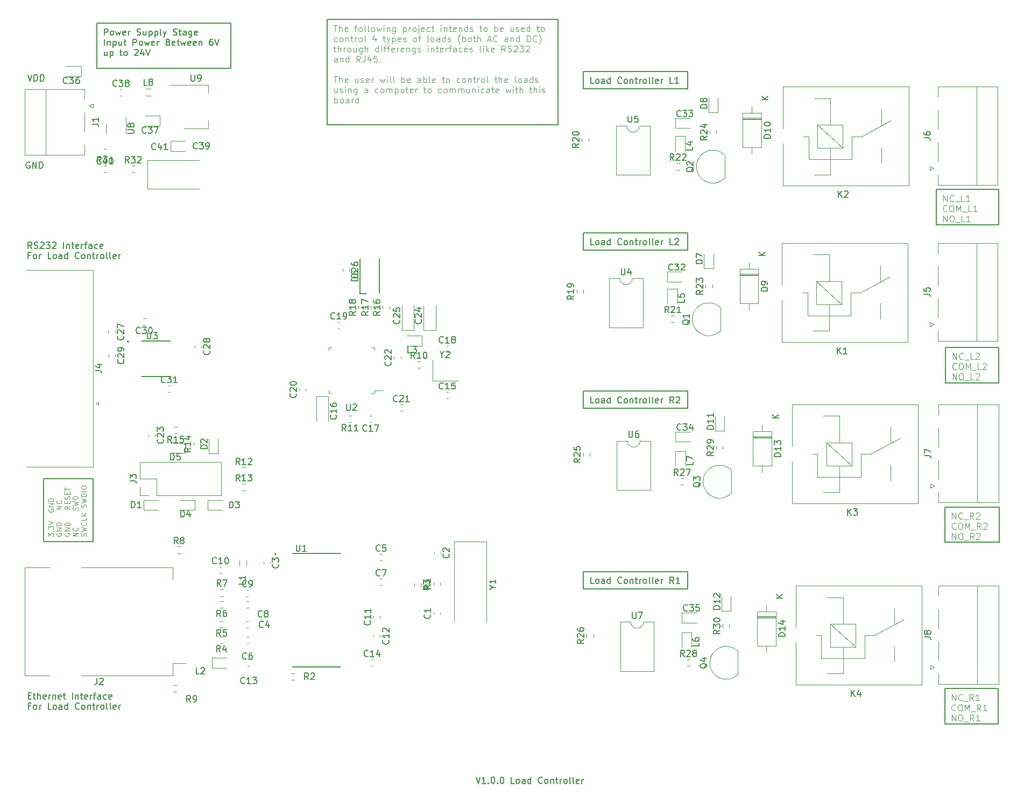
<source format=gbr>
%TF.GenerationSoftware,KiCad,Pcbnew,7.0.10*%
%TF.CreationDate,2025-05-21T01:52:54+02:00*%
%TF.ProjectId,LoadController,4c6f6164-436f-46e7-9472-6f6c6c65722e,rev?*%
%TF.SameCoordinates,Original*%
%TF.FileFunction,Legend,Top*%
%TF.FilePolarity,Positive*%
%FSLAX46Y46*%
G04 Gerber Fmt 4.6, Leading zero omitted, Abs format (unit mm)*
G04 Created by KiCad (PCBNEW 7.0.10) date 2025-05-21 01:52:54*
%MOMM*%
%LPD*%
G01*
G04 APERTURE LIST*
%ADD10C,0.050000*%
%ADD11C,0.150000*%
%ADD12C,0.120000*%
%ADD13C,0.110000*%
%ADD14C,0.127000*%
%ADD15C,0.200000*%
G04 APERTURE END LIST*
D10*
X54297995Y-116177820D02*
X54297995Y-115682582D01*
X54297995Y-115682582D02*
X54602757Y-115949248D01*
X54602757Y-115949248D02*
X54602757Y-115834963D01*
X54602757Y-115834963D02*
X54640852Y-115758772D01*
X54640852Y-115758772D02*
X54678947Y-115720677D01*
X54678947Y-115720677D02*
X54755138Y-115682582D01*
X54755138Y-115682582D02*
X54945614Y-115682582D01*
X54945614Y-115682582D02*
X55021804Y-115720677D01*
X55021804Y-115720677D02*
X55059900Y-115758772D01*
X55059900Y-115758772D02*
X55097995Y-115834963D01*
X55097995Y-115834963D02*
X55097995Y-116063534D01*
X55097995Y-116063534D02*
X55059900Y-116139725D01*
X55059900Y-116139725D02*
X55021804Y-116177820D01*
X55021804Y-115339724D02*
X55059900Y-115301629D01*
X55059900Y-115301629D02*
X55097995Y-115339724D01*
X55097995Y-115339724D02*
X55059900Y-115377820D01*
X55059900Y-115377820D02*
X55021804Y-115339724D01*
X55021804Y-115339724D02*
X55097995Y-115339724D01*
X54297995Y-115034963D02*
X54297995Y-114539725D01*
X54297995Y-114539725D02*
X54602757Y-114806391D01*
X54602757Y-114806391D02*
X54602757Y-114692106D01*
X54602757Y-114692106D02*
X54640852Y-114615915D01*
X54640852Y-114615915D02*
X54678947Y-114577820D01*
X54678947Y-114577820D02*
X54755138Y-114539725D01*
X54755138Y-114539725D02*
X54945614Y-114539725D01*
X54945614Y-114539725D02*
X55021804Y-114577820D01*
X55021804Y-114577820D02*
X55059900Y-114615915D01*
X55059900Y-114615915D02*
X55097995Y-114692106D01*
X55097995Y-114692106D02*
X55097995Y-114920677D01*
X55097995Y-114920677D02*
X55059900Y-114996868D01*
X55059900Y-114996868D02*
X55021804Y-115034963D01*
X54297995Y-114311153D02*
X55097995Y-114044486D01*
X55097995Y-114044486D02*
X54297995Y-113777820D01*
X54336090Y-111873058D02*
X54297995Y-111949248D01*
X54297995Y-111949248D02*
X54297995Y-112063534D01*
X54297995Y-112063534D02*
X54336090Y-112177820D01*
X54336090Y-112177820D02*
X54412280Y-112254010D01*
X54412280Y-112254010D02*
X54488471Y-112292105D01*
X54488471Y-112292105D02*
X54640852Y-112330201D01*
X54640852Y-112330201D02*
X54755138Y-112330201D01*
X54755138Y-112330201D02*
X54907519Y-112292105D01*
X54907519Y-112292105D02*
X54983709Y-112254010D01*
X54983709Y-112254010D02*
X55059900Y-112177820D01*
X55059900Y-112177820D02*
X55097995Y-112063534D01*
X55097995Y-112063534D02*
X55097995Y-111987343D01*
X55097995Y-111987343D02*
X55059900Y-111873058D01*
X55059900Y-111873058D02*
X55021804Y-111834962D01*
X55021804Y-111834962D02*
X54755138Y-111834962D01*
X54755138Y-111834962D02*
X54755138Y-111987343D01*
X55097995Y-111492105D02*
X54297995Y-111492105D01*
X54297995Y-111492105D02*
X55097995Y-111034962D01*
X55097995Y-111034962D02*
X54297995Y-111034962D01*
X55097995Y-110654010D02*
X54297995Y-110654010D01*
X54297995Y-110654010D02*
X54297995Y-110463534D01*
X54297995Y-110463534D02*
X54336090Y-110349248D01*
X54336090Y-110349248D02*
X54412280Y-110273058D01*
X54412280Y-110273058D02*
X54488471Y-110234963D01*
X54488471Y-110234963D02*
X54640852Y-110196867D01*
X54640852Y-110196867D02*
X54755138Y-110196867D01*
X54755138Y-110196867D02*
X54907519Y-110234963D01*
X54907519Y-110234963D02*
X54983709Y-110273058D01*
X54983709Y-110273058D02*
X55059900Y-110349248D01*
X55059900Y-110349248D02*
X55097995Y-110463534D01*
X55097995Y-110463534D02*
X55097995Y-110654010D01*
X55624090Y-115682582D02*
X55585995Y-115758772D01*
X55585995Y-115758772D02*
X55585995Y-115873058D01*
X55585995Y-115873058D02*
X55624090Y-115987344D01*
X55624090Y-115987344D02*
X55700280Y-116063534D01*
X55700280Y-116063534D02*
X55776471Y-116101629D01*
X55776471Y-116101629D02*
X55928852Y-116139725D01*
X55928852Y-116139725D02*
X56043138Y-116139725D01*
X56043138Y-116139725D02*
X56195519Y-116101629D01*
X56195519Y-116101629D02*
X56271709Y-116063534D01*
X56271709Y-116063534D02*
X56347900Y-115987344D01*
X56347900Y-115987344D02*
X56385995Y-115873058D01*
X56385995Y-115873058D02*
X56385995Y-115796867D01*
X56385995Y-115796867D02*
X56347900Y-115682582D01*
X56347900Y-115682582D02*
X56309804Y-115644486D01*
X56309804Y-115644486D02*
X56043138Y-115644486D01*
X56043138Y-115644486D02*
X56043138Y-115796867D01*
X56385995Y-115301629D02*
X55585995Y-115301629D01*
X55585995Y-115301629D02*
X56385995Y-114844486D01*
X56385995Y-114844486D02*
X55585995Y-114844486D01*
X56385995Y-114463534D02*
X55585995Y-114463534D01*
X55585995Y-114463534D02*
X55585995Y-114273058D01*
X55585995Y-114273058D02*
X55624090Y-114158772D01*
X55624090Y-114158772D02*
X55700280Y-114082582D01*
X55700280Y-114082582D02*
X55776471Y-114044487D01*
X55776471Y-114044487D02*
X55928852Y-114006391D01*
X55928852Y-114006391D02*
X56043138Y-114006391D01*
X56043138Y-114006391D02*
X56195519Y-114044487D01*
X56195519Y-114044487D02*
X56271709Y-114082582D01*
X56271709Y-114082582D02*
X56347900Y-114158772D01*
X56347900Y-114158772D02*
X56385995Y-114273058D01*
X56385995Y-114273058D02*
X56385995Y-114463534D01*
X56385995Y-111834962D02*
X55585995Y-111834962D01*
X55585995Y-111834962D02*
X56385995Y-111377819D01*
X56385995Y-111377819D02*
X55585995Y-111377819D01*
X56309804Y-110539724D02*
X56347900Y-110577820D01*
X56347900Y-110577820D02*
X56385995Y-110692105D01*
X56385995Y-110692105D02*
X56385995Y-110768296D01*
X56385995Y-110768296D02*
X56347900Y-110882582D01*
X56347900Y-110882582D02*
X56271709Y-110958772D01*
X56271709Y-110958772D02*
X56195519Y-110996867D01*
X56195519Y-110996867D02*
X56043138Y-111034963D01*
X56043138Y-111034963D02*
X55928852Y-111034963D01*
X55928852Y-111034963D02*
X55776471Y-110996867D01*
X55776471Y-110996867D02*
X55700280Y-110958772D01*
X55700280Y-110958772D02*
X55624090Y-110882582D01*
X55624090Y-110882582D02*
X55585995Y-110768296D01*
X55585995Y-110768296D02*
X55585995Y-110692105D01*
X55585995Y-110692105D02*
X55624090Y-110577820D01*
X55624090Y-110577820D02*
X55662185Y-110539724D01*
X56912090Y-115682582D02*
X56873995Y-115758772D01*
X56873995Y-115758772D02*
X56873995Y-115873058D01*
X56873995Y-115873058D02*
X56912090Y-115987344D01*
X56912090Y-115987344D02*
X56988280Y-116063534D01*
X56988280Y-116063534D02*
X57064471Y-116101629D01*
X57064471Y-116101629D02*
X57216852Y-116139725D01*
X57216852Y-116139725D02*
X57331138Y-116139725D01*
X57331138Y-116139725D02*
X57483519Y-116101629D01*
X57483519Y-116101629D02*
X57559709Y-116063534D01*
X57559709Y-116063534D02*
X57635900Y-115987344D01*
X57635900Y-115987344D02*
X57673995Y-115873058D01*
X57673995Y-115873058D02*
X57673995Y-115796867D01*
X57673995Y-115796867D02*
X57635900Y-115682582D01*
X57635900Y-115682582D02*
X57597804Y-115644486D01*
X57597804Y-115644486D02*
X57331138Y-115644486D01*
X57331138Y-115644486D02*
X57331138Y-115796867D01*
X57673995Y-115301629D02*
X56873995Y-115301629D01*
X56873995Y-115301629D02*
X57673995Y-114844486D01*
X57673995Y-114844486D02*
X56873995Y-114844486D01*
X57673995Y-114463534D02*
X56873995Y-114463534D01*
X56873995Y-114463534D02*
X56873995Y-114273058D01*
X56873995Y-114273058D02*
X56912090Y-114158772D01*
X56912090Y-114158772D02*
X56988280Y-114082582D01*
X56988280Y-114082582D02*
X57064471Y-114044487D01*
X57064471Y-114044487D02*
X57216852Y-114006391D01*
X57216852Y-114006391D02*
X57331138Y-114006391D01*
X57331138Y-114006391D02*
X57483519Y-114044487D01*
X57483519Y-114044487D02*
X57559709Y-114082582D01*
X57559709Y-114082582D02*
X57635900Y-114158772D01*
X57635900Y-114158772D02*
X57673995Y-114273058D01*
X57673995Y-114273058D02*
X57673995Y-114463534D01*
X57673995Y-111377819D02*
X57293042Y-111644486D01*
X57673995Y-111834962D02*
X56873995Y-111834962D01*
X56873995Y-111834962D02*
X56873995Y-111530200D01*
X56873995Y-111530200D02*
X56912090Y-111454010D01*
X56912090Y-111454010D02*
X56950185Y-111415915D01*
X56950185Y-111415915D02*
X57026376Y-111377819D01*
X57026376Y-111377819D02*
X57140661Y-111377819D01*
X57140661Y-111377819D02*
X57216852Y-111415915D01*
X57216852Y-111415915D02*
X57254947Y-111454010D01*
X57254947Y-111454010D02*
X57293042Y-111530200D01*
X57293042Y-111530200D02*
X57293042Y-111834962D01*
X57254947Y-111034962D02*
X57254947Y-110768296D01*
X57673995Y-110654010D02*
X57673995Y-111034962D01*
X57673995Y-111034962D02*
X56873995Y-111034962D01*
X56873995Y-111034962D02*
X56873995Y-110654010D01*
X57635900Y-110349248D02*
X57673995Y-110234962D01*
X57673995Y-110234962D02*
X57673995Y-110044486D01*
X57673995Y-110044486D02*
X57635900Y-109968295D01*
X57635900Y-109968295D02*
X57597804Y-109930200D01*
X57597804Y-109930200D02*
X57521614Y-109892105D01*
X57521614Y-109892105D02*
X57445423Y-109892105D01*
X57445423Y-109892105D02*
X57369233Y-109930200D01*
X57369233Y-109930200D02*
X57331138Y-109968295D01*
X57331138Y-109968295D02*
X57293042Y-110044486D01*
X57293042Y-110044486D02*
X57254947Y-110196867D01*
X57254947Y-110196867D02*
X57216852Y-110273057D01*
X57216852Y-110273057D02*
X57178757Y-110311152D01*
X57178757Y-110311152D02*
X57102566Y-110349248D01*
X57102566Y-110349248D02*
X57026376Y-110349248D01*
X57026376Y-110349248D02*
X56950185Y-110311152D01*
X56950185Y-110311152D02*
X56912090Y-110273057D01*
X56912090Y-110273057D02*
X56873995Y-110196867D01*
X56873995Y-110196867D02*
X56873995Y-110006390D01*
X56873995Y-110006390D02*
X56912090Y-109892105D01*
X57254947Y-109549247D02*
X57254947Y-109282581D01*
X57673995Y-109168295D02*
X57673995Y-109549247D01*
X57673995Y-109549247D02*
X56873995Y-109549247D01*
X56873995Y-109549247D02*
X56873995Y-109168295D01*
X56873995Y-108939723D02*
X56873995Y-108482580D01*
X57673995Y-108711152D02*
X56873995Y-108711152D01*
X58961995Y-116101629D02*
X58161995Y-116101629D01*
X58161995Y-116101629D02*
X58961995Y-115644486D01*
X58961995Y-115644486D02*
X58161995Y-115644486D01*
X58885804Y-114806391D02*
X58923900Y-114844487D01*
X58923900Y-114844487D02*
X58961995Y-114958772D01*
X58961995Y-114958772D02*
X58961995Y-115034963D01*
X58961995Y-115034963D02*
X58923900Y-115149249D01*
X58923900Y-115149249D02*
X58847709Y-115225439D01*
X58847709Y-115225439D02*
X58771519Y-115263534D01*
X58771519Y-115263534D02*
X58619138Y-115301630D01*
X58619138Y-115301630D02*
X58504852Y-115301630D01*
X58504852Y-115301630D02*
X58352471Y-115263534D01*
X58352471Y-115263534D02*
X58276280Y-115225439D01*
X58276280Y-115225439D02*
X58200090Y-115149249D01*
X58200090Y-115149249D02*
X58161995Y-115034963D01*
X58161995Y-115034963D02*
X58161995Y-114958772D01*
X58161995Y-114958772D02*
X58200090Y-114844487D01*
X58200090Y-114844487D02*
X58238185Y-114806391D01*
X58923900Y-112063534D02*
X58961995Y-111949248D01*
X58961995Y-111949248D02*
X58961995Y-111758772D01*
X58961995Y-111758772D02*
X58923900Y-111682581D01*
X58923900Y-111682581D02*
X58885804Y-111644486D01*
X58885804Y-111644486D02*
X58809614Y-111606391D01*
X58809614Y-111606391D02*
X58733423Y-111606391D01*
X58733423Y-111606391D02*
X58657233Y-111644486D01*
X58657233Y-111644486D02*
X58619138Y-111682581D01*
X58619138Y-111682581D02*
X58581042Y-111758772D01*
X58581042Y-111758772D02*
X58542947Y-111911153D01*
X58542947Y-111911153D02*
X58504852Y-111987343D01*
X58504852Y-111987343D02*
X58466757Y-112025438D01*
X58466757Y-112025438D02*
X58390566Y-112063534D01*
X58390566Y-112063534D02*
X58314376Y-112063534D01*
X58314376Y-112063534D02*
X58238185Y-112025438D01*
X58238185Y-112025438D02*
X58200090Y-111987343D01*
X58200090Y-111987343D02*
X58161995Y-111911153D01*
X58161995Y-111911153D02*
X58161995Y-111720676D01*
X58161995Y-111720676D02*
X58200090Y-111606391D01*
X58161995Y-111339724D02*
X58961995Y-111149248D01*
X58961995Y-111149248D02*
X58390566Y-110996867D01*
X58390566Y-110996867D02*
X58961995Y-110844486D01*
X58961995Y-110844486D02*
X58161995Y-110654010D01*
X58161995Y-110196866D02*
X58161995Y-110044485D01*
X58161995Y-110044485D02*
X58200090Y-109968295D01*
X58200090Y-109968295D02*
X58276280Y-109892104D01*
X58276280Y-109892104D02*
X58428661Y-109854009D01*
X58428661Y-109854009D02*
X58695328Y-109854009D01*
X58695328Y-109854009D02*
X58847709Y-109892104D01*
X58847709Y-109892104D02*
X58923900Y-109968295D01*
X58923900Y-109968295D02*
X58961995Y-110044485D01*
X58961995Y-110044485D02*
X58961995Y-110196866D01*
X58961995Y-110196866D02*
X58923900Y-110273057D01*
X58923900Y-110273057D02*
X58847709Y-110349247D01*
X58847709Y-110349247D02*
X58695328Y-110387343D01*
X58695328Y-110387343D02*
X58428661Y-110387343D01*
X58428661Y-110387343D02*
X58276280Y-110349247D01*
X58276280Y-110349247D02*
X58200090Y-110273057D01*
X58200090Y-110273057D02*
X58161995Y-110196866D01*
X60211900Y-116139725D02*
X60249995Y-116025439D01*
X60249995Y-116025439D02*
X60249995Y-115834963D01*
X60249995Y-115834963D02*
X60211900Y-115758772D01*
X60211900Y-115758772D02*
X60173804Y-115720677D01*
X60173804Y-115720677D02*
X60097614Y-115682582D01*
X60097614Y-115682582D02*
X60021423Y-115682582D01*
X60021423Y-115682582D02*
X59945233Y-115720677D01*
X59945233Y-115720677D02*
X59907138Y-115758772D01*
X59907138Y-115758772D02*
X59869042Y-115834963D01*
X59869042Y-115834963D02*
X59830947Y-115987344D01*
X59830947Y-115987344D02*
X59792852Y-116063534D01*
X59792852Y-116063534D02*
X59754757Y-116101629D01*
X59754757Y-116101629D02*
X59678566Y-116139725D01*
X59678566Y-116139725D02*
X59602376Y-116139725D01*
X59602376Y-116139725D02*
X59526185Y-116101629D01*
X59526185Y-116101629D02*
X59488090Y-116063534D01*
X59488090Y-116063534D02*
X59449995Y-115987344D01*
X59449995Y-115987344D02*
X59449995Y-115796867D01*
X59449995Y-115796867D02*
X59488090Y-115682582D01*
X59449995Y-115415915D02*
X60249995Y-115225439D01*
X60249995Y-115225439D02*
X59678566Y-115073058D01*
X59678566Y-115073058D02*
X60249995Y-114920677D01*
X60249995Y-114920677D02*
X59449995Y-114730201D01*
X60173804Y-113968295D02*
X60211900Y-114006391D01*
X60211900Y-114006391D02*
X60249995Y-114120676D01*
X60249995Y-114120676D02*
X60249995Y-114196867D01*
X60249995Y-114196867D02*
X60211900Y-114311153D01*
X60211900Y-114311153D02*
X60135709Y-114387343D01*
X60135709Y-114387343D02*
X60059519Y-114425438D01*
X60059519Y-114425438D02*
X59907138Y-114463534D01*
X59907138Y-114463534D02*
X59792852Y-114463534D01*
X59792852Y-114463534D02*
X59640471Y-114425438D01*
X59640471Y-114425438D02*
X59564280Y-114387343D01*
X59564280Y-114387343D02*
X59488090Y-114311153D01*
X59488090Y-114311153D02*
X59449995Y-114196867D01*
X59449995Y-114196867D02*
X59449995Y-114120676D01*
X59449995Y-114120676D02*
X59488090Y-114006391D01*
X59488090Y-114006391D02*
X59526185Y-113968295D01*
X60249995Y-113244486D02*
X60249995Y-113625438D01*
X60249995Y-113625438D02*
X59449995Y-113625438D01*
X60249995Y-112977819D02*
X59449995Y-112977819D01*
X60249995Y-112520676D02*
X59792852Y-112863534D01*
X59449995Y-112520676D02*
X59907138Y-112977819D01*
X60211900Y-111606391D02*
X60249995Y-111492105D01*
X60249995Y-111492105D02*
X60249995Y-111301629D01*
X60249995Y-111301629D02*
X60211900Y-111225438D01*
X60211900Y-111225438D02*
X60173804Y-111187343D01*
X60173804Y-111187343D02*
X60097614Y-111149248D01*
X60097614Y-111149248D02*
X60021423Y-111149248D01*
X60021423Y-111149248D02*
X59945233Y-111187343D01*
X59945233Y-111187343D02*
X59907138Y-111225438D01*
X59907138Y-111225438D02*
X59869042Y-111301629D01*
X59869042Y-111301629D02*
X59830947Y-111454010D01*
X59830947Y-111454010D02*
X59792852Y-111530200D01*
X59792852Y-111530200D02*
X59754757Y-111568295D01*
X59754757Y-111568295D02*
X59678566Y-111606391D01*
X59678566Y-111606391D02*
X59602376Y-111606391D01*
X59602376Y-111606391D02*
X59526185Y-111568295D01*
X59526185Y-111568295D02*
X59488090Y-111530200D01*
X59488090Y-111530200D02*
X59449995Y-111454010D01*
X59449995Y-111454010D02*
X59449995Y-111263533D01*
X59449995Y-111263533D02*
X59488090Y-111149248D01*
X59449995Y-110882581D02*
X60249995Y-110692105D01*
X60249995Y-110692105D02*
X59678566Y-110539724D01*
X59678566Y-110539724D02*
X60249995Y-110387343D01*
X60249995Y-110387343D02*
X59449995Y-110196867D01*
X60249995Y-109892104D02*
X59449995Y-109892104D01*
X59449995Y-109892104D02*
X59449995Y-109701628D01*
X59449995Y-109701628D02*
X59488090Y-109587342D01*
X59488090Y-109587342D02*
X59564280Y-109511152D01*
X59564280Y-109511152D02*
X59640471Y-109473057D01*
X59640471Y-109473057D02*
X59792852Y-109434961D01*
X59792852Y-109434961D02*
X59907138Y-109434961D01*
X59907138Y-109434961D02*
X60059519Y-109473057D01*
X60059519Y-109473057D02*
X60135709Y-109511152D01*
X60135709Y-109511152D02*
X60211900Y-109587342D01*
X60211900Y-109587342D02*
X60249995Y-109701628D01*
X60249995Y-109701628D02*
X60249995Y-109892104D01*
X60249995Y-109092104D02*
X59449995Y-109092104D01*
X59449995Y-108558771D02*
X59449995Y-108406390D01*
X59449995Y-108406390D02*
X59488090Y-108330200D01*
X59488090Y-108330200D02*
X59564280Y-108254009D01*
X59564280Y-108254009D02*
X59716661Y-108215914D01*
X59716661Y-108215914D02*
X59983328Y-108215914D01*
X59983328Y-108215914D02*
X60135709Y-108254009D01*
X60135709Y-108254009D02*
X60211900Y-108330200D01*
X60211900Y-108330200D02*
X60249995Y-108406390D01*
X60249995Y-108406390D02*
X60249995Y-108558771D01*
X60249995Y-108558771D02*
X60211900Y-108634962D01*
X60211900Y-108634962D02*
X60135709Y-108711152D01*
X60135709Y-108711152D02*
X59983328Y-108749248D01*
X59983328Y-108749248D02*
X59716661Y-108749248D01*
X59716661Y-108749248D02*
X59564280Y-108711152D01*
X59564280Y-108711152D02*
X59488090Y-108634962D01*
X59488090Y-108634962D02*
X59449995Y-108558771D01*
D11*
X53587500Y-117000000D02*
X61312500Y-117000000D01*
X61312500Y-107125000D01*
X53587500Y-107125000D01*
X53587500Y-117000000D01*
X121593922Y-154069819D02*
X121927255Y-155069819D01*
X121927255Y-155069819D02*
X122260588Y-154069819D01*
X123117731Y-155069819D02*
X122546303Y-155069819D01*
X122832017Y-155069819D02*
X122832017Y-154069819D01*
X122832017Y-154069819D02*
X122736779Y-154212676D01*
X122736779Y-154212676D02*
X122641541Y-154307914D01*
X122641541Y-154307914D02*
X122546303Y-154355533D01*
X123546303Y-154974580D02*
X123593922Y-155022200D01*
X123593922Y-155022200D02*
X123546303Y-155069819D01*
X123546303Y-155069819D02*
X123498684Y-155022200D01*
X123498684Y-155022200D02*
X123546303Y-154974580D01*
X123546303Y-154974580D02*
X123546303Y-155069819D01*
X124212969Y-154069819D02*
X124308207Y-154069819D01*
X124308207Y-154069819D02*
X124403445Y-154117438D01*
X124403445Y-154117438D02*
X124451064Y-154165057D01*
X124451064Y-154165057D02*
X124498683Y-154260295D01*
X124498683Y-154260295D02*
X124546302Y-154450771D01*
X124546302Y-154450771D02*
X124546302Y-154688866D01*
X124546302Y-154688866D02*
X124498683Y-154879342D01*
X124498683Y-154879342D02*
X124451064Y-154974580D01*
X124451064Y-154974580D02*
X124403445Y-155022200D01*
X124403445Y-155022200D02*
X124308207Y-155069819D01*
X124308207Y-155069819D02*
X124212969Y-155069819D01*
X124212969Y-155069819D02*
X124117731Y-155022200D01*
X124117731Y-155022200D02*
X124070112Y-154974580D01*
X124070112Y-154974580D02*
X124022493Y-154879342D01*
X124022493Y-154879342D02*
X123974874Y-154688866D01*
X123974874Y-154688866D02*
X123974874Y-154450771D01*
X123974874Y-154450771D02*
X124022493Y-154260295D01*
X124022493Y-154260295D02*
X124070112Y-154165057D01*
X124070112Y-154165057D02*
X124117731Y-154117438D01*
X124117731Y-154117438D02*
X124212969Y-154069819D01*
X124974874Y-154974580D02*
X125022493Y-155022200D01*
X125022493Y-155022200D02*
X124974874Y-155069819D01*
X124974874Y-155069819D02*
X124927255Y-155022200D01*
X124927255Y-155022200D02*
X124974874Y-154974580D01*
X124974874Y-154974580D02*
X124974874Y-155069819D01*
X125641540Y-154069819D02*
X125736778Y-154069819D01*
X125736778Y-154069819D02*
X125832016Y-154117438D01*
X125832016Y-154117438D02*
X125879635Y-154165057D01*
X125879635Y-154165057D02*
X125927254Y-154260295D01*
X125927254Y-154260295D02*
X125974873Y-154450771D01*
X125974873Y-154450771D02*
X125974873Y-154688866D01*
X125974873Y-154688866D02*
X125927254Y-154879342D01*
X125927254Y-154879342D02*
X125879635Y-154974580D01*
X125879635Y-154974580D02*
X125832016Y-155022200D01*
X125832016Y-155022200D02*
X125736778Y-155069819D01*
X125736778Y-155069819D02*
X125641540Y-155069819D01*
X125641540Y-155069819D02*
X125546302Y-155022200D01*
X125546302Y-155022200D02*
X125498683Y-154974580D01*
X125498683Y-154974580D02*
X125451064Y-154879342D01*
X125451064Y-154879342D02*
X125403445Y-154688866D01*
X125403445Y-154688866D02*
X125403445Y-154450771D01*
X125403445Y-154450771D02*
X125451064Y-154260295D01*
X125451064Y-154260295D02*
X125498683Y-154165057D01*
X125498683Y-154165057D02*
X125546302Y-154117438D01*
X125546302Y-154117438D02*
X125641540Y-154069819D01*
X127641540Y-155069819D02*
X127165350Y-155069819D01*
X127165350Y-155069819D02*
X127165350Y-154069819D01*
X128117731Y-155069819D02*
X128022493Y-155022200D01*
X128022493Y-155022200D02*
X127974874Y-154974580D01*
X127974874Y-154974580D02*
X127927255Y-154879342D01*
X127927255Y-154879342D02*
X127927255Y-154593628D01*
X127927255Y-154593628D02*
X127974874Y-154498390D01*
X127974874Y-154498390D02*
X128022493Y-154450771D01*
X128022493Y-154450771D02*
X128117731Y-154403152D01*
X128117731Y-154403152D02*
X128260588Y-154403152D01*
X128260588Y-154403152D02*
X128355826Y-154450771D01*
X128355826Y-154450771D02*
X128403445Y-154498390D01*
X128403445Y-154498390D02*
X128451064Y-154593628D01*
X128451064Y-154593628D02*
X128451064Y-154879342D01*
X128451064Y-154879342D02*
X128403445Y-154974580D01*
X128403445Y-154974580D02*
X128355826Y-155022200D01*
X128355826Y-155022200D02*
X128260588Y-155069819D01*
X128260588Y-155069819D02*
X128117731Y-155069819D01*
X129308207Y-155069819D02*
X129308207Y-154546009D01*
X129308207Y-154546009D02*
X129260588Y-154450771D01*
X129260588Y-154450771D02*
X129165350Y-154403152D01*
X129165350Y-154403152D02*
X128974874Y-154403152D01*
X128974874Y-154403152D02*
X128879636Y-154450771D01*
X129308207Y-155022200D02*
X129212969Y-155069819D01*
X129212969Y-155069819D02*
X128974874Y-155069819D01*
X128974874Y-155069819D02*
X128879636Y-155022200D01*
X128879636Y-155022200D02*
X128832017Y-154926961D01*
X128832017Y-154926961D02*
X128832017Y-154831723D01*
X128832017Y-154831723D02*
X128879636Y-154736485D01*
X128879636Y-154736485D02*
X128974874Y-154688866D01*
X128974874Y-154688866D02*
X129212969Y-154688866D01*
X129212969Y-154688866D02*
X129308207Y-154641247D01*
X130212969Y-155069819D02*
X130212969Y-154069819D01*
X130212969Y-155022200D02*
X130117731Y-155069819D01*
X130117731Y-155069819D02*
X129927255Y-155069819D01*
X129927255Y-155069819D02*
X129832017Y-155022200D01*
X129832017Y-155022200D02*
X129784398Y-154974580D01*
X129784398Y-154974580D02*
X129736779Y-154879342D01*
X129736779Y-154879342D02*
X129736779Y-154593628D01*
X129736779Y-154593628D02*
X129784398Y-154498390D01*
X129784398Y-154498390D02*
X129832017Y-154450771D01*
X129832017Y-154450771D02*
X129927255Y-154403152D01*
X129927255Y-154403152D02*
X130117731Y-154403152D01*
X130117731Y-154403152D02*
X130212969Y-154450771D01*
X132022493Y-154974580D02*
X131974874Y-155022200D01*
X131974874Y-155022200D02*
X131832017Y-155069819D01*
X131832017Y-155069819D02*
X131736779Y-155069819D01*
X131736779Y-155069819D02*
X131593922Y-155022200D01*
X131593922Y-155022200D02*
X131498684Y-154926961D01*
X131498684Y-154926961D02*
X131451065Y-154831723D01*
X131451065Y-154831723D02*
X131403446Y-154641247D01*
X131403446Y-154641247D02*
X131403446Y-154498390D01*
X131403446Y-154498390D02*
X131451065Y-154307914D01*
X131451065Y-154307914D02*
X131498684Y-154212676D01*
X131498684Y-154212676D02*
X131593922Y-154117438D01*
X131593922Y-154117438D02*
X131736779Y-154069819D01*
X131736779Y-154069819D02*
X131832017Y-154069819D01*
X131832017Y-154069819D02*
X131974874Y-154117438D01*
X131974874Y-154117438D02*
X132022493Y-154165057D01*
X132593922Y-155069819D02*
X132498684Y-155022200D01*
X132498684Y-155022200D02*
X132451065Y-154974580D01*
X132451065Y-154974580D02*
X132403446Y-154879342D01*
X132403446Y-154879342D02*
X132403446Y-154593628D01*
X132403446Y-154593628D02*
X132451065Y-154498390D01*
X132451065Y-154498390D02*
X132498684Y-154450771D01*
X132498684Y-154450771D02*
X132593922Y-154403152D01*
X132593922Y-154403152D02*
X132736779Y-154403152D01*
X132736779Y-154403152D02*
X132832017Y-154450771D01*
X132832017Y-154450771D02*
X132879636Y-154498390D01*
X132879636Y-154498390D02*
X132927255Y-154593628D01*
X132927255Y-154593628D02*
X132927255Y-154879342D01*
X132927255Y-154879342D02*
X132879636Y-154974580D01*
X132879636Y-154974580D02*
X132832017Y-155022200D01*
X132832017Y-155022200D02*
X132736779Y-155069819D01*
X132736779Y-155069819D02*
X132593922Y-155069819D01*
X133355827Y-154403152D02*
X133355827Y-155069819D01*
X133355827Y-154498390D02*
X133403446Y-154450771D01*
X133403446Y-154450771D02*
X133498684Y-154403152D01*
X133498684Y-154403152D02*
X133641541Y-154403152D01*
X133641541Y-154403152D02*
X133736779Y-154450771D01*
X133736779Y-154450771D02*
X133784398Y-154546009D01*
X133784398Y-154546009D02*
X133784398Y-155069819D01*
X134117732Y-154403152D02*
X134498684Y-154403152D01*
X134260589Y-154069819D02*
X134260589Y-154926961D01*
X134260589Y-154926961D02*
X134308208Y-155022200D01*
X134308208Y-155022200D02*
X134403446Y-155069819D01*
X134403446Y-155069819D02*
X134498684Y-155069819D01*
X134832018Y-155069819D02*
X134832018Y-154403152D01*
X134832018Y-154593628D02*
X134879637Y-154498390D01*
X134879637Y-154498390D02*
X134927256Y-154450771D01*
X134927256Y-154450771D02*
X135022494Y-154403152D01*
X135022494Y-154403152D02*
X135117732Y-154403152D01*
X135593923Y-155069819D02*
X135498685Y-155022200D01*
X135498685Y-155022200D02*
X135451066Y-154974580D01*
X135451066Y-154974580D02*
X135403447Y-154879342D01*
X135403447Y-154879342D02*
X135403447Y-154593628D01*
X135403447Y-154593628D02*
X135451066Y-154498390D01*
X135451066Y-154498390D02*
X135498685Y-154450771D01*
X135498685Y-154450771D02*
X135593923Y-154403152D01*
X135593923Y-154403152D02*
X135736780Y-154403152D01*
X135736780Y-154403152D02*
X135832018Y-154450771D01*
X135832018Y-154450771D02*
X135879637Y-154498390D01*
X135879637Y-154498390D02*
X135927256Y-154593628D01*
X135927256Y-154593628D02*
X135927256Y-154879342D01*
X135927256Y-154879342D02*
X135879637Y-154974580D01*
X135879637Y-154974580D02*
X135832018Y-155022200D01*
X135832018Y-155022200D02*
X135736780Y-155069819D01*
X135736780Y-155069819D02*
X135593923Y-155069819D01*
X136498685Y-155069819D02*
X136403447Y-155022200D01*
X136403447Y-155022200D02*
X136355828Y-154926961D01*
X136355828Y-154926961D02*
X136355828Y-154069819D01*
X137022495Y-155069819D02*
X136927257Y-155022200D01*
X136927257Y-155022200D02*
X136879638Y-154926961D01*
X136879638Y-154926961D02*
X136879638Y-154069819D01*
X137784400Y-155022200D02*
X137689162Y-155069819D01*
X137689162Y-155069819D02*
X137498686Y-155069819D01*
X137498686Y-155069819D02*
X137403448Y-155022200D01*
X137403448Y-155022200D02*
X137355829Y-154926961D01*
X137355829Y-154926961D02*
X137355829Y-154546009D01*
X137355829Y-154546009D02*
X137403448Y-154450771D01*
X137403448Y-154450771D02*
X137498686Y-154403152D01*
X137498686Y-154403152D02*
X137689162Y-154403152D01*
X137689162Y-154403152D02*
X137784400Y-154450771D01*
X137784400Y-154450771D02*
X137832019Y-154546009D01*
X137832019Y-154546009D02*
X137832019Y-154641247D01*
X137832019Y-154641247D02*
X137355829Y-154736485D01*
X138260591Y-155069819D02*
X138260591Y-154403152D01*
X138260591Y-154593628D02*
X138308210Y-154498390D01*
X138308210Y-154498390D02*
X138355829Y-154450771D01*
X138355829Y-154450771D02*
X138451067Y-154403152D01*
X138451067Y-154403152D02*
X138546305Y-154403152D01*
D12*
X99174185Y-35691379D02*
X99745613Y-35691379D01*
X99459899Y-36691379D02*
X99459899Y-35691379D01*
X100078947Y-36691379D02*
X100078947Y-35691379D01*
X100507518Y-36691379D02*
X100507518Y-36167569D01*
X100507518Y-36167569D02*
X100459899Y-36072331D01*
X100459899Y-36072331D02*
X100364661Y-36024712D01*
X100364661Y-36024712D02*
X100221804Y-36024712D01*
X100221804Y-36024712D02*
X100126566Y-36072331D01*
X100126566Y-36072331D02*
X100078947Y-36119950D01*
X101364661Y-36643760D02*
X101269423Y-36691379D01*
X101269423Y-36691379D02*
X101078947Y-36691379D01*
X101078947Y-36691379D02*
X100983709Y-36643760D01*
X100983709Y-36643760D02*
X100936090Y-36548521D01*
X100936090Y-36548521D02*
X100936090Y-36167569D01*
X100936090Y-36167569D02*
X100983709Y-36072331D01*
X100983709Y-36072331D02*
X101078947Y-36024712D01*
X101078947Y-36024712D02*
X101269423Y-36024712D01*
X101269423Y-36024712D02*
X101364661Y-36072331D01*
X101364661Y-36072331D02*
X101412280Y-36167569D01*
X101412280Y-36167569D02*
X101412280Y-36262807D01*
X101412280Y-36262807D02*
X100936090Y-36358045D01*
X102459900Y-36024712D02*
X102840852Y-36024712D01*
X102602757Y-36691379D02*
X102602757Y-35834236D01*
X102602757Y-35834236D02*
X102650376Y-35738998D01*
X102650376Y-35738998D02*
X102745614Y-35691379D01*
X102745614Y-35691379D02*
X102840852Y-35691379D01*
X103317043Y-36691379D02*
X103221805Y-36643760D01*
X103221805Y-36643760D02*
X103174186Y-36596140D01*
X103174186Y-36596140D02*
X103126567Y-36500902D01*
X103126567Y-36500902D02*
X103126567Y-36215188D01*
X103126567Y-36215188D02*
X103174186Y-36119950D01*
X103174186Y-36119950D02*
X103221805Y-36072331D01*
X103221805Y-36072331D02*
X103317043Y-36024712D01*
X103317043Y-36024712D02*
X103459900Y-36024712D01*
X103459900Y-36024712D02*
X103555138Y-36072331D01*
X103555138Y-36072331D02*
X103602757Y-36119950D01*
X103602757Y-36119950D02*
X103650376Y-36215188D01*
X103650376Y-36215188D02*
X103650376Y-36500902D01*
X103650376Y-36500902D02*
X103602757Y-36596140D01*
X103602757Y-36596140D02*
X103555138Y-36643760D01*
X103555138Y-36643760D02*
X103459900Y-36691379D01*
X103459900Y-36691379D02*
X103317043Y-36691379D01*
X104221805Y-36691379D02*
X104126567Y-36643760D01*
X104126567Y-36643760D02*
X104078948Y-36548521D01*
X104078948Y-36548521D02*
X104078948Y-35691379D01*
X104745615Y-36691379D02*
X104650377Y-36643760D01*
X104650377Y-36643760D02*
X104602758Y-36548521D01*
X104602758Y-36548521D02*
X104602758Y-35691379D01*
X105269425Y-36691379D02*
X105174187Y-36643760D01*
X105174187Y-36643760D02*
X105126568Y-36596140D01*
X105126568Y-36596140D02*
X105078949Y-36500902D01*
X105078949Y-36500902D02*
X105078949Y-36215188D01*
X105078949Y-36215188D02*
X105126568Y-36119950D01*
X105126568Y-36119950D02*
X105174187Y-36072331D01*
X105174187Y-36072331D02*
X105269425Y-36024712D01*
X105269425Y-36024712D02*
X105412282Y-36024712D01*
X105412282Y-36024712D02*
X105507520Y-36072331D01*
X105507520Y-36072331D02*
X105555139Y-36119950D01*
X105555139Y-36119950D02*
X105602758Y-36215188D01*
X105602758Y-36215188D02*
X105602758Y-36500902D01*
X105602758Y-36500902D02*
X105555139Y-36596140D01*
X105555139Y-36596140D02*
X105507520Y-36643760D01*
X105507520Y-36643760D02*
X105412282Y-36691379D01*
X105412282Y-36691379D02*
X105269425Y-36691379D01*
X105936092Y-36024712D02*
X106126568Y-36691379D01*
X106126568Y-36691379D02*
X106317044Y-36215188D01*
X106317044Y-36215188D02*
X106507520Y-36691379D01*
X106507520Y-36691379D02*
X106697996Y-36024712D01*
X107078949Y-36691379D02*
X107078949Y-36024712D01*
X107078949Y-35691379D02*
X107031330Y-35738998D01*
X107031330Y-35738998D02*
X107078949Y-35786617D01*
X107078949Y-35786617D02*
X107126568Y-35738998D01*
X107126568Y-35738998D02*
X107078949Y-35691379D01*
X107078949Y-35691379D02*
X107078949Y-35786617D01*
X107555139Y-36024712D02*
X107555139Y-36691379D01*
X107555139Y-36119950D02*
X107602758Y-36072331D01*
X107602758Y-36072331D02*
X107697996Y-36024712D01*
X107697996Y-36024712D02*
X107840853Y-36024712D01*
X107840853Y-36024712D02*
X107936091Y-36072331D01*
X107936091Y-36072331D02*
X107983710Y-36167569D01*
X107983710Y-36167569D02*
X107983710Y-36691379D01*
X108888472Y-36024712D02*
X108888472Y-36834236D01*
X108888472Y-36834236D02*
X108840853Y-36929474D01*
X108840853Y-36929474D02*
X108793234Y-36977093D01*
X108793234Y-36977093D02*
X108697996Y-37024712D01*
X108697996Y-37024712D02*
X108555139Y-37024712D01*
X108555139Y-37024712D02*
X108459901Y-36977093D01*
X108888472Y-36643760D02*
X108793234Y-36691379D01*
X108793234Y-36691379D02*
X108602758Y-36691379D01*
X108602758Y-36691379D02*
X108507520Y-36643760D01*
X108507520Y-36643760D02*
X108459901Y-36596140D01*
X108459901Y-36596140D02*
X108412282Y-36500902D01*
X108412282Y-36500902D02*
X108412282Y-36215188D01*
X108412282Y-36215188D02*
X108459901Y-36119950D01*
X108459901Y-36119950D02*
X108507520Y-36072331D01*
X108507520Y-36072331D02*
X108602758Y-36024712D01*
X108602758Y-36024712D02*
X108793234Y-36024712D01*
X108793234Y-36024712D02*
X108888472Y-36072331D01*
X110126568Y-36024712D02*
X110126568Y-37024712D01*
X110126568Y-36072331D02*
X110221806Y-36024712D01*
X110221806Y-36024712D02*
X110412282Y-36024712D01*
X110412282Y-36024712D02*
X110507520Y-36072331D01*
X110507520Y-36072331D02*
X110555139Y-36119950D01*
X110555139Y-36119950D02*
X110602758Y-36215188D01*
X110602758Y-36215188D02*
X110602758Y-36500902D01*
X110602758Y-36500902D02*
X110555139Y-36596140D01*
X110555139Y-36596140D02*
X110507520Y-36643760D01*
X110507520Y-36643760D02*
X110412282Y-36691379D01*
X110412282Y-36691379D02*
X110221806Y-36691379D01*
X110221806Y-36691379D02*
X110126568Y-36643760D01*
X111031330Y-36691379D02*
X111031330Y-36024712D01*
X111031330Y-36215188D02*
X111078949Y-36119950D01*
X111078949Y-36119950D02*
X111126568Y-36072331D01*
X111126568Y-36072331D02*
X111221806Y-36024712D01*
X111221806Y-36024712D02*
X111317044Y-36024712D01*
X111793235Y-36691379D02*
X111697997Y-36643760D01*
X111697997Y-36643760D02*
X111650378Y-36596140D01*
X111650378Y-36596140D02*
X111602759Y-36500902D01*
X111602759Y-36500902D02*
X111602759Y-36215188D01*
X111602759Y-36215188D02*
X111650378Y-36119950D01*
X111650378Y-36119950D02*
X111697997Y-36072331D01*
X111697997Y-36072331D02*
X111793235Y-36024712D01*
X111793235Y-36024712D02*
X111936092Y-36024712D01*
X111936092Y-36024712D02*
X112031330Y-36072331D01*
X112031330Y-36072331D02*
X112078949Y-36119950D01*
X112078949Y-36119950D02*
X112126568Y-36215188D01*
X112126568Y-36215188D02*
X112126568Y-36500902D01*
X112126568Y-36500902D02*
X112078949Y-36596140D01*
X112078949Y-36596140D02*
X112031330Y-36643760D01*
X112031330Y-36643760D02*
X111936092Y-36691379D01*
X111936092Y-36691379D02*
X111793235Y-36691379D01*
X112555140Y-36024712D02*
X112555140Y-36881855D01*
X112555140Y-36881855D02*
X112507521Y-36977093D01*
X112507521Y-36977093D02*
X112412283Y-37024712D01*
X112412283Y-37024712D02*
X112364664Y-37024712D01*
X112555140Y-35691379D02*
X112507521Y-35738998D01*
X112507521Y-35738998D02*
X112555140Y-35786617D01*
X112555140Y-35786617D02*
X112602759Y-35738998D01*
X112602759Y-35738998D02*
X112555140Y-35691379D01*
X112555140Y-35691379D02*
X112555140Y-35786617D01*
X113412282Y-36643760D02*
X113317044Y-36691379D01*
X113317044Y-36691379D02*
X113126568Y-36691379D01*
X113126568Y-36691379D02*
X113031330Y-36643760D01*
X113031330Y-36643760D02*
X112983711Y-36548521D01*
X112983711Y-36548521D02*
X112983711Y-36167569D01*
X112983711Y-36167569D02*
X113031330Y-36072331D01*
X113031330Y-36072331D02*
X113126568Y-36024712D01*
X113126568Y-36024712D02*
X113317044Y-36024712D01*
X113317044Y-36024712D02*
X113412282Y-36072331D01*
X113412282Y-36072331D02*
X113459901Y-36167569D01*
X113459901Y-36167569D02*
X113459901Y-36262807D01*
X113459901Y-36262807D02*
X112983711Y-36358045D01*
X114317044Y-36643760D02*
X114221806Y-36691379D01*
X114221806Y-36691379D02*
X114031330Y-36691379D01*
X114031330Y-36691379D02*
X113936092Y-36643760D01*
X113936092Y-36643760D02*
X113888473Y-36596140D01*
X113888473Y-36596140D02*
X113840854Y-36500902D01*
X113840854Y-36500902D02*
X113840854Y-36215188D01*
X113840854Y-36215188D02*
X113888473Y-36119950D01*
X113888473Y-36119950D02*
X113936092Y-36072331D01*
X113936092Y-36072331D02*
X114031330Y-36024712D01*
X114031330Y-36024712D02*
X114221806Y-36024712D01*
X114221806Y-36024712D02*
X114317044Y-36072331D01*
X114602759Y-36024712D02*
X114983711Y-36024712D01*
X114745616Y-35691379D02*
X114745616Y-36548521D01*
X114745616Y-36548521D02*
X114793235Y-36643760D01*
X114793235Y-36643760D02*
X114888473Y-36691379D01*
X114888473Y-36691379D02*
X114983711Y-36691379D01*
X116078950Y-36691379D02*
X116078950Y-36024712D01*
X116078950Y-35691379D02*
X116031331Y-35738998D01*
X116031331Y-35738998D02*
X116078950Y-35786617D01*
X116078950Y-35786617D02*
X116126569Y-35738998D01*
X116126569Y-35738998D02*
X116078950Y-35691379D01*
X116078950Y-35691379D02*
X116078950Y-35786617D01*
X116555140Y-36024712D02*
X116555140Y-36691379D01*
X116555140Y-36119950D02*
X116602759Y-36072331D01*
X116602759Y-36072331D02*
X116697997Y-36024712D01*
X116697997Y-36024712D02*
X116840854Y-36024712D01*
X116840854Y-36024712D02*
X116936092Y-36072331D01*
X116936092Y-36072331D02*
X116983711Y-36167569D01*
X116983711Y-36167569D02*
X116983711Y-36691379D01*
X117317045Y-36024712D02*
X117697997Y-36024712D01*
X117459902Y-35691379D02*
X117459902Y-36548521D01*
X117459902Y-36548521D02*
X117507521Y-36643760D01*
X117507521Y-36643760D02*
X117602759Y-36691379D01*
X117602759Y-36691379D02*
X117697997Y-36691379D01*
X118412283Y-36643760D02*
X118317045Y-36691379D01*
X118317045Y-36691379D02*
X118126569Y-36691379D01*
X118126569Y-36691379D02*
X118031331Y-36643760D01*
X118031331Y-36643760D02*
X117983712Y-36548521D01*
X117983712Y-36548521D02*
X117983712Y-36167569D01*
X117983712Y-36167569D02*
X118031331Y-36072331D01*
X118031331Y-36072331D02*
X118126569Y-36024712D01*
X118126569Y-36024712D02*
X118317045Y-36024712D01*
X118317045Y-36024712D02*
X118412283Y-36072331D01*
X118412283Y-36072331D02*
X118459902Y-36167569D01*
X118459902Y-36167569D02*
X118459902Y-36262807D01*
X118459902Y-36262807D02*
X117983712Y-36358045D01*
X118888474Y-36024712D02*
X118888474Y-36691379D01*
X118888474Y-36119950D02*
X118936093Y-36072331D01*
X118936093Y-36072331D02*
X119031331Y-36024712D01*
X119031331Y-36024712D02*
X119174188Y-36024712D01*
X119174188Y-36024712D02*
X119269426Y-36072331D01*
X119269426Y-36072331D02*
X119317045Y-36167569D01*
X119317045Y-36167569D02*
X119317045Y-36691379D01*
X120221807Y-36691379D02*
X120221807Y-35691379D01*
X120221807Y-36643760D02*
X120126569Y-36691379D01*
X120126569Y-36691379D02*
X119936093Y-36691379D01*
X119936093Y-36691379D02*
X119840855Y-36643760D01*
X119840855Y-36643760D02*
X119793236Y-36596140D01*
X119793236Y-36596140D02*
X119745617Y-36500902D01*
X119745617Y-36500902D02*
X119745617Y-36215188D01*
X119745617Y-36215188D02*
X119793236Y-36119950D01*
X119793236Y-36119950D02*
X119840855Y-36072331D01*
X119840855Y-36072331D02*
X119936093Y-36024712D01*
X119936093Y-36024712D02*
X120126569Y-36024712D01*
X120126569Y-36024712D02*
X120221807Y-36072331D01*
X120650379Y-36643760D02*
X120745617Y-36691379D01*
X120745617Y-36691379D02*
X120936093Y-36691379D01*
X120936093Y-36691379D02*
X121031331Y-36643760D01*
X121031331Y-36643760D02*
X121078950Y-36548521D01*
X121078950Y-36548521D02*
X121078950Y-36500902D01*
X121078950Y-36500902D02*
X121031331Y-36405664D01*
X121031331Y-36405664D02*
X120936093Y-36358045D01*
X120936093Y-36358045D02*
X120793236Y-36358045D01*
X120793236Y-36358045D02*
X120697998Y-36310426D01*
X120697998Y-36310426D02*
X120650379Y-36215188D01*
X120650379Y-36215188D02*
X120650379Y-36167569D01*
X120650379Y-36167569D02*
X120697998Y-36072331D01*
X120697998Y-36072331D02*
X120793236Y-36024712D01*
X120793236Y-36024712D02*
X120936093Y-36024712D01*
X120936093Y-36024712D02*
X121031331Y-36072331D01*
X122126570Y-36024712D02*
X122507522Y-36024712D01*
X122269427Y-35691379D02*
X122269427Y-36548521D01*
X122269427Y-36548521D02*
X122317046Y-36643760D01*
X122317046Y-36643760D02*
X122412284Y-36691379D01*
X122412284Y-36691379D02*
X122507522Y-36691379D01*
X122983713Y-36691379D02*
X122888475Y-36643760D01*
X122888475Y-36643760D02*
X122840856Y-36596140D01*
X122840856Y-36596140D02*
X122793237Y-36500902D01*
X122793237Y-36500902D02*
X122793237Y-36215188D01*
X122793237Y-36215188D02*
X122840856Y-36119950D01*
X122840856Y-36119950D02*
X122888475Y-36072331D01*
X122888475Y-36072331D02*
X122983713Y-36024712D01*
X122983713Y-36024712D02*
X123126570Y-36024712D01*
X123126570Y-36024712D02*
X123221808Y-36072331D01*
X123221808Y-36072331D02*
X123269427Y-36119950D01*
X123269427Y-36119950D02*
X123317046Y-36215188D01*
X123317046Y-36215188D02*
X123317046Y-36500902D01*
X123317046Y-36500902D02*
X123269427Y-36596140D01*
X123269427Y-36596140D02*
X123221808Y-36643760D01*
X123221808Y-36643760D02*
X123126570Y-36691379D01*
X123126570Y-36691379D02*
X122983713Y-36691379D01*
X124507523Y-36691379D02*
X124507523Y-35691379D01*
X124507523Y-36072331D02*
X124602761Y-36024712D01*
X124602761Y-36024712D02*
X124793237Y-36024712D01*
X124793237Y-36024712D02*
X124888475Y-36072331D01*
X124888475Y-36072331D02*
X124936094Y-36119950D01*
X124936094Y-36119950D02*
X124983713Y-36215188D01*
X124983713Y-36215188D02*
X124983713Y-36500902D01*
X124983713Y-36500902D02*
X124936094Y-36596140D01*
X124936094Y-36596140D02*
X124888475Y-36643760D01*
X124888475Y-36643760D02*
X124793237Y-36691379D01*
X124793237Y-36691379D02*
X124602761Y-36691379D01*
X124602761Y-36691379D02*
X124507523Y-36643760D01*
X125793237Y-36643760D02*
X125697999Y-36691379D01*
X125697999Y-36691379D02*
X125507523Y-36691379D01*
X125507523Y-36691379D02*
X125412285Y-36643760D01*
X125412285Y-36643760D02*
X125364666Y-36548521D01*
X125364666Y-36548521D02*
X125364666Y-36167569D01*
X125364666Y-36167569D02*
X125412285Y-36072331D01*
X125412285Y-36072331D02*
X125507523Y-36024712D01*
X125507523Y-36024712D02*
X125697999Y-36024712D01*
X125697999Y-36024712D02*
X125793237Y-36072331D01*
X125793237Y-36072331D02*
X125840856Y-36167569D01*
X125840856Y-36167569D02*
X125840856Y-36262807D01*
X125840856Y-36262807D02*
X125364666Y-36358045D01*
X127459904Y-36024712D02*
X127459904Y-36691379D01*
X127031333Y-36024712D02*
X127031333Y-36548521D01*
X127031333Y-36548521D02*
X127078952Y-36643760D01*
X127078952Y-36643760D02*
X127174190Y-36691379D01*
X127174190Y-36691379D02*
X127317047Y-36691379D01*
X127317047Y-36691379D02*
X127412285Y-36643760D01*
X127412285Y-36643760D02*
X127459904Y-36596140D01*
X127888476Y-36643760D02*
X127983714Y-36691379D01*
X127983714Y-36691379D02*
X128174190Y-36691379D01*
X128174190Y-36691379D02*
X128269428Y-36643760D01*
X128269428Y-36643760D02*
X128317047Y-36548521D01*
X128317047Y-36548521D02*
X128317047Y-36500902D01*
X128317047Y-36500902D02*
X128269428Y-36405664D01*
X128269428Y-36405664D02*
X128174190Y-36358045D01*
X128174190Y-36358045D02*
X128031333Y-36358045D01*
X128031333Y-36358045D02*
X127936095Y-36310426D01*
X127936095Y-36310426D02*
X127888476Y-36215188D01*
X127888476Y-36215188D02*
X127888476Y-36167569D01*
X127888476Y-36167569D02*
X127936095Y-36072331D01*
X127936095Y-36072331D02*
X128031333Y-36024712D01*
X128031333Y-36024712D02*
X128174190Y-36024712D01*
X128174190Y-36024712D02*
X128269428Y-36072331D01*
X129126571Y-36643760D02*
X129031333Y-36691379D01*
X129031333Y-36691379D02*
X128840857Y-36691379D01*
X128840857Y-36691379D02*
X128745619Y-36643760D01*
X128745619Y-36643760D02*
X128698000Y-36548521D01*
X128698000Y-36548521D02*
X128698000Y-36167569D01*
X128698000Y-36167569D02*
X128745619Y-36072331D01*
X128745619Y-36072331D02*
X128840857Y-36024712D01*
X128840857Y-36024712D02*
X129031333Y-36024712D01*
X129031333Y-36024712D02*
X129126571Y-36072331D01*
X129126571Y-36072331D02*
X129174190Y-36167569D01*
X129174190Y-36167569D02*
X129174190Y-36262807D01*
X129174190Y-36262807D02*
X128698000Y-36358045D01*
X130031333Y-36691379D02*
X130031333Y-35691379D01*
X130031333Y-36643760D02*
X129936095Y-36691379D01*
X129936095Y-36691379D02*
X129745619Y-36691379D01*
X129745619Y-36691379D02*
X129650381Y-36643760D01*
X129650381Y-36643760D02*
X129602762Y-36596140D01*
X129602762Y-36596140D02*
X129555143Y-36500902D01*
X129555143Y-36500902D02*
X129555143Y-36215188D01*
X129555143Y-36215188D02*
X129602762Y-36119950D01*
X129602762Y-36119950D02*
X129650381Y-36072331D01*
X129650381Y-36072331D02*
X129745619Y-36024712D01*
X129745619Y-36024712D02*
X129936095Y-36024712D01*
X129936095Y-36024712D02*
X130031333Y-36072331D01*
X131126572Y-36024712D02*
X131507524Y-36024712D01*
X131269429Y-35691379D02*
X131269429Y-36548521D01*
X131269429Y-36548521D02*
X131317048Y-36643760D01*
X131317048Y-36643760D02*
X131412286Y-36691379D01*
X131412286Y-36691379D02*
X131507524Y-36691379D01*
X131983715Y-36691379D02*
X131888477Y-36643760D01*
X131888477Y-36643760D02*
X131840858Y-36596140D01*
X131840858Y-36596140D02*
X131793239Y-36500902D01*
X131793239Y-36500902D02*
X131793239Y-36215188D01*
X131793239Y-36215188D02*
X131840858Y-36119950D01*
X131840858Y-36119950D02*
X131888477Y-36072331D01*
X131888477Y-36072331D02*
X131983715Y-36024712D01*
X131983715Y-36024712D02*
X132126572Y-36024712D01*
X132126572Y-36024712D02*
X132221810Y-36072331D01*
X132221810Y-36072331D02*
X132269429Y-36119950D01*
X132269429Y-36119950D02*
X132317048Y-36215188D01*
X132317048Y-36215188D02*
X132317048Y-36500902D01*
X132317048Y-36500902D02*
X132269429Y-36596140D01*
X132269429Y-36596140D02*
X132221810Y-36643760D01*
X132221810Y-36643760D02*
X132126572Y-36691379D01*
X132126572Y-36691379D02*
X131983715Y-36691379D01*
X99745613Y-38253760D02*
X99650375Y-38301379D01*
X99650375Y-38301379D02*
X99459899Y-38301379D01*
X99459899Y-38301379D02*
X99364661Y-38253760D01*
X99364661Y-38253760D02*
X99317042Y-38206140D01*
X99317042Y-38206140D02*
X99269423Y-38110902D01*
X99269423Y-38110902D02*
X99269423Y-37825188D01*
X99269423Y-37825188D02*
X99317042Y-37729950D01*
X99317042Y-37729950D02*
X99364661Y-37682331D01*
X99364661Y-37682331D02*
X99459899Y-37634712D01*
X99459899Y-37634712D02*
X99650375Y-37634712D01*
X99650375Y-37634712D02*
X99745613Y-37682331D01*
X100317042Y-38301379D02*
X100221804Y-38253760D01*
X100221804Y-38253760D02*
X100174185Y-38206140D01*
X100174185Y-38206140D02*
X100126566Y-38110902D01*
X100126566Y-38110902D02*
X100126566Y-37825188D01*
X100126566Y-37825188D02*
X100174185Y-37729950D01*
X100174185Y-37729950D02*
X100221804Y-37682331D01*
X100221804Y-37682331D02*
X100317042Y-37634712D01*
X100317042Y-37634712D02*
X100459899Y-37634712D01*
X100459899Y-37634712D02*
X100555137Y-37682331D01*
X100555137Y-37682331D02*
X100602756Y-37729950D01*
X100602756Y-37729950D02*
X100650375Y-37825188D01*
X100650375Y-37825188D02*
X100650375Y-38110902D01*
X100650375Y-38110902D02*
X100602756Y-38206140D01*
X100602756Y-38206140D02*
X100555137Y-38253760D01*
X100555137Y-38253760D02*
X100459899Y-38301379D01*
X100459899Y-38301379D02*
X100317042Y-38301379D01*
X101078947Y-37634712D02*
X101078947Y-38301379D01*
X101078947Y-37729950D02*
X101126566Y-37682331D01*
X101126566Y-37682331D02*
X101221804Y-37634712D01*
X101221804Y-37634712D02*
X101364661Y-37634712D01*
X101364661Y-37634712D02*
X101459899Y-37682331D01*
X101459899Y-37682331D02*
X101507518Y-37777569D01*
X101507518Y-37777569D02*
X101507518Y-38301379D01*
X101840852Y-37634712D02*
X102221804Y-37634712D01*
X101983709Y-37301379D02*
X101983709Y-38158521D01*
X101983709Y-38158521D02*
X102031328Y-38253760D01*
X102031328Y-38253760D02*
X102126566Y-38301379D01*
X102126566Y-38301379D02*
X102221804Y-38301379D01*
X102555138Y-38301379D02*
X102555138Y-37634712D01*
X102555138Y-37825188D02*
X102602757Y-37729950D01*
X102602757Y-37729950D02*
X102650376Y-37682331D01*
X102650376Y-37682331D02*
X102745614Y-37634712D01*
X102745614Y-37634712D02*
X102840852Y-37634712D01*
X103317043Y-38301379D02*
X103221805Y-38253760D01*
X103221805Y-38253760D02*
X103174186Y-38206140D01*
X103174186Y-38206140D02*
X103126567Y-38110902D01*
X103126567Y-38110902D02*
X103126567Y-37825188D01*
X103126567Y-37825188D02*
X103174186Y-37729950D01*
X103174186Y-37729950D02*
X103221805Y-37682331D01*
X103221805Y-37682331D02*
X103317043Y-37634712D01*
X103317043Y-37634712D02*
X103459900Y-37634712D01*
X103459900Y-37634712D02*
X103555138Y-37682331D01*
X103555138Y-37682331D02*
X103602757Y-37729950D01*
X103602757Y-37729950D02*
X103650376Y-37825188D01*
X103650376Y-37825188D02*
X103650376Y-38110902D01*
X103650376Y-38110902D02*
X103602757Y-38206140D01*
X103602757Y-38206140D02*
X103555138Y-38253760D01*
X103555138Y-38253760D02*
X103459900Y-38301379D01*
X103459900Y-38301379D02*
X103317043Y-38301379D01*
X104221805Y-38301379D02*
X104126567Y-38253760D01*
X104126567Y-38253760D02*
X104078948Y-38158521D01*
X104078948Y-38158521D02*
X104078948Y-37301379D01*
X105793234Y-37634712D02*
X105793234Y-38301379D01*
X105555139Y-37253760D02*
X105317044Y-37968045D01*
X105317044Y-37968045D02*
X105936091Y-37968045D01*
X106936092Y-37634712D02*
X107317044Y-37634712D01*
X107078949Y-37301379D02*
X107078949Y-38158521D01*
X107078949Y-38158521D02*
X107126568Y-38253760D01*
X107126568Y-38253760D02*
X107221806Y-38301379D01*
X107221806Y-38301379D02*
X107317044Y-38301379D01*
X107555140Y-37634712D02*
X107793235Y-38301379D01*
X108031330Y-37634712D02*
X107793235Y-38301379D01*
X107793235Y-38301379D02*
X107697997Y-38539474D01*
X107697997Y-38539474D02*
X107650378Y-38587093D01*
X107650378Y-38587093D02*
X107555140Y-38634712D01*
X108412283Y-37634712D02*
X108412283Y-38634712D01*
X108412283Y-37682331D02*
X108507521Y-37634712D01*
X108507521Y-37634712D02*
X108697997Y-37634712D01*
X108697997Y-37634712D02*
X108793235Y-37682331D01*
X108793235Y-37682331D02*
X108840854Y-37729950D01*
X108840854Y-37729950D02*
X108888473Y-37825188D01*
X108888473Y-37825188D02*
X108888473Y-38110902D01*
X108888473Y-38110902D02*
X108840854Y-38206140D01*
X108840854Y-38206140D02*
X108793235Y-38253760D01*
X108793235Y-38253760D02*
X108697997Y-38301379D01*
X108697997Y-38301379D02*
X108507521Y-38301379D01*
X108507521Y-38301379D02*
X108412283Y-38253760D01*
X109697997Y-38253760D02*
X109602759Y-38301379D01*
X109602759Y-38301379D02*
X109412283Y-38301379D01*
X109412283Y-38301379D02*
X109317045Y-38253760D01*
X109317045Y-38253760D02*
X109269426Y-38158521D01*
X109269426Y-38158521D02*
X109269426Y-37777569D01*
X109269426Y-37777569D02*
X109317045Y-37682331D01*
X109317045Y-37682331D02*
X109412283Y-37634712D01*
X109412283Y-37634712D02*
X109602759Y-37634712D01*
X109602759Y-37634712D02*
X109697997Y-37682331D01*
X109697997Y-37682331D02*
X109745616Y-37777569D01*
X109745616Y-37777569D02*
X109745616Y-37872807D01*
X109745616Y-37872807D02*
X109269426Y-37968045D01*
X110126569Y-38253760D02*
X110221807Y-38301379D01*
X110221807Y-38301379D02*
X110412283Y-38301379D01*
X110412283Y-38301379D02*
X110507521Y-38253760D01*
X110507521Y-38253760D02*
X110555140Y-38158521D01*
X110555140Y-38158521D02*
X110555140Y-38110902D01*
X110555140Y-38110902D02*
X110507521Y-38015664D01*
X110507521Y-38015664D02*
X110412283Y-37968045D01*
X110412283Y-37968045D02*
X110269426Y-37968045D01*
X110269426Y-37968045D02*
X110174188Y-37920426D01*
X110174188Y-37920426D02*
X110126569Y-37825188D01*
X110126569Y-37825188D02*
X110126569Y-37777569D01*
X110126569Y-37777569D02*
X110174188Y-37682331D01*
X110174188Y-37682331D02*
X110269426Y-37634712D01*
X110269426Y-37634712D02*
X110412283Y-37634712D01*
X110412283Y-37634712D02*
X110507521Y-37682331D01*
X111888474Y-38301379D02*
X111793236Y-38253760D01*
X111793236Y-38253760D02*
X111745617Y-38206140D01*
X111745617Y-38206140D02*
X111697998Y-38110902D01*
X111697998Y-38110902D02*
X111697998Y-37825188D01*
X111697998Y-37825188D02*
X111745617Y-37729950D01*
X111745617Y-37729950D02*
X111793236Y-37682331D01*
X111793236Y-37682331D02*
X111888474Y-37634712D01*
X111888474Y-37634712D02*
X112031331Y-37634712D01*
X112031331Y-37634712D02*
X112126569Y-37682331D01*
X112126569Y-37682331D02*
X112174188Y-37729950D01*
X112174188Y-37729950D02*
X112221807Y-37825188D01*
X112221807Y-37825188D02*
X112221807Y-38110902D01*
X112221807Y-38110902D02*
X112174188Y-38206140D01*
X112174188Y-38206140D02*
X112126569Y-38253760D01*
X112126569Y-38253760D02*
X112031331Y-38301379D01*
X112031331Y-38301379D02*
X111888474Y-38301379D01*
X112507522Y-37634712D02*
X112888474Y-37634712D01*
X112650379Y-38301379D02*
X112650379Y-37444236D01*
X112650379Y-37444236D02*
X112697998Y-37348998D01*
X112697998Y-37348998D02*
X112793236Y-37301379D01*
X112793236Y-37301379D02*
X112888474Y-37301379D01*
X114126570Y-38301379D02*
X114031332Y-38253760D01*
X114031332Y-38253760D02*
X113983713Y-38158521D01*
X113983713Y-38158521D02*
X113983713Y-37301379D01*
X114650380Y-38301379D02*
X114555142Y-38253760D01*
X114555142Y-38253760D02*
X114507523Y-38206140D01*
X114507523Y-38206140D02*
X114459904Y-38110902D01*
X114459904Y-38110902D02*
X114459904Y-37825188D01*
X114459904Y-37825188D02*
X114507523Y-37729950D01*
X114507523Y-37729950D02*
X114555142Y-37682331D01*
X114555142Y-37682331D02*
X114650380Y-37634712D01*
X114650380Y-37634712D02*
X114793237Y-37634712D01*
X114793237Y-37634712D02*
X114888475Y-37682331D01*
X114888475Y-37682331D02*
X114936094Y-37729950D01*
X114936094Y-37729950D02*
X114983713Y-37825188D01*
X114983713Y-37825188D02*
X114983713Y-38110902D01*
X114983713Y-38110902D02*
X114936094Y-38206140D01*
X114936094Y-38206140D02*
X114888475Y-38253760D01*
X114888475Y-38253760D02*
X114793237Y-38301379D01*
X114793237Y-38301379D02*
X114650380Y-38301379D01*
X115840856Y-38301379D02*
X115840856Y-37777569D01*
X115840856Y-37777569D02*
X115793237Y-37682331D01*
X115793237Y-37682331D02*
X115697999Y-37634712D01*
X115697999Y-37634712D02*
X115507523Y-37634712D01*
X115507523Y-37634712D02*
X115412285Y-37682331D01*
X115840856Y-38253760D02*
X115745618Y-38301379D01*
X115745618Y-38301379D02*
X115507523Y-38301379D01*
X115507523Y-38301379D02*
X115412285Y-38253760D01*
X115412285Y-38253760D02*
X115364666Y-38158521D01*
X115364666Y-38158521D02*
X115364666Y-38063283D01*
X115364666Y-38063283D02*
X115412285Y-37968045D01*
X115412285Y-37968045D02*
X115507523Y-37920426D01*
X115507523Y-37920426D02*
X115745618Y-37920426D01*
X115745618Y-37920426D02*
X115840856Y-37872807D01*
X116745618Y-38301379D02*
X116745618Y-37301379D01*
X116745618Y-38253760D02*
X116650380Y-38301379D01*
X116650380Y-38301379D02*
X116459904Y-38301379D01*
X116459904Y-38301379D02*
X116364666Y-38253760D01*
X116364666Y-38253760D02*
X116317047Y-38206140D01*
X116317047Y-38206140D02*
X116269428Y-38110902D01*
X116269428Y-38110902D02*
X116269428Y-37825188D01*
X116269428Y-37825188D02*
X116317047Y-37729950D01*
X116317047Y-37729950D02*
X116364666Y-37682331D01*
X116364666Y-37682331D02*
X116459904Y-37634712D01*
X116459904Y-37634712D02*
X116650380Y-37634712D01*
X116650380Y-37634712D02*
X116745618Y-37682331D01*
X117174190Y-38253760D02*
X117269428Y-38301379D01*
X117269428Y-38301379D02*
X117459904Y-38301379D01*
X117459904Y-38301379D02*
X117555142Y-38253760D01*
X117555142Y-38253760D02*
X117602761Y-38158521D01*
X117602761Y-38158521D02*
X117602761Y-38110902D01*
X117602761Y-38110902D02*
X117555142Y-38015664D01*
X117555142Y-38015664D02*
X117459904Y-37968045D01*
X117459904Y-37968045D02*
X117317047Y-37968045D01*
X117317047Y-37968045D02*
X117221809Y-37920426D01*
X117221809Y-37920426D02*
X117174190Y-37825188D01*
X117174190Y-37825188D02*
X117174190Y-37777569D01*
X117174190Y-37777569D02*
X117221809Y-37682331D01*
X117221809Y-37682331D02*
X117317047Y-37634712D01*
X117317047Y-37634712D02*
X117459904Y-37634712D01*
X117459904Y-37634712D02*
X117555142Y-37682331D01*
X119078952Y-38682331D02*
X119031333Y-38634712D01*
X119031333Y-38634712D02*
X118936095Y-38491855D01*
X118936095Y-38491855D02*
X118888476Y-38396617D01*
X118888476Y-38396617D02*
X118840857Y-38253760D01*
X118840857Y-38253760D02*
X118793238Y-38015664D01*
X118793238Y-38015664D02*
X118793238Y-37825188D01*
X118793238Y-37825188D02*
X118840857Y-37587093D01*
X118840857Y-37587093D02*
X118888476Y-37444236D01*
X118888476Y-37444236D02*
X118936095Y-37348998D01*
X118936095Y-37348998D02*
X119031333Y-37206140D01*
X119031333Y-37206140D02*
X119078952Y-37158521D01*
X119459905Y-38301379D02*
X119459905Y-37301379D01*
X119459905Y-37682331D02*
X119555143Y-37634712D01*
X119555143Y-37634712D02*
X119745619Y-37634712D01*
X119745619Y-37634712D02*
X119840857Y-37682331D01*
X119840857Y-37682331D02*
X119888476Y-37729950D01*
X119888476Y-37729950D02*
X119936095Y-37825188D01*
X119936095Y-37825188D02*
X119936095Y-38110902D01*
X119936095Y-38110902D02*
X119888476Y-38206140D01*
X119888476Y-38206140D02*
X119840857Y-38253760D01*
X119840857Y-38253760D02*
X119745619Y-38301379D01*
X119745619Y-38301379D02*
X119555143Y-38301379D01*
X119555143Y-38301379D02*
X119459905Y-38253760D01*
X120507524Y-38301379D02*
X120412286Y-38253760D01*
X120412286Y-38253760D02*
X120364667Y-38206140D01*
X120364667Y-38206140D02*
X120317048Y-38110902D01*
X120317048Y-38110902D02*
X120317048Y-37825188D01*
X120317048Y-37825188D02*
X120364667Y-37729950D01*
X120364667Y-37729950D02*
X120412286Y-37682331D01*
X120412286Y-37682331D02*
X120507524Y-37634712D01*
X120507524Y-37634712D02*
X120650381Y-37634712D01*
X120650381Y-37634712D02*
X120745619Y-37682331D01*
X120745619Y-37682331D02*
X120793238Y-37729950D01*
X120793238Y-37729950D02*
X120840857Y-37825188D01*
X120840857Y-37825188D02*
X120840857Y-38110902D01*
X120840857Y-38110902D02*
X120793238Y-38206140D01*
X120793238Y-38206140D02*
X120745619Y-38253760D01*
X120745619Y-38253760D02*
X120650381Y-38301379D01*
X120650381Y-38301379D02*
X120507524Y-38301379D01*
X121126572Y-37634712D02*
X121507524Y-37634712D01*
X121269429Y-37301379D02*
X121269429Y-38158521D01*
X121269429Y-38158521D02*
X121317048Y-38253760D01*
X121317048Y-38253760D02*
X121412286Y-38301379D01*
X121412286Y-38301379D02*
X121507524Y-38301379D01*
X121840858Y-38301379D02*
X121840858Y-37301379D01*
X122269429Y-38301379D02*
X122269429Y-37777569D01*
X122269429Y-37777569D02*
X122221810Y-37682331D01*
X122221810Y-37682331D02*
X122126572Y-37634712D01*
X122126572Y-37634712D02*
X121983715Y-37634712D01*
X121983715Y-37634712D02*
X121888477Y-37682331D01*
X121888477Y-37682331D02*
X121840858Y-37729950D01*
X123459906Y-38015664D02*
X123936096Y-38015664D01*
X123364668Y-38301379D02*
X123698001Y-37301379D01*
X123698001Y-37301379D02*
X124031334Y-38301379D01*
X124936096Y-38206140D02*
X124888477Y-38253760D01*
X124888477Y-38253760D02*
X124745620Y-38301379D01*
X124745620Y-38301379D02*
X124650382Y-38301379D01*
X124650382Y-38301379D02*
X124507525Y-38253760D01*
X124507525Y-38253760D02*
X124412287Y-38158521D01*
X124412287Y-38158521D02*
X124364668Y-38063283D01*
X124364668Y-38063283D02*
X124317049Y-37872807D01*
X124317049Y-37872807D02*
X124317049Y-37729950D01*
X124317049Y-37729950D02*
X124364668Y-37539474D01*
X124364668Y-37539474D02*
X124412287Y-37444236D01*
X124412287Y-37444236D02*
X124507525Y-37348998D01*
X124507525Y-37348998D02*
X124650382Y-37301379D01*
X124650382Y-37301379D02*
X124745620Y-37301379D01*
X124745620Y-37301379D02*
X124888477Y-37348998D01*
X124888477Y-37348998D02*
X124936096Y-37396617D01*
X126555144Y-38301379D02*
X126555144Y-37777569D01*
X126555144Y-37777569D02*
X126507525Y-37682331D01*
X126507525Y-37682331D02*
X126412287Y-37634712D01*
X126412287Y-37634712D02*
X126221811Y-37634712D01*
X126221811Y-37634712D02*
X126126573Y-37682331D01*
X126555144Y-38253760D02*
X126459906Y-38301379D01*
X126459906Y-38301379D02*
X126221811Y-38301379D01*
X126221811Y-38301379D02*
X126126573Y-38253760D01*
X126126573Y-38253760D02*
X126078954Y-38158521D01*
X126078954Y-38158521D02*
X126078954Y-38063283D01*
X126078954Y-38063283D02*
X126126573Y-37968045D01*
X126126573Y-37968045D02*
X126221811Y-37920426D01*
X126221811Y-37920426D02*
X126459906Y-37920426D01*
X126459906Y-37920426D02*
X126555144Y-37872807D01*
X127031335Y-37634712D02*
X127031335Y-38301379D01*
X127031335Y-37729950D02*
X127078954Y-37682331D01*
X127078954Y-37682331D02*
X127174192Y-37634712D01*
X127174192Y-37634712D02*
X127317049Y-37634712D01*
X127317049Y-37634712D02*
X127412287Y-37682331D01*
X127412287Y-37682331D02*
X127459906Y-37777569D01*
X127459906Y-37777569D02*
X127459906Y-38301379D01*
X128364668Y-38301379D02*
X128364668Y-37301379D01*
X128364668Y-38253760D02*
X128269430Y-38301379D01*
X128269430Y-38301379D02*
X128078954Y-38301379D01*
X128078954Y-38301379D02*
X127983716Y-38253760D01*
X127983716Y-38253760D02*
X127936097Y-38206140D01*
X127936097Y-38206140D02*
X127888478Y-38110902D01*
X127888478Y-38110902D02*
X127888478Y-37825188D01*
X127888478Y-37825188D02*
X127936097Y-37729950D01*
X127936097Y-37729950D02*
X127983716Y-37682331D01*
X127983716Y-37682331D02*
X128078954Y-37634712D01*
X128078954Y-37634712D02*
X128269430Y-37634712D01*
X128269430Y-37634712D02*
X128364668Y-37682331D01*
X129602764Y-38301379D02*
X129602764Y-37301379D01*
X129602764Y-37301379D02*
X129840859Y-37301379D01*
X129840859Y-37301379D02*
X129983716Y-37348998D01*
X129983716Y-37348998D02*
X130078954Y-37444236D01*
X130078954Y-37444236D02*
X130126573Y-37539474D01*
X130126573Y-37539474D02*
X130174192Y-37729950D01*
X130174192Y-37729950D02*
X130174192Y-37872807D01*
X130174192Y-37872807D02*
X130126573Y-38063283D01*
X130126573Y-38063283D02*
X130078954Y-38158521D01*
X130078954Y-38158521D02*
X129983716Y-38253760D01*
X129983716Y-38253760D02*
X129840859Y-38301379D01*
X129840859Y-38301379D02*
X129602764Y-38301379D01*
X131174192Y-38206140D02*
X131126573Y-38253760D01*
X131126573Y-38253760D02*
X130983716Y-38301379D01*
X130983716Y-38301379D02*
X130888478Y-38301379D01*
X130888478Y-38301379D02*
X130745621Y-38253760D01*
X130745621Y-38253760D02*
X130650383Y-38158521D01*
X130650383Y-38158521D02*
X130602764Y-38063283D01*
X130602764Y-38063283D02*
X130555145Y-37872807D01*
X130555145Y-37872807D02*
X130555145Y-37729950D01*
X130555145Y-37729950D02*
X130602764Y-37539474D01*
X130602764Y-37539474D02*
X130650383Y-37444236D01*
X130650383Y-37444236D02*
X130745621Y-37348998D01*
X130745621Y-37348998D02*
X130888478Y-37301379D01*
X130888478Y-37301379D02*
X130983716Y-37301379D01*
X130983716Y-37301379D02*
X131126573Y-37348998D01*
X131126573Y-37348998D02*
X131174192Y-37396617D01*
X131507526Y-38682331D02*
X131555145Y-38634712D01*
X131555145Y-38634712D02*
X131650383Y-38491855D01*
X131650383Y-38491855D02*
X131698002Y-38396617D01*
X131698002Y-38396617D02*
X131745621Y-38253760D01*
X131745621Y-38253760D02*
X131793240Y-38015664D01*
X131793240Y-38015664D02*
X131793240Y-37825188D01*
X131793240Y-37825188D02*
X131745621Y-37587093D01*
X131745621Y-37587093D02*
X131698002Y-37444236D01*
X131698002Y-37444236D02*
X131650383Y-37348998D01*
X131650383Y-37348998D02*
X131555145Y-37206140D01*
X131555145Y-37206140D02*
X131507526Y-37158521D01*
X99174185Y-39244712D02*
X99555137Y-39244712D01*
X99317042Y-38911379D02*
X99317042Y-39768521D01*
X99317042Y-39768521D02*
X99364661Y-39863760D01*
X99364661Y-39863760D02*
X99459899Y-39911379D01*
X99459899Y-39911379D02*
X99555137Y-39911379D01*
X99888471Y-39911379D02*
X99888471Y-38911379D01*
X100317042Y-39911379D02*
X100317042Y-39387569D01*
X100317042Y-39387569D02*
X100269423Y-39292331D01*
X100269423Y-39292331D02*
X100174185Y-39244712D01*
X100174185Y-39244712D02*
X100031328Y-39244712D01*
X100031328Y-39244712D02*
X99936090Y-39292331D01*
X99936090Y-39292331D02*
X99888471Y-39339950D01*
X100793233Y-39911379D02*
X100793233Y-39244712D01*
X100793233Y-39435188D02*
X100840852Y-39339950D01*
X100840852Y-39339950D02*
X100888471Y-39292331D01*
X100888471Y-39292331D02*
X100983709Y-39244712D01*
X100983709Y-39244712D02*
X101078947Y-39244712D01*
X101555138Y-39911379D02*
X101459900Y-39863760D01*
X101459900Y-39863760D02*
X101412281Y-39816140D01*
X101412281Y-39816140D02*
X101364662Y-39720902D01*
X101364662Y-39720902D02*
X101364662Y-39435188D01*
X101364662Y-39435188D02*
X101412281Y-39339950D01*
X101412281Y-39339950D02*
X101459900Y-39292331D01*
X101459900Y-39292331D02*
X101555138Y-39244712D01*
X101555138Y-39244712D02*
X101697995Y-39244712D01*
X101697995Y-39244712D02*
X101793233Y-39292331D01*
X101793233Y-39292331D02*
X101840852Y-39339950D01*
X101840852Y-39339950D02*
X101888471Y-39435188D01*
X101888471Y-39435188D02*
X101888471Y-39720902D01*
X101888471Y-39720902D02*
X101840852Y-39816140D01*
X101840852Y-39816140D02*
X101793233Y-39863760D01*
X101793233Y-39863760D02*
X101697995Y-39911379D01*
X101697995Y-39911379D02*
X101555138Y-39911379D01*
X102745614Y-39244712D02*
X102745614Y-39911379D01*
X102317043Y-39244712D02*
X102317043Y-39768521D01*
X102317043Y-39768521D02*
X102364662Y-39863760D01*
X102364662Y-39863760D02*
X102459900Y-39911379D01*
X102459900Y-39911379D02*
X102602757Y-39911379D01*
X102602757Y-39911379D02*
X102697995Y-39863760D01*
X102697995Y-39863760D02*
X102745614Y-39816140D01*
X103650376Y-39244712D02*
X103650376Y-40054236D01*
X103650376Y-40054236D02*
X103602757Y-40149474D01*
X103602757Y-40149474D02*
X103555138Y-40197093D01*
X103555138Y-40197093D02*
X103459900Y-40244712D01*
X103459900Y-40244712D02*
X103317043Y-40244712D01*
X103317043Y-40244712D02*
X103221805Y-40197093D01*
X103650376Y-39863760D02*
X103555138Y-39911379D01*
X103555138Y-39911379D02*
X103364662Y-39911379D01*
X103364662Y-39911379D02*
X103269424Y-39863760D01*
X103269424Y-39863760D02*
X103221805Y-39816140D01*
X103221805Y-39816140D02*
X103174186Y-39720902D01*
X103174186Y-39720902D02*
X103174186Y-39435188D01*
X103174186Y-39435188D02*
X103221805Y-39339950D01*
X103221805Y-39339950D02*
X103269424Y-39292331D01*
X103269424Y-39292331D02*
X103364662Y-39244712D01*
X103364662Y-39244712D02*
X103555138Y-39244712D01*
X103555138Y-39244712D02*
X103650376Y-39292331D01*
X104126567Y-39911379D02*
X104126567Y-38911379D01*
X104555138Y-39911379D02*
X104555138Y-39387569D01*
X104555138Y-39387569D02*
X104507519Y-39292331D01*
X104507519Y-39292331D02*
X104412281Y-39244712D01*
X104412281Y-39244712D02*
X104269424Y-39244712D01*
X104269424Y-39244712D02*
X104174186Y-39292331D01*
X104174186Y-39292331D02*
X104126567Y-39339950D01*
X106221805Y-39911379D02*
X106221805Y-38911379D01*
X106221805Y-39863760D02*
X106126567Y-39911379D01*
X106126567Y-39911379D02*
X105936091Y-39911379D01*
X105936091Y-39911379D02*
X105840853Y-39863760D01*
X105840853Y-39863760D02*
X105793234Y-39816140D01*
X105793234Y-39816140D02*
X105745615Y-39720902D01*
X105745615Y-39720902D02*
X105745615Y-39435188D01*
X105745615Y-39435188D02*
X105793234Y-39339950D01*
X105793234Y-39339950D02*
X105840853Y-39292331D01*
X105840853Y-39292331D02*
X105936091Y-39244712D01*
X105936091Y-39244712D02*
X106126567Y-39244712D01*
X106126567Y-39244712D02*
X106221805Y-39292331D01*
X106697996Y-39911379D02*
X106697996Y-39244712D01*
X106697996Y-38911379D02*
X106650377Y-38958998D01*
X106650377Y-38958998D02*
X106697996Y-39006617D01*
X106697996Y-39006617D02*
X106745615Y-38958998D01*
X106745615Y-38958998D02*
X106697996Y-38911379D01*
X106697996Y-38911379D02*
X106697996Y-39006617D01*
X107031329Y-39244712D02*
X107412281Y-39244712D01*
X107174186Y-39911379D02*
X107174186Y-39054236D01*
X107174186Y-39054236D02*
X107221805Y-38958998D01*
X107221805Y-38958998D02*
X107317043Y-38911379D01*
X107317043Y-38911379D02*
X107412281Y-38911379D01*
X107602758Y-39244712D02*
X107983710Y-39244712D01*
X107745615Y-39911379D02*
X107745615Y-39054236D01*
X107745615Y-39054236D02*
X107793234Y-38958998D01*
X107793234Y-38958998D02*
X107888472Y-38911379D01*
X107888472Y-38911379D02*
X107983710Y-38911379D01*
X108697996Y-39863760D02*
X108602758Y-39911379D01*
X108602758Y-39911379D02*
X108412282Y-39911379D01*
X108412282Y-39911379D02*
X108317044Y-39863760D01*
X108317044Y-39863760D02*
X108269425Y-39768521D01*
X108269425Y-39768521D02*
X108269425Y-39387569D01*
X108269425Y-39387569D02*
X108317044Y-39292331D01*
X108317044Y-39292331D02*
X108412282Y-39244712D01*
X108412282Y-39244712D02*
X108602758Y-39244712D01*
X108602758Y-39244712D02*
X108697996Y-39292331D01*
X108697996Y-39292331D02*
X108745615Y-39387569D01*
X108745615Y-39387569D02*
X108745615Y-39482807D01*
X108745615Y-39482807D02*
X108269425Y-39578045D01*
X109174187Y-39911379D02*
X109174187Y-39244712D01*
X109174187Y-39435188D02*
X109221806Y-39339950D01*
X109221806Y-39339950D02*
X109269425Y-39292331D01*
X109269425Y-39292331D02*
X109364663Y-39244712D01*
X109364663Y-39244712D02*
X109459901Y-39244712D01*
X110174187Y-39863760D02*
X110078949Y-39911379D01*
X110078949Y-39911379D02*
X109888473Y-39911379D01*
X109888473Y-39911379D02*
X109793235Y-39863760D01*
X109793235Y-39863760D02*
X109745616Y-39768521D01*
X109745616Y-39768521D02*
X109745616Y-39387569D01*
X109745616Y-39387569D02*
X109793235Y-39292331D01*
X109793235Y-39292331D02*
X109888473Y-39244712D01*
X109888473Y-39244712D02*
X110078949Y-39244712D01*
X110078949Y-39244712D02*
X110174187Y-39292331D01*
X110174187Y-39292331D02*
X110221806Y-39387569D01*
X110221806Y-39387569D02*
X110221806Y-39482807D01*
X110221806Y-39482807D02*
X109745616Y-39578045D01*
X110650378Y-39244712D02*
X110650378Y-39911379D01*
X110650378Y-39339950D02*
X110697997Y-39292331D01*
X110697997Y-39292331D02*
X110793235Y-39244712D01*
X110793235Y-39244712D02*
X110936092Y-39244712D01*
X110936092Y-39244712D02*
X111031330Y-39292331D01*
X111031330Y-39292331D02*
X111078949Y-39387569D01*
X111078949Y-39387569D02*
X111078949Y-39911379D01*
X111983711Y-39244712D02*
X111983711Y-40054236D01*
X111983711Y-40054236D02*
X111936092Y-40149474D01*
X111936092Y-40149474D02*
X111888473Y-40197093D01*
X111888473Y-40197093D02*
X111793235Y-40244712D01*
X111793235Y-40244712D02*
X111650378Y-40244712D01*
X111650378Y-40244712D02*
X111555140Y-40197093D01*
X111983711Y-39863760D02*
X111888473Y-39911379D01*
X111888473Y-39911379D02*
X111697997Y-39911379D01*
X111697997Y-39911379D02*
X111602759Y-39863760D01*
X111602759Y-39863760D02*
X111555140Y-39816140D01*
X111555140Y-39816140D02*
X111507521Y-39720902D01*
X111507521Y-39720902D02*
X111507521Y-39435188D01*
X111507521Y-39435188D02*
X111555140Y-39339950D01*
X111555140Y-39339950D02*
X111602759Y-39292331D01*
X111602759Y-39292331D02*
X111697997Y-39244712D01*
X111697997Y-39244712D02*
X111888473Y-39244712D01*
X111888473Y-39244712D02*
X111983711Y-39292331D01*
X112412283Y-39863760D02*
X112507521Y-39911379D01*
X112507521Y-39911379D02*
X112697997Y-39911379D01*
X112697997Y-39911379D02*
X112793235Y-39863760D01*
X112793235Y-39863760D02*
X112840854Y-39768521D01*
X112840854Y-39768521D02*
X112840854Y-39720902D01*
X112840854Y-39720902D02*
X112793235Y-39625664D01*
X112793235Y-39625664D02*
X112697997Y-39578045D01*
X112697997Y-39578045D02*
X112555140Y-39578045D01*
X112555140Y-39578045D02*
X112459902Y-39530426D01*
X112459902Y-39530426D02*
X112412283Y-39435188D01*
X112412283Y-39435188D02*
X112412283Y-39387569D01*
X112412283Y-39387569D02*
X112459902Y-39292331D01*
X112459902Y-39292331D02*
X112555140Y-39244712D01*
X112555140Y-39244712D02*
X112697997Y-39244712D01*
X112697997Y-39244712D02*
X112793235Y-39292331D01*
X114031331Y-39911379D02*
X114031331Y-39244712D01*
X114031331Y-38911379D02*
X113983712Y-38958998D01*
X113983712Y-38958998D02*
X114031331Y-39006617D01*
X114031331Y-39006617D02*
X114078950Y-38958998D01*
X114078950Y-38958998D02*
X114031331Y-38911379D01*
X114031331Y-38911379D02*
X114031331Y-39006617D01*
X114507521Y-39244712D02*
X114507521Y-39911379D01*
X114507521Y-39339950D02*
X114555140Y-39292331D01*
X114555140Y-39292331D02*
X114650378Y-39244712D01*
X114650378Y-39244712D02*
X114793235Y-39244712D01*
X114793235Y-39244712D02*
X114888473Y-39292331D01*
X114888473Y-39292331D02*
X114936092Y-39387569D01*
X114936092Y-39387569D02*
X114936092Y-39911379D01*
X115269426Y-39244712D02*
X115650378Y-39244712D01*
X115412283Y-38911379D02*
X115412283Y-39768521D01*
X115412283Y-39768521D02*
X115459902Y-39863760D01*
X115459902Y-39863760D02*
X115555140Y-39911379D01*
X115555140Y-39911379D02*
X115650378Y-39911379D01*
X116364664Y-39863760D02*
X116269426Y-39911379D01*
X116269426Y-39911379D02*
X116078950Y-39911379D01*
X116078950Y-39911379D02*
X115983712Y-39863760D01*
X115983712Y-39863760D02*
X115936093Y-39768521D01*
X115936093Y-39768521D02*
X115936093Y-39387569D01*
X115936093Y-39387569D02*
X115983712Y-39292331D01*
X115983712Y-39292331D02*
X116078950Y-39244712D01*
X116078950Y-39244712D02*
X116269426Y-39244712D01*
X116269426Y-39244712D02*
X116364664Y-39292331D01*
X116364664Y-39292331D02*
X116412283Y-39387569D01*
X116412283Y-39387569D02*
X116412283Y-39482807D01*
X116412283Y-39482807D02*
X115936093Y-39578045D01*
X116840855Y-39911379D02*
X116840855Y-39244712D01*
X116840855Y-39435188D02*
X116888474Y-39339950D01*
X116888474Y-39339950D02*
X116936093Y-39292331D01*
X116936093Y-39292331D02*
X117031331Y-39244712D01*
X117031331Y-39244712D02*
X117126569Y-39244712D01*
X117317046Y-39244712D02*
X117697998Y-39244712D01*
X117459903Y-39911379D02*
X117459903Y-39054236D01*
X117459903Y-39054236D02*
X117507522Y-38958998D01*
X117507522Y-38958998D02*
X117602760Y-38911379D01*
X117602760Y-38911379D02*
X117697998Y-38911379D01*
X118459903Y-39911379D02*
X118459903Y-39387569D01*
X118459903Y-39387569D02*
X118412284Y-39292331D01*
X118412284Y-39292331D02*
X118317046Y-39244712D01*
X118317046Y-39244712D02*
X118126570Y-39244712D01*
X118126570Y-39244712D02*
X118031332Y-39292331D01*
X118459903Y-39863760D02*
X118364665Y-39911379D01*
X118364665Y-39911379D02*
X118126570Y-39911379D01*
X118126570Y-39911379D02*
X118031332Y-39863760D01*
X118031332Y-39863760D02*
X117983713Y-39768521D01*
X117983713Y-39768521D02*
X117983713Y-39673283D01*
X117983713Y-39673283D02*
X118031332Y-39578045D01*
X118031332Y-39578045D02*
X118126570Y-39530426D01*
X118126570Y-39530426D02*
X118364665Y-39530426D01*
X118364665Y-39530426D02*
X118459903Y-39482807D01*
X119364665Y-39863760D02*
X119269427Y-39911379D01*
X119269427Y-39911379D02*
X119078951Y-39911379D01*
X119078951Y-39911379D02*
X118983713Y-39863760D01*
X118983713Y-39863760D02*
X118936094Y-39816140D01*
X118936094Y-39816140D02*
X118888475Y-39720902D01*
X118888475Y-39720902D02*
X118888475Y-39435188D01*
X118888475Y-39435188D02*
X118936094Y-39339950D01*
X118936094Y-39339950D02*
X118983713Y-39292331D01*
X118983713Y-39292331D02*
X119078951Y-39244712D01*
X119078951Y-39244712D02*
X119269427Y-39244712D01*
X119269427Y-39244712D02*
X119364665Y-39292331D01*
X120174189Y-39863760D02*
X120078951Y-39911379D01*
X120078951Y-39911379D02*
X119888475Y-39911379D01*
X119888475Y-39911379D02*
X119793237Y-39863760D01*
X119793237Y-39863760D02*
X119745618Y-39768521D01*
X119745618Y-39768521D02*
X119745618Y-39387569D01*
X119745618Y-39387569D02*
X119793237Y-39292331D01*
X119793237Y-39292331D02*
X119888475Y-39244712D01*
X119888475Y-39244712D02*
X120078951Y-39244712D01*
X120078951Y-39244712D02*
X120174189Y-39292331D01*
X120174189Y-39292331D02*
X120221808Y-39387569D01*
X120221808Y-39387569D02*
X120221808Y-39482807D01*
X120221808Y-39482807D02*
X119745618Y-39578045D01*
X120602761Y-39863760D02*
X120697999Y-39911379D01*
X120697999Y-39911379D02*
X120888475Y-39911379D01*
X120888475Y-39911379D02*
X120983713Y-39863760D01*
X120983713Y-39863760D02*
X121031332Y-39768521D01*
X121031332Y-39768521D02*
X121031332Y-39720902D01*
X121031332Y-39720902D02*
X120983713Y-39625664D01*
X120983713Y-39625664D02*
X120888475Y-39578045D01*
X120888475Y-39578045D02*
X120745618Y-39578045D01*
X120745618Y-39578045D02*
X120650380Y-39530426D01*
X120650380Y-39530426D02*
X120602761Y-39435188D01*
X120602761Y-39435188D02*
X120602761Y-39387569D01*
X120602761Y-39387569D02*
X120650380Y-39292331D01*
X120650380Y-39292331D02*
X120745618Y-39244712D01*
X120745618Y-39244712D02*
X120888475Y-39244712D01*
X120888475Y-39244712D02*
X120983713Y-39292331D01*
X122364666Y-39911379D02*
X122269428Y-39863760D01*
X122269428Y-39863760D02*
X122221809Y-39768521D01*
X122221809Y-39768521D02*
X122221809Y-38911379D01*
X122745619Y-39911379D02*
X122745619Y-39244712D01*
X122745619Y-38911379D02*
X122698000Y-38958998D01*
X122698000Y-38958998D02*
X122745619Y-39006617D01*
X122745619Y-39006617D02*
X122793238Y-38958998D01*
X122793238Y-38958998D02*
X122745619Y-38911379D01*
X122745619Y-38911379D02*
X122745619Y-39006617D01*
X123221809Y-39911379D02*
X123221809Y-38911379D01*
X123317047Y-39530426D02*
X123602761Y-39911379D01*
X123602761Y-39244712D02*
X123221809Y-39625664D01*
X124412285Y-39863760D02*
X124317047Y-39911379D01*
X124317047Y-39911379D02*
X124126571Y-39911379D01*
X124126571Y-39911379D02*
X124031333Y-39863760D01*
X124031333Y-39863760D02*
X123983714Y-39768521D01*
X123983714Y-39768521D02*
X123983714Y-39387569D01*
X123983714Y-39387569D02*
X124031333Y-39292331D01*
X124031333Y-39292331D02*
X124126571Y-39244712D01*
X124126571Y-39244712D02*
X124317047Y-39244712D01*
X124317047Y-39244712D02*
X124412285Y-39292331D01*
X124412285Y-39292331D02*
X124459904Y-39387569D01*
X124459904Y-39387569D02*
X124459904Y-39482807D01*
X124459904Y-39482807D02*
X123983714Y-39578045D01*
X126221809Y-39911379D02*
X125888476Y-39435188D01*
X125650381Y-39911379D02*
X125650381Y-38911379D01*
X125650381Y-38911379D02*
X126031333Y-38911379D01*
X126031333Y-38911379D02*
X126126571Y-38958998D01*
X126126571Y-38958998D02*
X126174190Y-39006617D01*
X126174190Y-39006617D02*
X126221809Y-39101855D01*
X126221809Y-39101855D02*
X126221809Y-39244712D01*
X126221809Y-39244712D02*
X126174190Y-39339950D01*
X126174190Y-39339950D02*
X126126571Y-39387569D01*
X126126571Y-39387569D02*
X126031333Y-39435188D01*
X126031333Y-39435188D02*
X125650381Y-39435188D01*
X126602762Y-39863760D02*
X126745619Y-39911379D01*
X126745619Y-39911379D02*
X126983714Y-39911379D01*
X126983714Y-39911379D02*
X127078952Y-39863760D01*
X127078952Y-39863760D02*
X127126571Y-39816140D01*
X127126571Y-39816140D02*
X127174190Y-39720902D01*
X127174190Y-39720902D02*
X127174190Y-39625664D01*
X127174190Y-39625664D02*
X127126571Y-39530426D01*
X127126571Y-39530426D02*
X127078952Y-39482807D01*
X127078952Y-39482807D02*
X126983714Y-39435188D01*
X126983714Y-39435188D02*
X126793238Y-39387569D01*
X126793238Y-39387569D02*
X126698000Y-39339950D01*
X126698000Y-39339950D02*
X126650381Y-39292331D01*
X126650381Y-39292331D02*
X126602762Y-39197093D01*
X126602762Y-39197093D02*
X126602762Y-39101855D01*
X126602762Y-39101855D02*
X126650381Y-39006617D01*
X126650381Y-39006617D02*
X126698000Y-38958998D01*
X126698000Y-38958998D02*
X126793238Y-38911379D01*
X126793238Y-38911379D02*
X127031333Y-38911379D01*
X127031333Y-38911379D02*
X127174190Y-38958998D01*
X127555143Y-39006617D02*
X127602762Y-38958998D01*
X127602762Y-38958998D02*
X127698000Y-38911379D01*
X127698000Y-38911379D02*
X127936095Y-38911379D01*
X127936095Y-38911379D02*
X128031333Y-38958998D01*
X128031333Y-38958998D02*
X128078952Y-39006617D01*
X128078952Y-39006617D02*
X128126571Y-39101855D01*
X128126571Y-39101855D02*
X128126571Y-39197093D01*
X128126571Y-39197093D02*
X128078952Y-39339950D01*
X128078952Y-39339950D02*
X127507524Y-39911379D01*
X127507524Y-39911379D02*
X128126571Y-39911379D01*
X128459905Y-38911379D02*
X129078952Y-38911379D01*
X129078952Y-38911379D02*
X128745619Y-39292331D01*
X128745619Y-39292331D02*
X128888476Y-39292331D01*
X128888476Y-39292331D02*
X128983714Y-39339950D01*
X128983714Y-39339950D02*
X129031333Y-39387569D01*
X129031333Y-39387569D02*
X129078952Y-39482807D01*
X129078952Y-39482807D02*
X129078952Y-39720902D01*
X129078952Y-39720902D02*
X129031333Y-39816140D01*
X129031333Y-39816140D02*
X128983714Y-39863760D01*
X128983714Y-39863760D02*
X128888476Y-39911379D01*
X128888476Y-39911379D02*
X128602762Y-39911379D01*
X128602762Y-39911379D02*
X128507524Y-39863760D01*
X128507524Y-39863760D02*
X128459905Y-39816140D01*
X129459905Y-39006617D02*
X129507524Y-38958998D01*
X129507524Y-38958998D02*
X129602762Y-38911379D01*
X129602762Y-38911379D02*
X129840857Y-38911379D01*
X129840857Y-38911379D02*
X129936095Y-38958998D01*
X129936095Y-38958998D02*
X129983714Y-39006617D01*
X129983714Y-39006617D02*
X130031333Y-39101855D01*
X130031333Y-39101855D02*
X130031333Y-39197093D01*
X130031333Y-39197093D02*
X129983714Y-39339950D01*
X129983714Y-39339950D02*
X129412286Y-39911379D01*
X129412286Y-39911379D02*
X130031333Y-39911379D01*
X99745613Y-41521379D02*
X99745613Y-40997569D01*
X99745613Y-40997569D02*
X99697994Y-40902331D01*
X99697994Y-40902331D02*
X99602756Y-40854712D01*
X99602756Y-40854712D02*
X99412280Y-40854712D01*
X99412280Y-40854712D02*
X99317042Y-40902331D01*
X99745613Y-41473760D02*
X99650375Y-41521379D01*
X99650375Y-41521379D02*
X99412280Y-41521379D01*
X99412280Y-41521379D02*
X99317042Y-41473760D01*
X99317042Y-41473760D02*
X99269423Y-41378521D01*
X99269423Y-41378521D02*
X99269423Y-41283283D01*
X99269423Y-41283283D02*
X99317042Y-41188045D01*
X99317042Y-41188045D02*
X99412280Y-41140426D01*
X99412280Y-41140426D02*
X99650375Y-41140426D01*
X99650375Y-41140426D02*
X99745613Y-41092807D01*
X100221804Y-40854712D02*
X100221804Y-41521379D01*
X100221804Y-40949950D02*
X100269423Y-40902331D01*
X100269423Y-40902331D02*
X100364661Y-40854712D01*
X100364661Y-40854712D02*
X100507518Y-40854712D01*
X100507518Y-40854712D02*
X100602756Y-40902331D01*
X100602756Y-40902331D02*
X100650375Y-40997569D01*
X100650375Y-40997569D02*
X100650375Y-41521379D01*
X101555137Y-41521379D02*
X101555137Y-40521379D01*
X101555137Y-41473760D02*
X101459899Y-41521379D01*
X101459899Y-41521379D02*
X101269423Y-41521379D01*
X101269423Y-41521379D02*
X101174185Y-41473760D01*
X101174185Y-41473760D02*
X101126566Y-41426140D01*
X101126566Y-41426140D02*
X101078947Y-41330902D01*
X101078947Y-41330902D02*
X101078947Y-41045188D01*
X101078947Y-41045188D02*
X101126566Y-40949950D01*
X101126566Y-40949950D02*
X101174185Y-40902331D01*
X101174185Y-40902331D02*
X101269423Y-40854712D01*
X101269423Y-40854712D02*
X101459899Y-40854712D01*
X101459899Y-40854712D02*
X101555137Y-40902331D01*
X103364661Y-41521379D02*
X103031328Y-41045188D01*
X102793233Y-41521379D02*
X102793233Y-40521379D01*
X102793233Y-40521379D02*
X103174185Y-40521379D01*
X103174185Y-40521379D02*
X103269423Y-40568998D01*
X103269423Y-40568998D02*
X103317042Y-40616617D01*
X103317042Y-40616617D02*
X103364661Y-40711855D01*
X103364661Y-40711855D02*
X103364661Y-40854712D01*
X103364661Y-40854712D02*
X103317042Y-40949950D01*
X103317042Y-40949950D02*
X103269423Y-40997569D01*
X103269423Y-40997569D02*
X103174185Y-41045188D01*
X103174185Y-41045188D02*
X102793233Y-41045188D01*
X104078947Y-40521379D02*
X104078947Y-41235664D01*
X104078947Y-41235664D02*
X104031328Y-41378521D01*
X104031328Y-41378521D02*
X103936090Y-41473760D01*
X103936090Y-41473760D02*
X103793233Y-41521379D01*
X103793233Y-41521379D02*
X103697995Y-41521379D01*
X104983709Y-40854712D02*
X104983709Y-41521379D01*
X104745614Y-40473760D02*
X104507519Y-41188045D01*
X104507519Y-41188045D02*
X105126566Y-41188045D01*
X105983709Y-40521379D02*
X105507519Y-40521379D01*
X105507519Y-40521379D02*
X105459900Y-40997569D01*
X105459900Y-40997569D02*
X105507519Y-40949950D01*
X105507519Y-40949950D02*
X105602757Y-40902331D01*
X105602757Y-40902331D02*
X105840852Y-40902331D01*
X105840852Y-40902331D02*
X105936090Y-40949950D01*
X105936090Y-40949950D02*
X105983709Y-40997569D01*
X105983709Y-40997569D02*
X106031328Y-41092807D01*
X106031328Y-41092807D02*
X106031328Y-41330902D01*
X106031328Y-41330902D02*
X105983709Y-41426140D01*
X105983709Y-41426140D02*
X105936090Y-41473760D01*
X105936090Y-41473760D02*
X105840852Y-41521379D01*
X105840852Y-41521379D02*
X105602757Y-41521379D01*
X105602757Y-41521379D02*
X105507519Y-41473760D01*
X105507519Y-41473760D02*
X105459900Y-41426140D01*
X106459900Y-41426140D02*
X106507519Y-41473760D01*
X106507519Y-41473760D02*
X106459900Y-41521379D01*
X106459900Y-41521379D02*
X106412281Y-41473760D01*
X106412281Y-41473760D02*
X106459900Y-41426140D01*
X106459900Y-41426140D02*
X106459900Y-41521379D01*
X99174185Y-43741379D02*
X99745613Y-43741379D01*
X99459899Y-44741379D02*
X99459899Y-43741379D01*
X100078947Y-44741379D02*
X100078947Y-43741379D01*
X100507518Y-44741379D02*
X100507518Y-44217569D01*
X100507518Y-44217569D02*
X100459899Y-44122331D01*
X100459899Y-44122331D02*
X100364661Y-44074712D01*
X100364661Y-44074712D02*
X100221804Y-44074712D01*
X100221804Y-44074712D02*
X100126566Y-44122331D01*
X100126566Y-44122331D02*
X100078947Y-44169950D01*
X101364661Y-44693760D02*
X101269423Y-44741379D01*
X101269423Y-44741379D02*
X101078947Y-44741379D01*
X101078947Y-44741379D02*
X100983709Y-44693760D01*
X100983709Y-44693760D02*
X100936090Y-44598521D01*
X100936090Y-44598521D02*
X100936090Y-44217569D01*
X100936090Y-44217569D02*
X100983709Y-44122331D01*
X100983709Y-44122331D02*
X101078947Y-44074712D01*
X101078947Y-44074712D02*
X101269423Y-44074712D01*
X101269423Y-44074712D02*
X101364661Y-44122331D01*
X101364661Y-44122331D02*
X101412280Y-44217569D01*
X101412280Y-44217569D02*
X101412280Y-44312807D01*
X101412280Y-44312807D02*
X100936090Y-44408045D01*
X103031328Y-44074712D02*
X103031328Y-44741379D01*
X102602757Y-44074712D02*
X102602757Y-44598521D01*
X102602757Y-44598521D02*
X102650376Y-44693760D01*
X102650376Y-44693760D02*
X102745614Y-44741379D01*
X102745614Y-44741379D02*
X102888471Y-44741379D01*
X102888471Y-44741379D02*
X102983709Y-44693760D01*
X102983709Y-44693760D02*
X103031328Y-44646140D01*
X103459900Y-44693760D02*
X103555138Y-44741379D01*
X103555138Y-44741379D02*
X103745614Y-44741379D01*
X103745614Y-44741379D02*
X103840852Y-44693760D01*
X103840852Y-44693760D02*
X103888471Y-44598521D01*
X103888471Y-44598521D02*
X103888471Y-44550902D01*
X103888471Y-44550902D02*
X103840852Y-44455664D01*
X103840852Y-44455664D02*
X103745614Y-44408045D01*
X103745614Y-44408045D02*
X103602757Y-44408045D01*
X103602757Y-44408045D02*
X103507519Y-44360426D01*
X103507519Y-44360426D02*
X103459900Y-44265188D01*
X103459900Y-44265188D02*
X103459900Y-44217569D01*
X103459900Y-44217569D02*
X103507519Y-44122331D01*
X103507519Y-44122331D02*
X103602757Y-44074712D01*
X103602757Y-44074712D02*
X103745614Y-44074712D01*
X103745614Y-44074712D02*
X103840852Y-44122331D01*
X104697995Y-44693760D02*
X104602757Y-44741379D01*
X104602757Y-44741379D02*
X104412281Y-44741379D01*
X104412281Y-44741379D02*
X104317043Y-44693760D01*
X104317043Y-44693760D02*
X104269424Y-44598521D01*
X104269424Y-44598521D02*
X104269424Y-44217569D01*
X104269424Y-44217569D02*
X104317043Y-44122331D01*
X104317043Y-44122331D02*
X104412281Y-44074712D01*
X104412281Y-44074712D02*
X104602757Y-44074712D01*
X104602757Y-44074712D02*
X104697995Y-44122331D01*
X104697995Y-44122331D02*
X104745614Y-44217569D01*
X104745614Y-44217569D02*
X104745614Y-44312807D01*
X104745614Y-44312807D02*
X104269424Y-44408045D01*
X105174186Y-44741379D02*
X105174186Y-44074712D01*
X105174186Y-44265188D02*
X105221805Y-44169950D01*
X105221805Y-44169950D02*
X105269424Y-44122331D01*
X105269424Y-44122331D02*
X105364662Y-44074712D01*
X105364662Y-44074712D02*
X105459900Y-44074712D01*
X106459901Y-44074712D02*
X106650377Y-44741379D01*
X106650377Y-44741379D02*
X106840853Y-44265188D01*
X106840853Y-44265188D02*
X107031329Y-44741379D01*
X107031329Y-44741379D02*
X107221805Y-44074712D01*
X107602758Y-44741379D02*
X107602758Y-44074712D01*
X107602758Y-43741379D02*
X107555139Y-43788998D01*
X107555139Y-43788998D02*
X107602758Y-43836617D01*
X107602758Y-43836617D02*
X107650377Y-43788998D01*
X107650377Y-43788998D02*
X107602758Y-43741379D01*
X107602758Y-43741379D02*
X107602758Y-43836617D01*
X108221805Y-44741379D02*
X108126567Y-44693760D01*
X108126567Y-44693760D02*
X108078948Y-44598521D01*
X108078948Y-44598521D02*
X108078948Y-43741379D01*
X108745615Y-44741379D02*
X108650377Y-44693760D01*
X108650377Y-44693760D02*
X108602758Y-44598521D01*
X108602758Y-44598521D02*
X108602758Y-43741379D01*
X109888473Y-44741379D02*
X109888473Y-43741379D01*
X109888473Y-44122331D02*
X109983711Y-44074712D01*
X109983711Y-44074712D02*
X110174187Y-44074712D01*
X110174187Y-44074712D02*
X110269425Y-44122331D01*
X110269425Y-44122331D02*
X110317044Y-44169950D01*
X110317044Y-44169950D02*
X110364663Y-44265188D01*
X110364663Y-44265188D02*
X110364663Y-44550902D01*
X110364663Y-44550902D02*
X110317044Y-44646140D01*
X110317044Y-44646140D02*
X110269425Y-44693760D01*
X110269425Y-44693760D02*
X110174187Y-44741379D01*
X110174187Y-44741379D02*
X109983711Y-44741379D01*
X109983711Y-44741379D02*
X109888473Y-44693760D01*
X111174187Y-44693760D02*
X111078949Y-44741379D01*
X111078949Y-44741379D02*
X110888473Y-44741379D01*
X110888473Y-44741379D02*
X110793235Y-44693760D01*
X110793235Y-44693760D02*
X110745616Y-44598521D01*
X110745616Y-44598521D02*
X110745616Y-44217569D01*
X110745616Y-44217569D02*
X110793235Y-44122331D01*
X110793235Y-44122331D02*
X110888473Y-44074712D01*
X110888473Y-44074712D02*
X111078949Y-44074712D01*
X111078949Y-44074712D02*
X111174187Y-44122331D01*
X111174187Y-44122331D02*
X111221806Y-44217569D01*
X111221806Y-44217569D02*
X111221806Y-44312807D01*
X111221806Y-44312807D02*
X110745616Y-44408045D01*
X112840854Y-44741379D02*
X112840854Y-44217569D01*
X112840854Y-44217569D02*
X112793235Y-44122331D01*
X112793235Y-44122331D02*
X112697997Y-44074712D01*
X112697997Y-44074712D02*
X112507521Y-44074712D01*
X112507521Y-44074712D02*
X112412283Y-44122331D01*
X112840854Y-44693760D02*
X112745616Y-44741379D01*
X112745616Y-44741379D02*
X112507521Y-44741379D01*
X112507521Y-44741379D02*
X112412283Y-44693760D01*
X112412283Y-44693760D02*
X112364664Y-44598521D01*
X112364664Y-44598521D02*
X112364664Y-44503283D01*
X112364664Y-44503283D02*
X112412283Y-44408045D01*
X112412283Y-44408045D02*
X112507521Y-44360426D01*
X112507521Y-44360426D02*
X112745616Y-44360426D01*
X112745616Y-44360426D02*
X112840854Y-44312807D01*
X113317045Y-44741379D02*
X113317045Y-43741379D01*
X113317045Y-44122331D02*
X113412283Y-44074712D01*
X113412283Y-44074712D02*
X113602759Y-44074712D01*
X113602759Y-44074712D02*
X113697997Y-44122331D01*
X113697997Y-44122331D02*
X113745616Y-44169950D01*
X113745616Y-44169950D02*
X113793235Y-44265188D01*
X113793235Y-44265188D02*
X113793235Y-44550902D01*
X113793235Y-44550902D02*
X113745616Y-44646140D01*
X113745616Y-44646140D02*
X113697997Y-44693760D01*
X113697997Y-44693760D02*
X113602759Y-44741379D01*
X113602759Y-44741379D02*
X113412283Y-44741379D01*
X113412283Y-44741379D02*
X113317045Y-44693760D01*
X114364664Y-44741379D02*
X114269426Y-44693760D01*
X114269426Y-44693760D02*
X114221807Y-44598521D01*
X114221807Y-44598521D02*
X114221807Y-43741379D01*
X115126569Y-44693760D02*
X115031331Y-44741379D01*
X115031331Y-44741379D02*
X114840855Y-44741379D01*
X114840855Y-44741379D02*
X114745617Y-44693760D01*
X114745617Y-44693760D02*
X114697998Y-44598521D01*
X114697998Y-44598521D02*
X114697998Y-44217569D01*
X114697998Y-44217569D02*
X114745617Y-44122331D01*
X114745617Y-44122331D02*
X114840855Y-44074712D01*
X114840855Y-44074712D02*
X115031331Y-44074712D01*
X115031331Y-44074712D02*
X115126569Y-44122331D01*
X115126569Y-44122331D02*
X115174188Y-44217569D01*
X115174188Y-44217569D02*
X115174188Y-44312807D01*
X115174188Y-44312807D02*
X114697998Y-44408045D01*
X116221808Y-44074712D02*
X116602760Y-44074712D01*
X116364665Y-43741379D02*
X116364665Y-44598521D01*
X116364665Y-44598521D02*
X116412284Y-44693760D01*
X116412284Y-44693760D02*
X116507522Y-44741379D01*
X116507522Y-44741379D02*
X116602760Y-44741379D01*
X117078951Y-44741379D02*
X116983713Y-44693760D01*
X116983713Y-44693760D02*
X116936094Y-44646140D01*
X116936094Y-44646140D02*
X116888475Y-44550902D01*
X116888475Y-44550902D02*
X116888475Y-44265188D01*
X116888475Y-44265188D02*
X116936094Y-44169950D01*
X116936094Y-44169950D02*
X116983713Y-44122331D01*
X116983713Y-44122331D02*
X117078951Y-44074712D01*
X117078951Y-44074712D02*
X117221808Y-44074712D01*
X117221808Y-44074712D02*
X117317046Y-44122331D01*
X117317046Y-44122331D02*
X117364665Y-44169950D01*
X117364665Y-44169950D02*
X117412284Y-44265188D01*
X117412284Y-44265188D02*
X117412284Y-44550902D01*
X117412284Y-44550902D02*
X117364665Y-44646140D01*
X117364665Y-44646140D02*
X117317046Y-44693760D01*
X117317046Y-44693760D02*
X117221808Y-44741379D01*
X117221808Y-44741379D02*
X117078951Y-44741379D01*
X119031332Y-44693760D02*
X118936094Y-44741379D01*
X118936094Y-44741379D02*
X118745618Y-44741379D01*
X118745618Y-44741379D02*
X118650380Y-44693760D01*
X118650380Y-44693760D02*
X118602761Y-44646140D01*
X118602761Y-44646140D02*
X118555142Y-44550902D01*
X118555142Y-44550902D02*
X118555142Y-44265188D01*
X118555142Y-44265188D02*
X118602761Y-44169950D01*
X118602761Y-44169950D02*
X118650380Y-44122331D01*
X118650380Y-44122331D02*
X118745618Y-44074712D01*
X118745618Y-44074712D02*
X118936094Y-44074712D01*
X118936094Y-44074712D02*
X119031332Y-44122331D01*
X119602761Y-44741379D02*
X119507523Y-44693760D01*
X119507523Y-44693760D02*
X119459904Y-44646140D01*
X119459904Y-44646140D02*
X119412285Y-44550902D01*
X119412285Y-44550902D02*
X119412285Y-44265188D01*
X119412285Y-44265188D02*
X119459904Y-44169950D01*
X119459904Y-44169950D02*
X119507523Y-44122331D01*
X119507523Y-44122331D02*
X119602761Y-44074712D01*
X119602761Y-44074712D02*
X119745618Y-44074712D01*
X119745618Y-44074712D02*
X119840856Y-44122331D01*
X119840856Y-44122331D02*
X119888475Y-44169950D01*
X119888475Y-44169950D02*
X119936094Y-44265188D01*
X119936094Y-44265188D02*
X119936094Y-44550902D01*
X119936094Y-44550902D02*
X119888475Y-44646140D01*
X119888475Y-44646140D02*
X119840856Y-44693760D01*
X119840856Y-44693760D02*
X119745618Y-44741379D01*
X119745618Y-44741379D02*
X119602761Y-44741379D01*
X120364666Y-44074712D02*
X120364666Y-44741379D01*
X120364666Y-44169950D02*
X120412285Y-44122331D01*
X120412285Y-44122331D02*
X120507523Y-44074712D01*
X120507523Y-44074712D02*
X120650380Y-44074712D01*
X120650380Y-44074712D02*
X120745618Y-44122331D01*
X120745618Y-44122331D02*
X120793237Y-44217569D01*
X120793237Y-44217569D02*
X120793237Y-44741379D01*
X121126571Y-44074712D02*
X121507523Y-44074712D01*
X121269428Y-43741379D02*
X121269428Y-44598521D01*
X121269428Y-44598521D02*
X121317047Y-44693760D01*
X121317047Y-44693760D02*
X121412285Y-44741379D01*
X121412285Y-44741379D02*
X121507523Y-44741379D01*
X121840857Y-44741379D02*
X121840857Y-44074712D01*
X121840857Y-44265188D02*
X121888476Y-44169950D01*
X121888476Y-44169950D02*
X121936095Y-44122331D01*
X121936095Y-44122331D02*
X122031333Y-44074712D01*
X122031333Y-44074712D02*
X122126571Y-44074712D01*
X122602762Y-44741379D02*
X122507524Y-44693760D01*
X122507524Y-44693760D02*
X122459905Y-44646140D01*
X122459905Y-44646140D02*
X122412286Y-44550902D01*
X122412286Y-44550902D02*
X122412286Y-44265188D01*
X122412286Y-44265188D02*
X122459905Y-44169950D01*
X122459905Y-44169950D02*
X122507524Y-44122331D01*
X122507524Y-44122331D02*
X122602762Y-44074712D01*
X122602762Y-44074712D02*
X122745619Y-44074712D01*
X122745619Y-44074712D02*
X122840857Y-44122331D01*
X122840857Y-44122331D02*
X122888476Y-44169950D01*
X122888476Y-44169950D02*
X122936095Y-44265188D01*
X122936095Y-44265188D02*
X122936095Y-44550902D01*
X122936095Y-44550902D02*
X122888476Y-44646140D01*
X122888476Y-44646140D02*
X122840857Y-44693760D01*
X122840857Y-44693760D02*
X122745619Y-44741379D01*
X122745619Y-44741379D02*
X122602762Y-44741379D01*
X123507524Y-44741379D02*
X123412286Y-44693760D01*
X123412286Y-44693760D02*
X123364667Y-44598521D01*
X123364667Y-44598521D02*
X123364667Y-43741379D01*
X124507525Y-44074712D02*
X124888477Y-44074712D01*
X124650382Y-43741379D02*
X124650382Y-44598521D01*
X124650382Y-44598521D02*
X124698001Y-44693760D01*
X124698001Y-44693760D02*
X124793239Y-44741379D01*
X124793239Y-44741379D02*
X124888477Y-44741379D01*
X125221811Y-44741379D02*
X125221811Y-43741379D01*
X125650382Y-44741379D02*
X125650382Y-44217569D01*
X125650382Y-44217569D02*
X125602763Y-44122331D01*
X125602763Y-44122331D02*
X125507525Y-44074712D01*
X125507525Y-44074712D02*
X125364668Y-44074712D01*
X125364668Y-44074712D02*
X125269430Y-44122331D01*
X125269430Y-44122331D02*
X125221811Y-44169950D01*
X126507525Y-44693760D02*
X126412287Y-44741379D01*
X126412287Y-44741379D02*
X126221811Y-44741379D01*
X126221811Y-44741379D02*
X126126573Y-44693760D01*
X126126573Y-44693760D02*
X126078954Y-44598521D01*
X126078954Y-44598521D02*
X126078954Y-44217569D01*
X126078954Y-44217569D02*
X126126573Y-44122331D01*
X126126573Y-44122331D02*
X126221811Y-44074712D01*
X126221811Y-44074712D02*
X126412287Y-44074712D01*
X126412287Y-44074712D02*
X126507525Y-44122331D01*
X126507525Y-44122331D02*
X126555144Y-44217569D01*
X126555144Y-44217569D02*
X126555144Y-44312807D01*
X126555144Y-44312807D02*
X126078954Y-44408045D01*
X127888478Y-44741379D02*
X127793240Y-44693760D01*
X127793240Y-44693760D02*
X127745621Y-44598521D01*
X127745621Y-44598521D02*
X127745621Y-43741379D01*
X128412288Y-44741379D02*
X128317050Y-44693760D01*
X128317050Y-44693760D02*
X128269431Y-44646140D01*
X128269431Y-44646140D02*
X128221812Y-44550902D01*
X128221812Y-44550902D02*
X128221812Y-44265188D01*
X128221812Y-44265188D02*
X128269431Y-44169950D01*
X128269431Y-44169950D02*
X128317050Y-44122331D01*
X128317050Y-44122331D02*
X128412288Y-44074712D01*
X128412288Y-44074712D02*
X128555145Y-44074712D01*
X128555145Y-44074712D02*
X128650383Y-44122331D01*
X128650383Y-44122331D02*
X128698002Y-44169950D01*
X128698002Y-44169950D02*
X128745621Y-44265188D01*
X128745621Y-44265188D02*
X128745621Y-44550902D01*
X128745621Y-44550902D02*
X128698002Y-44646140D01*
X128698002Y-44646140D02*
X128650383Y-44693760D01*
X128650383Y-44693760D02*
X128555145Y-44741379D01*
X128555145Y-44741379D02*
X128412288Y-44741379D01*
X129602764Y-44741379D02*
X129602764Y-44217569D01*
X129602764Y-44217569D02*
X129555145Y-44122331D01*
X129555145Y-44122331D02*
X129459907Y-44074712D01*
X129459907Y-44074712D02*
X129269431Y-44074712D01*
X129269431Y-44074712D02*
X129174193Y-44122331D01*
X129602764Y-44693760D02*
X129507526Y-44741379D01*
X129507526Y-44741379D02*
X129269431Y-44741379D01*
X129269431Y-44741379D02*
X129174193Y-44693760D01*
X129174193Y-44693760D02*
X129126574Y-44598521D01*
X129126574Y-44598521D02*
X129126574Y-44503283D01*
X129126574Y-44503283D02*
X129174193Y-44408045D01*
X129174193Y-44408045D02*
X129269431Y-44360426D01*
X129269431Y-44360426D02*
X129507526Y-44360426D01*
X129507526Y-44360426D02*
X129602764Y-44312807D01*
X130507526Y-44741379D02*
X130507526Y-43741379D01*
X130507526Y-44693760D02*
X130412288Y-44741379D01*
X130412288Y-44741379D02*
X130221812Y-44741379D01*
X130221812Y-44741379D02*
X130126574Y-44693760D01*
X130126574Y-44693760D02*
X130078955Y-44646140D01*
X130078955Y-44646140D02*
X130031336Y-44550902D01*
X130031336Y-44550902D02*
X130031336Y-44265188D01*
X130031336Y-44265188D02*
X130078955Y-44169950D01*
X130078955Y-44169950D02*
X130126574Y-44122331D01*
X130126574Y-44122331D02*
X130221812Y-44074712D01*
X130221812Y-44074712D02*
X130412288Y-44074712D01*
X130412288Y-44074712D02*
X130507526Y-44122331D01*
X130936098Y-44693760D02*
X131031336Y-44741379D01*
X131031336Y-44741379D02*
X131221812Y-44741379D01*
X131221812Y-44741379D02*
X131317050Y-44693760D01*
X131317050Y-44693760D02*
X131364669Y-44598521D01*
X131364669Y-44598521D02*
X131364669Y-44550902D01*
X131364669Y-44550902D02*
X131317050Y-44455664D01*
X131317050Y-44455664D02*
X131221812Y-44408045D01*
X131221812Y-44408045D02*
X131078955Y-44408045D01*
X131078955Y-44408045D02*
X130983717Y-44360426D01*
X130983717Y-44360426D02*
X130936098Y-44265188D01*
X130936098Y-44265188D02*
X130936098Y-44217569D01*
X130936098Y-44217569D02*
X130983717Y-44122331D01*
X130983717Y-44122331D02*
X131078955Y-44074712D01*
X131078955Y-44074712D02*
X131221812Y-44074712D01*
X131221812Y-44074712D02*
X131317050Y-44122331D01*
X99745613Y-45684712D02*
X99745613Y-46351379D01*
X99317042Y-45684712D02*
X99317042Y-46208521D01*
X99317042Y-46208521D02*
X99364661Y-46303760D01*
X99364661Y-46303760D02*
X99459899Y-46351379D01*
X99459899Y-46351379D02*
X99602756Y-46351379D01*
X99602756Y-46351379D02*
X99697994Y-46303760D01*
X99697994Y-46303760D02*
X99745613Y-46256140D01*
X100174185Y-46303760D02*
X100269423Y-46351379D01*
X100269423Y-46351379D02*
X100459899Y-46351379D01*
X100459899Y-46351379D02*
X100555137Y-46303760D01*
X100555137Y-46303760D02*
X100602756Y-46208521D01*
X100602756Y-46208521D02*
X100602756Y-46160902D01*
X100602756Y-46160902D02*
X100555137Y-46065664D01*
X100555137Y-46065664D02*
X100459899Y-46018045D01*
X100459899Y-46018045D02*
X100317042Y-46018045D01*
X100317042Y-46018045D02*
X100221804Y-45970426D01*
X100221804Y-45970426D02*
X100174185Y-45875188D01*
X100174185Y-45875188D02*
X100174185Y-45827569D01*
X100174185Y-45827569D02*
X100221804Y-45732331D01*
X100221804Y-45732331D02*
X100317042Y-45684712D01*
X100317042Y-45684712D02*
X100459899Y-45684712D01*
X100459899Y-45684712D02*
X100555137Y-45732331D01*
X101031328Y-46351379D02*
X101031328Y-45684712D01*
X101031328Y-45351379D02*
X100983709Y-45398998D01*
X100983709Y-45398998D02*
X101031328Y-45446617D01*
X101031328Y-45446617D02*
X101078947Y-45398998D01*
X101078947Y-45398998D02*
X101031328Y-45351379D01*
X101031328Y-45351379D02*
X101031328Y-45446617D01*
X101507518Y-45684712D02*
X101507518Y-46351379D01*
X101507518Y-45779950D02*
X101555137Y-45732331D01*
X101555137Y-45732331D02*
X101650375Y-45684712D01*
X101650375Y-45684712D02*
X101793232Y-45684712D01*
X101793232Y-45684712D02*
X101888470Y-45732331D01*
X101888470Y-45732331D02*
X101936089Y-45827569D01*
X101936089Y-45827569D02*
X101936089Y-46351379D01*
X102840851Y-45684712D02*
X102840851Y-46494236D01*
X102840851Y-46494236D02*
X102793232Y-46589474D01*
X102793232Y-46589474D02*
X102745613Y-46637093D01*
X102745613Y-46637093D02*
X102650375Y-46684712D01*
X102650375Y-46684712D02*
X102507518Y-46684712D01*
X102507518Y-46684712D02*
X102412280Y-46637093D01*
X102840851Y-46303760D02*
X102745613Y-46351379D01*
X102745613Y-46351379D02*
X102555137Y-46351379D01*
X102555137Y-46351379D02*
X102459899Y-46303760D01*
X102459899Y-46303760D02*
X102412280Y-46256140D01*
X102412280Y-46256140D02*
X102364661Y-46160902D01*
X102364661Y-46160902D02*
X102364661Y-45875188D01*
X102364661Y-45875188D02*
X102412280Y-45779950D01*
X102412280Y-45779950D02*
X102459899Y-45732331D01*
X102459899Y-45732331D02*
X102555137Y-45684712D01*
X102555137Y-45684712D02*
X102745613Y-45684712D01*
X102745613Y-45684712D02*
X102840851Y-45732331D01*
X104507518Y-46351379D02*
X104507518Y-45827569D01*
X104507518Y-45827569D02*
X104459899Y-45732331D01*
X104459899Y-45732331D02*
X104364661Y-45684712D01*
X104364661Y-45684712D02*
X104174185Y-45684712D01*
X104174185Y-45684712D02*
X104078947Y-45732331D01*
X104507518Y-46303760D02*
X104412280Y-46351379D01*
X104412280Y-46351379D02*
X104174185Y-46351379D01*
X104174185Y-46351379D02*
X104078947Y-46303760D01*
X104078947Y-46303760D02*
X104031328Y-46208521D01*
X104031328Y-46208521D02*
X104031328Y-46113283D01*
X104031328Y-46113283D02*
X104078947Y-46018045D01*
X104078947Y-46018045D02*
X104174185Y-45970426D01*
X104174185Y-45970426D02*
X104412280Y-45970426D01*
X104412280Y-45970426D02*
X104507518Y-45922807D01*
X106174185Y-46303760D02*
X106078947Y-46351379D01*
X106078947Y-46351379D02*
X105888471Y-46351379D01*
X105888471Y-46351379D02*
X105793233Y-46303760D01*
X105793233Y-46303760D02*
X105745614Y-46256140D01*
X105745614Y-46256140D02*
X105697995Y-46160902D01*
X105697995Y-46160902D02*
X105697995Y-45875188D01*
X105697995Y-45875188D02*
X105745614Y-45779950D01*
X105745614Y-45779950D02*
X105793233Y-45732331D01*
X105793233Y-45732331D02*
X105888471Y-45684712D01*
X105888471Y-45684712D02*
X106078947Y-45684712D01*
X106078947Y-45684712D02*
X106174185Y-45732331D01*
X106745614Y-46351379D02*
X106650376Y-46303760D01*
X106650376Y-46303760D02*
X106602757Y-46256140D01*
X106602757Y-46256140D02*
X106555138Y-46160902D01*
X106555138Y-46160902D02*
X106555138Y-45875188D01*
X106555138Y-45875188D02*
X106602757Y-45779950D01*
X106602757Y-45779950D02*
X106650376Y-45732331D01*
X106650376Y-45732331D02*
X106745614Y-45684712D01*
X106745614Y-45684712D02*
X106888471Y-45684712D01*
X106888471Y-45684712D02*
X106983709Y-45732331D01*
X106983709Y-45732331D02*
X107031328Y-45779950D01*
X107031328Y-45779950D02*
X107078947Y-45875188D01*
X107078947Y-45875188D02*
X107078947Y-46160902D01*
X107078947Y-46160902D02*
X107031328Y-46256140D01*
X107031328Y-46256140D02*
X106983709Y-46303760D01*
X106983709Y-46303760D02*
X106888471Y-46351379D01*
X106888471Y-46351379D02*
X106745614Y-46351379D01*
X107507519Y-46351379D02*
X107507519Y-45684712D01*
X107507519Y-45779950D02*
X107555138Y-45732331D01*
X107555138Y-45732331D02*
X107650376Y-45684712D01*
X107650376Y-45684712D02*
X107793233Y-45684712D01*
X107793233Y-45684712D02*
X107888471Y-45732331D01*
X107888471Y-45732331D02*
X107936090Y-45827569D01*
X107936090Y-45827569D02*
X107936090Y-46351379D01*
X107936090Y-45827569D02*
X107983709Y-45732331D01*
X107983709Y-45732331D02*
X108078947Y-45684712D01*
X108078947Y-45684712D02*
X108221804Y-45684712D01*
X108221804Y-45684712D02*
X108317043Y-45732331D01*
X108317043Y-45732331D02*
X108364662Y-45827569D01*
X108364662Y-45827569D02*
X108364662Y-46351379D01*
X108840852Y-45684712D02*
X108840852Y-46684712D01*
X108840852Y-45732331D02*
X108936090Y-45684712D01*
X108936090Y-45684712D02*
X109126566Y-45684712D01*
X109126566Y-45684712D02*
X109221804Y-45732331D01*
X109221804Y-45732331D02*
X109269423Y-45779950D01*
X109269423Y-45779950D02*
X109317042Y-45875188D01*
X109317042Y-45875188D02*
X109317042Y-46160902D01*
X109317042Y-46160902D02*
X109269423Y-46256140D01*
X109269423Y-46256140D02*
X109221804Y-46303760D01*
X109221804Y-46303760D02*
X109126566Y-46351379D01*
X109126566Y-46351379D02*
X108936090Y-46351379D01*
X108936090Y-46351379D02*
X108840852Y-46303760D01*
X110174185Y-45684712D02*
X110174185Y-46351379D01*
X109745614Y-45684712D02*
X109745614Y-46208521D01*
X109745614Y-46208521D02*
X109793233Y-46303760D01*
X109793233Y-46303760D02*
X109888471Y-46351379D01*
X109888471Y-46351379D02*
X110031328Y-46351379D01*
X110031328Y-46351379D02*
X110126566Y-46303760D01*
X110126566Y-46303760D02*
X110174185Y-46256140D01*
X110507519Y-45684712D02*
X110888471Y-45684712D01*
X110650376Y-45351379D02*
X110650376Y-46208521D01*
X110650376Y-46208521D02*
X110697995Y-46303760D01*
X110697995Y-46303760D02*
X110793233Y-46351379D01*
X110793233Y-46351379D02*
X110888471Y-46351379D01*
X111602757Y-46303760D02*
X111507519Y-46351379D01*
X111507519Y-46351379D02*
X111317043Y-46351379D01*
X111317043Y-46351379D02*
X111221805Y-46303760D01*
X111221805Y-46303760D02*
X111174186Y-46208521D01*
X111174186Y-46208521D02*
X111174186Y-45827569D01*
X111174186Y-45827569D02*
X111221805Y-45732331D01*
X111221805Y-45732331D02*
X111317043Y-45684712D01*
X111317043Y-45684712D02*
X111507519Y-45684712D01*
X111507519Y-45684712D02*
X111602757Y-45732331D01*
X111602757Y-45732331D02*
X111650376Y-45827569D01*
X111650376Y-45827569D02*
X111650376Y-45922807D01*
X111650376Y-45922807D02*
X111174186Y-46018045D01*
X112078948Y-46351379D02*
X112078948Y-45684712D01*
X112078948Y-45875188D02*
X112126567Y-45779950D01*
X112126567Y-45779950D02*
X112174186Y-45732331D01*
X112174186Y-45732331D02*
X112269424Y-45684712D01*
X112269424Y-45684712D02*
X112364662Y-45684712D01*
X113317044Y-45684712D02*
X113697996Y-45684712D01*
X113459901Y-45351379D02*
X113459901Y-46208521D01*
X113459901Y-46208521D02*
X113507520Y-46303760D01*
X113507520Y-46303760D02*
X113602758Y-46351379D01*
X113602758Y-46351379D02*
X113697996Y-46351379D01*
X114174187Y-46351379D02*
X114078949Y-46303760D01*
X114078949Y-46303760D02*
X114031330Y-46256140D01*
X114031330Y-46256140D02*
X113983711Y-46160902D01*
X113983711Y-46160902D02*
X113983711Y-45875188D01*
X113983711Y-45875188D02*
X114031330Y-45779950D01*
X114031330Y-45779950D02*
X114078949Y-45732331D01*
X114078949Y-45732331D02*
X114174187Y-45684712D01*
X114174187Y-45684712D02*
X114317044Y-45684712D01*
X114317044Y-45684712D02*
X114412282Y-45732331D01*
X114412282Y-45732331D02*
X114459901Y-45779950D01*
X114459901Y-45779950D02*
X114507520Y-45875188D01*
X114507520Y-45875188D02*
X114507520Y-46160902D01*
X114507520Y-46160902D02*
X114459901Y-46256140D01*
X114459901Y-46256140D02*
X114412282Y-46303760D01*
X114412282Y-46303760D02*
X114317044Y-46351379D01*
X114317044Y-46351379D02*
X114174187Y-46351379D01*
X116126568Y-46303760D02*
X116031330Y-46351379D01*
X116031330Y-46351379D02*
X115840854Y-46351379D01*
X115840854Y-46351379D02*
X115745616Y-46303760D01*
X115745616Y-46303760D02*
X115697997Y-46256140D01*
X115697997Y-46256140D02*
X115650378Y-46160902D01*
X115650378Y-46160902D02*
X115650378Y-45875188D01*
X115650378Y-45875188D02*
X115697997Y-45779950D01*
X115697997Y-45779950D02*
X115745616Y-45732331D01*
X115745616Y-45732331D02*
X115840854Y-45684712D01*
X115840854Y-45684712D02*
X116031330Y-45684712D01*
X116031330Y-45684712D02*
X116126568Y-45732331D01*
X116697997Y-46351379D02*
X116602759Y-46303760D01*
X116602759Y-46303760D02*
X116555140Y-46256140D01*
X116555140Y-46256140D02*
X116507521Y-46160902D01*
X116507521Y-46160902D02*
X116507521Y-45875188D01*
X116507521Y-45875188D02*
X116555140Y-45779950D01*
X116555140Y-45779950D02*
X116602759Y-45732331D01*
X116602759Y-45732331D02*
X116697997Y-45684712D01*
X116697997Y-45684712D02*
X116840854Y-45684712D01*
X116840854Y-45684712D02*
X116936092Y-45732331D01*
X116936092Y-45732331D02*
X116983711Y-45779950D01*
X116983711Y-45779950D02*
X117031330Y-45875188D01*
X117031330Y-45875188D02*
X117031330Y-46160902D01*
X117031330Y-46160902D02*
X116983711Y-46256140D01*
X116983711Y-46256140D02*
X116936092Y-46303760D01*
X116936092Y-46303760D02*
X116840854Y-46351379D01*
X116840854Y-46351379D02*
X116697997Y-46351379D01*
X117459902Y-46351379D02*
X117459902Y-45684712D01*
X117459902Y-45779950D02*
X117507521Y-45732331D01*
X117507521Y-45732331D02*
X117602759Y-45684712D01*
X117602759Y-45684712D02*
X117745616Y-45684712D01*
X117745616Y-45684712D02*
X117840854Y-45732331D01*
X117840854Y-45732331D02*
X117888473Y-45827569D01*
X117888473Y-45827569D02*
X117888473Y-46351379D01*
X117888473Y-45827569D02*
X117936092Y-45732331D01*
X117936092Y-45732331D02*
X118031330Y-45684712D01*
X118031330Y-45684712D02*
X118174187Y-45684712D01*
X118174187Y-45684712D02*
X118269426Y-45732331D01*
X118269426Y-45732331D02*
X118317045Y-45827569D01*
X118317045Y-45827569D02*
X118317045Y-46351379D01*
X118793235Y-46351379D02*
X118793235Y-45684712D01*
X118793235Y-45779950D02*
X118840854Y-45732331D01*
X118840854Y-45732331D02*
X118936092Y-45684712D01*
X118936092Y-45684712D02*
X119078949Y-45684712D01*
X119078949Y-45684712D02*
X119174187Y-45732331D01*
X119174187Y-45732331D02*
X119221806Y-45827569D01*
X119221806Y-45827569D02*
X119221806Y-46351379D01*
X119221806Y-45827569D02*
X119269425Y-45732331D01*
X119269425Y-45732331D02*
X119364663Y-45684712D01*
X119364663Y-45684712D02*
X119507520Y-45684712D01*
X119507520Y-45684712D02*
X119602759Y-45732331D01*
X119602759Y-45732331D02*
X119650378Y-45827569D01*
X119650378Y-45827569D02*
X119650378Y-46351379D01*
X120555139Y-45684712D02*
X120555139Y-46351379D01*
X120126568Y-45684712D02*
X120126568Y-46208521D01*
X120126568Y-46208521D02*
X120174187Y-46303760D01*
X120174187Y-46303760D02*
X120269425Y-46351379D01*
X120269425Y-46351379D02*
X120412282Y-46351379D01*
X120412282Y-46351379D02*
X120507520Y-46303760D01*
X120507520Y-46303760D02*
X120555139Y-46256140D01*
X121031330Y-45684712D02*
X121031330Y-46351379D01*
X121031330Y-45779950D02*
X121078949Y-45732331D01*
X121078949Y-45732331D02*
X121174187Y-45684712D01*
X121174187Y-45684712D02*
X121317044Y-45684712D01*
X121317044Y-45684712D02*
X121412282Y-45732331D01*
X121412282Y-45732331D02*
X121459901Y-45827569D01*
X121459901Y-45827569D02*
X121459901Y-46351379D01*
X121936092Y-46351379D02*
X121936092Y-45684712D01*
X121936092Y-45351379D02*
X121888473Y-45398998D01*
X121888473Y-45398998D02*
X121936092Y-45446617D01*
X121936092Y-45446617D02*
X121983711Y-45398998D01*
X121983711Y-45398998D02*
X121936092Y-45351379D01*
X121936092Y-45351379D02*
X121936092Y-45446617D01*
X122840853Y-46303760D02*
X122745615Y-46351379D01*
X122745615Y-46351379D02*
X122555139Y-46351379D01*
X122555139Y-46351379D02*
X122459901Y-46303760D01*
X122459901Y-46303760D02*
X122412282Y-46256140D01*
X122412282Y-46256140D02*
X122364663Y-46160902D01*
X122364663Y-46160902D02*
X122364663Y-45875188D01*
X122364663Y-45875188D02*
X122412282Y-45779950D01*
X122412282Y-45779950D02*
X122459901Y-45732331D01*
X122459901Y-45732331D02*
X122555139Y-45684712D01*
X122555139Y-45684712D02*
X122745615Y-45684712D01*
X122745615Y-45684712D02*
X122840853Y-45732331D01*
X123697996Y-46351379D02*
X123697996Y-45827569D01*
X123697996Y-45827569D02*
X123650377Y-45732331D01*
X123650377Y-45732331D02*
X123555139Y-45684712D01*
X123555139Y-45684712D02*
X123364663Y-45684712D01*
X123364663Y-45684712D02*
X123269425Y-45732331D01*
X123697996Y-46303760D02*
X123602758Y-46351379D01*
X123602758Y-46351379D02*
X123364663Y-46351379D01*
X123364663Y-46351379D02*
X123269425Y-46303760D01*
X123269425Y-46303760D02*
X123221806Y-46208521D01*
X123221806Y-46208521D02*
X123221806Y-46113283D01*
X123221806Y-46113283D02*
X123269425Y-46018045D01*
X123269425Y-46018045D02*
X123364663Y-45970426D01*
X123364663Y-45970426D02*
X123602758Y-45970426D01*
X123602758Y-45970426D02*
X123697996Y-45922807D01*
X124031330Y-45684712D02*
X124412282Y-45684712D01*
X124174187Y-45351379D02*
X124174187Y-46208521D01*
X124174187Y-46208521D02*
X124221806Y-46303760D01*
X124221806Y-46303760D02*
X124317044Y-46351379D01*
X124317044Y-46351379D02*
X124412282Y-46351379D01*
X125126568Y-46303760D02*
X125031330Y-46351379D01*
X125031330Y-46351379D02*
X124840854Y-46351379D01*
X124840854Y-46351379D02*
X124745616Y-46303760D01*
X124745616Y-46303760D02*
X124697997Y-46208521D01*
X124697997Y-46208521D02*
X124697997Y-45827569D01*
X124697997Y-45827569D02*
X124745616Y-45732331D01*
X124745616Y-45732331D02*
X124840854Y-45684712D01*
X124840854Y-45684712D02*
X125031330Y-45684712D01*
X125031330Y-45684712D02*
X125126568Y-45732331D01*
X125126568Y-45732331D02*
X125174187Y-45827569D01*
X125174187Y-45827569D02*
X125174187Y-45922807D01*
X125174187Y-45922807D02*
X124697997Y-46018045D01*
X126269426Y-45684712D02*
X126459902Y-46351379D01*
X126459902Y-46351379D02*
X126650378Y-45875188D01*
X126650378Y-45875188D02*
X126840854Y-46351379D01*
X126840854Y-46351379D02*
X127031330Y-45684712D01*
X127412283Y-46351379D02*
X127412283Y-45684712D01*
X127412283Y-45351379D02*
X127364664Y-45398998D01*
X127364664Y-45398998D02*
X127412283Y-45446617D01*
X127412283Y-45446617D02*
X127459902Y-45398998D01*
X127459902Y-45398998D02*
X127412283Y-45351379D01*
X127412283Y-45351379D02*
X127412283Y-45446617D01*
X127745616Y-45684712D02*
X128126568Y-45684712D01*
X127888473Y-45351379D02*
X127888473Y-46208521D01*
X127888473Y-46208521D02*
X127936092Y-46303760D01*
X127936092Y-46303760D02*
X128031330Y-46351379D01*
X128031330Y-46351379D02*
X128126568Y-46351379D01*
X128459902Y-46351379D02*
X128459902Y-45351379D01*
X128888473Y-46351379D02*
X128888473Y-45827569D01*
X128888473Y-45827569D02*
X128840854Y-45732331D01*
X128840854Y-45732331D02*
X128745616Y-45684712D01*
X128745616Y-45684712D02*
X128602759Y-45684712D01*
X128602759Y-45684712D02*
X128507521Y-45732331D01*
X128507521Y-45732331D02*
X128459902Y-45779950D01*
X129983712Y-45684712D02*
X130364664Y-45684712D01*
X130126569Y-45351379D02*
X130126569Y-46208521D01*
X130126569Y-46208521D02*
X130174188Y-46303760D01*
X130174188Y-46303760D02*
X130269426Y-46351379D01*
X130269426Y-46351379D02*
X130364664Y-46351379D01*
X130697998Y-46351379D02*
X130697998Y-45351379D01*
X131126569Y-46351379D02*
X131126569Y-45827569D01*
X131126569Y-45827569D02*
X131078950Y-45732331D01*
X131078950Y-45732331D02*
X130983712Y-45684712D01*
X130983712Y-45684712D02*
X130840855Y-45684712D01*
X130840855Y-45684712D02*
X130745617Y-45732331D01*
X130745617Y-45732331D02*
X130697998Y-45779950D01*
X131602760Y-46351379D02*
X131602760Y-45684712D01*
X131602760Y-45351379D02*
X131555141Y-45398998D01*
X131555141Y-45398998D02*
X131602760Y-45446617D01*
X131602760Y-45446617D02*
X131650379Y-45398998D01*
X131650379Y-45398998D02*
X131602760Y-45351379D01*
X131602760Y-45351379D02*
X131602760Y-45446617D01*
X132031331Y-46303760D02*
X132126569Y-46351379D01*
X132126569Y-46351379D02*
X132317045Y-46351379D01*
X132317045Y-46351379D02*
X132412283Y-46303760D01*
X132412283Y-46303760D02*
X132459902Y-46208521D01*
X132459902Y-46208521D02*
X132459902Y-46160902D01*
X132459902Y-46160902D02*
X132412283Y-46065664D01*
X132412283Y-46065664D02*
X132317045Y-46018045D01*
X132317045Y-46018045D02*
X132174188Y-46018045D01*
X132174188Y-46018045D02*
X132078950Y-45970426D01*
X132078950Y-45970426D02*
X132031331Y-45875188D01*
X132031331Y-45875188D02*
X132031331Y-45827569D01*
X132031331Y-45827569D02*
X132078950Y-45732331D01*
X132078950Y-45732331D02*
X132174188Y-45684712D01*
X132174188Y-45684712D02*
X132317045Y-45684712D01*
X132317045Y-45684712D02*
X132412283Y-45732331D01*
X99317042Y-47961379D02*
X99317042Y-46961379D01*
X99317042Y-47342331D02*
X99412280Y-47294712D01*
X99412280Y-47294712D02*
X99602756Y-47294712D01*
X99602756Y-47294712D02*
X99697994Y-47342331D01*
X99697994Y-47342331D02*
X99745613Y-47389950D01*
X99745613Y-47389950D02*
X99793232Y-47485188D01*
X99793232Y-47485188D02*
X99793232Y-47770902D01*
X99793232Y-47770902D02*
X99745613Y-47866140D01*
X99745613Y-47866140D02*
X99697994Y-47913760D01*
X99697994Y-47913760D02*
X99602756Y-47961379D01*
X99602756Y-47961379D02*
X99412280Y-47961379D01*
X99412280Y-47961379D02*
X99317042Y-47913760D01*
X100364661Y-47961379D02*
X100269423Y-47913760D01*
X100269423Y-47913760D02*
X100221804Y-47866140D01*
X100221804Y-47866140D02*
X100174185Y-47770902D01*
X100174185Y-47770902D02*
X100174185Y-47485188D01*
X100174185Y-47485188D02*
X100221804Y-47389950D01*
X100221804Y-47389950D02*
X100269423Y-47342331D01*
X100269423Y-47342331D02*
X100364661Y-47294712D01*
X100364661Y-47294712D02*
X100507518Y-47294712D01*
X100507518Y-47294712D02*
X100602756Y-47342331D01*
X100602756Y-47342331D02*
X100650375Y-47389950D01*
X100650375Y-47389950D02*
X100697994Y-47485188D01*
X100697994Y-47485188D02*
X100697994Y-47770902D01*
X100697994Y-47770902D02*
X100650375Y-47866140D01*
X100650375Y-47866140D02*
X100602756Y-47913760D01*
X100602756Y-47913760D02*
X100507518Y-47961379D01*
X100507518Y-47961379D02*
X100364661Y-47961379D01*
X101555137Y-47961379D02*
X101555137Y-47437569D01*
X101555137Y-47437569D02*
X101507518Y-47342331D01*
X101507518Y-47342331D02*
X101412280Y-47294712D01*
X101412280Y-47294712D02*
X101221804Y-47294712D01*
X101221804Y-47294712D02*
X101126566Y-47342331D01*
X101555137Y-47913760D02*
X101459899Y-47961379D01*
X101459899Y-47961379D02*
X101221804Y-47961379D01*
X101221804Y-47961379D02*
X101126566Y-47913760D01*
X101126566Y-47913760D02*
X101078947Y-47818521D01*
X101078947Y-47818521D02*
X101078947Y-47723283D01*
X101078947Y-47723283D02*
X101126566Y-47628045D01*
X101126566Y-47628045D02*
X101221804Y-47580426D01*
X101221804Y-47580426D02*
X101459899Y-47580426D01*
X101459899Y-47580426D02*
X101555137Y-47532807D01*
X102031328Y-47961379D02*
X102031328Y-47294712D01*
X102031328Y-47485188D02*
X102078947Y-47389950D01*
X102078947Y-47389950D02*
X102126566Y-47342331D01*
X102126566Y-47342331D02*
X102221804Y-47294712D01*
X102221804Y-47294712D02*
X102317042Y-47294712D01*
X103078947Y-47961379D02*
X103078947Y-46961379D01*
X103078947Y-47913760D02*
X102983709Y-47961379D01*
X102983709Y-47961379D02*
X102793233Y-47961379D01*
X102793233Y-47961379D02*
X102697995Y-47913760D01*
X102697995Y-47913760D02*
X102650376Y-47866140D01*
X102650376Y-47866140D02*
X102602757Y-47770902D01*
X102602757Y-47770902D02*
X102602757Y-47485188D01*
X102602757Y-47485188D02*
X102650376Y-47389950D01*
X102650376Y-47389950D02*
X102697995Y-47342331D01*
X102697995Y-47342331D02*
X102793233Y-47294712D01*
X102793233Y-47294712D02*
X102983709Y-47294712D01*
X102983709Y-47294712D02*
X103078947Y-47342331D01*
D11*
X98175000Y-34825000D02*
X134475000Y-34825000D01*
X134475000Y-51400000D01*
X98175000Y-51400000D01*
X98175000Y-34825000D01*
D13*
X196472963Y-142016899D02*
X196472963Y-141016899D01*
X196472963Y-141016899D02*
X197044391Y-142016899D01*
X197044391Y-142016899D02*
X197044391Y-141016899D01*
X198092010Y-141921660D02*
X198044391Y-141969280D01*
X198044391Y-141969280D02*
X197901534Y-142016899D01*
X197901534Y-142016899D02*
X197806296Y-142016899D01*
X197806296Y-142016899D02*
X197663439Y-141969280D01*
X197663439Y-141969280D02*
X197568201Y-141874041D01*
X197568201Y-141874041D02*
X197520582Y-141778803D01*
X197520582Y-141778803D02*
X197472963Y-141588327D01*
X197472963Y-141588327D02*
X197472963Y-141445470D01*
X197472963Y-141445470D02*
X197520582Y-141254994D01*
X197520582Y-141254994D02*
X197568201Y-141159756D01*
X197568201Y-141159756D02*
X197663439Y-141064518D01*
X197663439Y-141064518D02*
X197806296Y-141016899D01*
X197806296Y-141016899D02*
X197901534Y-141016899D01*
X197901534Y-141016899D02*
X198044391Y-141064518D01*
X198044391Y-141064518D02*
X198092010Y-141112137D01*
X198282487Y-142112137D02*
X199044391Y-142112137D01*
X199853915Y-142016899D02*
X199520582Y-141540708D01*
X199282487Y-142016899D02*
X199282487Y-141016899D01*
X199282487Y-141016899D02*
X199663439Y-141016899D01*
X199663439Y-141016899D02*
X199758677Y-141064518D01*
X199758677Y-141064518D02*
X199806296Y-141112137D01*
X199806296Y-141112137D02*
X199853915Y-141207375D01*
X199853915Y-141207375D02*
X199853915Y-141350232D01*
X199853915Y-141350232D02*
X199806296Y-141445470D01*
X199806296Y-141445470D02*
X199758677Y-141493089D01*
X199758677Y-141493089D02*
X199663439Y-141540708D01*
X199663439Y-141540708D02*
X199282487Y-141540708D01*
X200806296Y-142016899D02*
X200234868Y-142016899D01*
X200520582Y-142016899D02*
X200520582Y-141016899D01*
X200520582Y-141016899D02*
X200425344Y-141159756D01*
X200425344Y-141159756D02*
X200330106Y-141254994D01*
X200330106Y-141254994D02*
X200234868Y-141302613D01*
X197044391Y-143531660D02*
X196996772Y-143579280D01*
X196996772Y-143579280D02*
X196853915Y-143626899D01*
X196853915Y-143626899D02*
X196758677Y-143626899D01*
X196758677Y-143626899D02*
X196615820Y-143579280D01*
X196615820Y-143579280D02*
X196520582Y-143484041D01*
X196520582Y-143484041D02*
X196472963Y-143388803D01*
X196472963Y-143388803D02*
X196425344Y-143198327D01*
X196425344Y-143198327D02*
X196425344Y-143055470D01*
X196425344Y-143055470D02*
X196472963Y-142864994D01*
X196472963Y-142864994D02*
X196520582Y-142769756D01*
X196520582Y-142769756D02*
X196615820Y-142674518D01*
X196615820Y-142674518D02*
X196758677Y-142626899D01*
X196758677Y-142626899D02*
X196853915Y-142626899D01*
X196853915Y-142626899D02*
X196996772Y-142674518D01*
X196996772Y-142674518D02*
X197044391Y-142722137D01*
X197663439Y-142626899D02*
X197853915Y-142626899D01*
X197853915Y-142626899D02*
X197949153Y-142674518D01*
X197949153Y-142674518D02*
X198044391Y-142769756D01*
X198044391Y-142769756D02*
X198092010Y-142960232D01*
X198092010Y-142960232D02*
X198092010Y-143293565D01*
X198092010Y-143293565D02*
X198044391Y-143484041D01*
X198044391Y-143484041D02*
X197949153Y-143579280D01*
X197949153Y-143579280D02*
X197853915Y-143626899D01*
X197853915Y-143626899D02*
X197663439Y-143626899D01*
X197663439Y-143626899D02*
X197568201Y-143579280D01*
X197568201Y-143579280D02*
X197472963Y-143484041D01*
X197472963Y-143484041D02*
X197425344Y-143293565D01*
X197425344Y-143293565D02*
X197425344Y-142960232D01*
X197425344Y-142960232D02*
X197472963Y-142769756D01*
X197472963Y-142769756D02*
X197568201Y-142674518D01*
X197568201Y-142674518D02*
X197663439Y-142626899D01*
X198520582Y-143626899D02*
X198520582Y-142626899D01*
X198520582Y-142626899D02*
X198853915Y-143341184D01*
X198853915Y-143341184D02*
X199187248Y-142626899D01*
X199187248Y-142626899D02*
X199187248Y-143626899D01*
X199425344Y-143722137D02*
X200187248Y-143722137D01*
X200996772Y-143626899D02*
X200663439Y-143150708D01*
X200425344Y-143626899D02*
X200425344Y-142626899D01*
X200425344Y-142626899D02*
X200806296Y-142626899D01*
X200806296Y-142626899D02*
X200901534Y-142674518D01*
X200901534Y-142674518D02*
X200949153Y-142722137D01*
X200949153Y-142722137D02*
X200996772Y-142817375D01*
X200996772Y-142817375D02*
X200996772Y-142960232D01*
X200996772Y-142960232D02*
X200949153Y-143055470D01*
X200949153Y-143055470D02*
X200901534Y-143103089D01*
X200901534Y-143103089D02*
X200806296Y-143150708D01*
X200806296Y-143150708D02*
X200425344Y-143150708D01*
X201949153Y-143626899D02*
X201377725Y-143626899D01*
X201663439Y-143626899D02*
X201663439Y-142626899D01*
X201663439Y-142626899D02*
X201568201Y-142769756D01*
X201568201Y-142769756D02*
X201472963Y-142864994D01*
X201472963Y-142864994D02*
X201377725Y-142912613D01*
X196472963Y-145236899D02*
X196472963Y-144236899D01*
X196472963Y-144236899D02*
X197044391Y-145236899D01*
X197044391Y-145236899D02*
X197044391Y-144236899D01*
X197711058Y-144236899D02*
X197901534Y-144236899D01*
X197901534Y-144236899D02*
X197996772Y-144284518D01*
X197996772Y-144284518D02*
X198092010Y-144379756D01*
X198092010Y-144379756D02*
X198139629Y-144570232D01*
X198139629Y-144570232D02*
X198139629Y-144903565D01*
X198139629Y-144903565D02*
X198092010Y-145094041D01*
X198092010Y-145094041D02*
X197996772Y-145189280D01*
X197996772Y-145189280D02*
X197901534Y-145236899D01*
X197901534Y-145236899D02*
X197711058Y-145236899D01*
X197711058Y-145236899D02*
X197615820Y-145189280D01*
X197615820Y-145189280D02*
X197520582Y-145094041D01*
X197520582Y-145094041D02*
X197472963Y-144903565D01*
X197472963Y-144903565D02*
X197472963Y-144570232D01*
X197472963Y-144570232D02*
X197520582Y-144379756D01*
X197520582Y-144379756D02*
X197615820Y-144284518D01*
X197615820Y-144284518D02*
X197711058Y-144236899D01*
X198330106Y-145332137D02*
X199092010Y-145332137D01*
X199901534Y-145236899D02*
X199568201Y-144760708D01*
X199330106Y-145236899D02*
X199330106Y-144236899D01*
X199330106Y-144236899D02*
X199711058Y-144236899D01*
X199711058Y-144236899D02*
X199806296Y-144284518D01*
X199806296Y-144284518D02*
X199853915Y-144332137D01*
X199853915Y-144332137D02*
X199901534Y-144427375D01*
X199901534Y-144427375D02*
X199901534Y-144570232D01*
X199901534Y-144570232D02*
X199853915Y-144665470D01*
X199853915Y-144665470D02*
X199806296Y-144713089D01*
X199806296Y-144713089D02*
X199711058Y-144760708D01*
X199711058Y-144760708D02*
X199330106Y-144760708D01*
X200853915Y-145236899D02*
X200282487Y-145236899D01*
X200568201Y-145236899D02*
X200568201Y-144236899D01*
X200568201Y-144236899D02*
X200472963Y-144379756D01*
X200472963Y-144379756D02*
X200377725Y-144474994D01*
X200377725Y-144474994D02*
X200282487Y-144522613D01*
D11*
X195337500Y-140150000D02*
X203762500Y-140150000D01*
X203762500Y-145700000D01*
X195337500Y-145700000D01*
X195337500Y-140150000D01*
D13*
X196510463Y-113441899D02*
X196510463Y-112441899D01*
X196510463Y-112441899D02*
X197081891Y-113441899D01*
X197081891Y-113441899D02*
X197081891Y-112441899D01*
X198129510Y-113346660D02*
X198081891Y-113394280D01*
X198081891Y-113394280D02*
X197939034Y-113441899D01*
X197939034Y-113441899D02*
X197843796Y-113441899D01*
X197843796Y-113441899D02*
X197700939Y-113394280D01*
X197700939Y-113394280D02*
X197605701Y-113299041D01*
X197605701Y-113299041D02*
X197558082Y-113203803D01*
X197558082Y-113203803D02*
X197510463Y-113013327D01*
X197510463Y-113013327D02*
X197510463Y-112870470D01*
X197510463Y-112870470D02*
X197558082Y-112679994D01*
X197558082Y-112679994D02*
X197605701Y-112584756D01*
X197605701Y-112584756D02*
X197700939Y-112489518D01*
X197700939Y-112489518D02*
X197843796Y-112441899D01*
X197843796Y-112441899D02*
X197939034Y-112441899D01*
X197939034Y-112441899D02*
X198081891Y-112489518D01*
X198081891Y-112489518D02*
X198129510Y-112537137D01*
X198319987Y-113537137D02*
X199081891Y-113537137D01*
X199891415Y-113441899D02*
X199558082Y-112965708D01*
X199319987Y-113441899D02*
X199319987Y-112441899D01*
X199319987Y-112441899D02*
X199700939Y-112441899D01*
X199700939Y-112441899D02*
X199796177Y-112489518D01*
X199796177Y-112489518D02*
X199843796Y-112537137D01*
X199843796Y-112537137D02*
X199891415Y-112632375D01*
X199891415Y-112632375D02*
X199891415Y-112775232D01*
X199891415Y-112775232D02*
X199843796Y-112870470D01*
X199843796Y-112870470D02*
X199796177Y-112918089D01*
X199796177Y-112918089D02*
X199700939Y-112965708D01*
X199700939Y-112965708D02*
X199319987Y-112965708D01*
X200272368Y-112537137D02*
X200319987Y-112489518D01*
X200319987Y-112489518D02*
X200415225Y-112441899D01*
X200415225Y-112441899D02*
X200653320Y-112441899D01*
X200653320Y-112441899D02*
X200748558Y-112489518D01*
X200748558Y-112489518D02*
X200796177Y-112537137D01*
X200796177Y-112537137D02*
X200843796Y-112632375D01*
X200843796Y-112632375D02*
X200843796Y-112727613D01*
X200843796Y-112727613D02*
X200796177Y-112870470D01*
X200796177Y-112870470D02*
X200224749Y-113441899D01*
X200224749Y-113441899D02*
X200843796Y-113441899D01*
X197081891Y-114956660D02*
X197034272Y-115004280D01*
X197034272Y-115004280D02*
X196891415Y-115051899D01*
X196891415Y-115051899D02*
X196796177Y-115051899D01*
X196796177Y-115051899D02*
X196653320Y-115004280D01*
X196653320Y-115004280D02*
X196558082Y-114909041D01*
X196558082Y-114909041D02*
X196510463Y-114813803D01*
X196510463Y-114813803D02*
X196462844Y-114623327D01*
X196462844Y-114623327D02*
X196462844Y-114480470D01*
X196462844Y-114480470D02*
X196510463Y-114289994D01*
X196510463Y-114289994D02*
X196558082Y-114194756D01*
X196558082Y-114194756D02*
X196653320Y-114099518D01*
X196653320Y-114099518D02*
X196796177Y-114051899D01*
X196796177Y-114051899D02*
X196891415Y-114051899D01*
X196891415Y-114051899D02*
X197034272Y-114099518D01*
X197034272Y-114099518D02*
X197081891Y-114147137D01*
X197700939Y-114051899D02*
X197891415Y-114051899D01*
X197891415Y-114051899D02*
X197986653Y-114099518D01*
X197986653Y-114099518D02*
X198081891Y-114194756D01*
X198081891Y-114194756D02*
X198129510Y-114385232D01*
X198129510Y-114385232D02*
X198129510Y-114718565D01*
X198129510Y-114718565D02*
X198081891Y-114909041D01*
X198081891Y-114909041D02*
X197986653Y-115004280D01*
X197986653Y-115004280D02*
X197891415Y-115051899D01*
X197891415Y-115051899D02*
X197700939Y-115051899D01*
X197700939Y-115051899D02*
X197605701Y-115004280D01*
X197605701Y-115004280D02*
X197510463Y-114909041D01*
X197510463Y-114909041D02*
X197462844Y-114718565D01*
X197462844Y-114718565D02*
X197462844Y-114385232D01*
X197462844Y-114385232D02*
X197510463Y-114194756D01*
X197510463Y-114194756D02*
X197605701Y-114099518D01*
X197605701Y-114099518D02*
X197700939Y-114051899D01*
X198558082Y-115051899D02*
X198558082Y-114051899D01*
X198558082Y-114051899D02*
X198891415Y-114766184D01*
X198891415Y-114766184D02*
X199224748Y-114051899D01*
X199224748Y-114051899D02*
X199224748Y-115051899D01*
X199462844Y-115147137D02*
X200224748Y-115147137D01*
X201034272Y-115051899D02*
X200700939Y-114575708D01*
X200462844Y-115051899D02*
X200462844Y-114051899D01*
X200462844Y-114051899D02*
X200843796Y-114051899D01*
X200843796Y-114051899D02*
X200939034Y-114099518D01*
X200939034Y-114099518D02*
X200986653Y-114147137D01*
X200986653Y-114147137D02*
X201034272Y-114242375D01*
X201034272Y-114242375D02*
X201034272Y-114385232D01*
X201034272Y-114385232D02*
X200986653Y-114480470D01*
X200986653Y-114480470D02*
X200939034Y-114528089D01*
X200939034Y-114528089D02*
X200843796Y-114575708D01*
X200843796Y-114575708D02*
X200462844Y-114575708D01*
X201415225Y-114147137D02*
X201462844Y-114099518D01*
X201462844Y-114099518D02*
X201558082Y-114051899D01*
X201558082Y-114051899D02*
X201796177Y-114051899D01*
X201796177Y-114051899D02*
X201891415Y-114099518D01*
X201891415Y-114099518D02*
X201939034Y-114147137D01*
X201939034Y-114147137D02*
X201986653Y-114242375D01*
X201986653Y-114242375D02*
X201986653Y-114337613D01*
X201986653Y-114337613D02*
X201939034Y-114480470D01*
X201939034Y-114480470D02*
X201367606Y-115051899D01*
X201367606Y-115051899D02*
X201986653Y-115051899D01*
X196510463Y-116661899D02*
X196510463Y-115661899D01*
X196510463Y-115661899D02*
X197081891Y-116661899D01*
X197081891Y-116661899D02*
X197081891Y-115661899D01*
X197748558Y-115661899D02*
X197939034Y-115661899D01*
X197939034Y-115661899D02*
X198034272Y-115709518D01*
X198034272Y-115709518D02*
X198129510Y-115804756D01*
X198129510Y-115804756D02*
X198177129Y-115995232D01*
X198177129Y-115995232D02*
X198177129Y-116328565D01*
X198177129Y-116328565D02*
X198129510Y-116519041D01*
X198129510Y-116519041D02*
X198034272Y-116614280D01*
X198034272Y-116614280D02*
X197939034Y-116661899D01*
X197939034Y-116661899D02*
X197748558Y-116661899D01*
X197748558Y-116661899D02*
X197653320Y-116614280D01*
X197653320Y-116614280D02*
X197558082Y-116519041D01*
X197558082Y-116519041D02*
X197510463Y-116328565D01*
X197510463Y-116328565D02*
X197510463Y-115995232D01*
X197510463Y-115995232D02*
X197558082Y-115804756D01*
X197558082Y-115804756D02*
X197653320Y-115709518D01*
X197653320Y-115709518D02*
X197748558Y-115661899D01*
X198367606Y-116757137D02*
X199129510Y-116757137D01*
X199939034Y-116661899D02*
X199605701Y-116185708D01*
X199367606Y-116661899D02*
X199367606Y-115661899D01*
X199367606Y-115661899D02*
X199748558Y-115661899D01*
X199748558Y-115661899D02*
X199843796Y-115709518D01*
X199843796Y-115709518D02*
X199891415Y-115757137D01*
X199891415Y-115757137D02*
X199939034Y-115852375D01*
X199939034Y-115852375D02*
X199939034Y-115995232D01*
X199939034Y-115995232D02*
X199891415Y-116090470D01*
X199891415Y-116090470D02*
X199843796Y-116138089D01*
X199843796Y-116138089D02*
X199748558Y-116185708D01*
X199748558Y-116185708D02*
X199367606Y-116185708D01*
X200319987Y-115757137D02*
X200367606Y-115709518D01*
X200367606Y-115709518D02*
X200462844Y-115661899D01*
X200462844Y-115661899D02*
X200700939Y-115661899D01*
X200700939Y-115661899D02*
X200796177Y-115709518D01*
X200796177Y-115709518D02*
X200843796Y-115757137D01*
X200843796Y-115757137D02*
X200891415Y-115852375D01*
X200891415Y-115852375D02*
X200891415Y-115947613D01*
X200891415Y-115947613D02*
X200843796Y-116090470D01*
X200843796Y-116090470D02*
X200272368Y-116661899D01*
X200272368Y-116661899D02*
X200891415Y-116661899D01*
D11*
X195375000Y-111575000D02*
X203925000Y-111575000D01*
X203925000Y-117125000D01*
X195375000Y-117125000D01*
X195375000Y-111575000D01*
D13*
X196610463Y-88316899D02*
X196610463Y-87316899D01*
X196610463Y-87316899D02*
X197181891Y-88316899D01*
X197181891Y-88316899D02*
X197181891Y-87316899D01*
X198229510Y-88221660D02*
X198181891Y-88269280D01*
X198181891Y-88269280D02*
X198039034Y-88316899D01*
X198039034Y-88316899D02*
X197943796Y-88316899D01*
X197943796Y-88316899D02*
X197800939Y-88269280D01*
X197800939Y-88269280D02*
X197705701Y-88174041D01*
X197705701Y-88174041D02*
X197658082Y-88078803D01*
X197658082Y-88078803D02*
X197610463Y-87888327D01*
X197610463Y-87888327D02*
X197610463Y-87745470D01*
X197610463Y-87745470D02*
X197658082Y-87554994D01*
X197658082Y-87554994D02*
X197705701Y-87459756D01*
X197705701Y-87459756D02*
X197800939Y-87364518D01*
X197800939Y-87364518D02*
X197943796Y-87316899D01*
X197943796Y-87316899D02*
X198039034Y-87316899D01*
X198039034Y-87316899D02*
X198181891Y-87364518D01*
X198181891Y-87364518D02*
X198229510Y-87412137D01*
X198419987Y-88412137D02*
X199181891Y-88412137D01*
X199896177Y-88316899D02*
X199419987Y-88316899D01*
X199419987Y-88316899D02*
X199419987Y-87316899D01*
X200181892Y-87412137D02*
X200229511Y-87364518D01*
X200229511Y-87364518D02*
X200324749Y-87316899D01*
X200324749Y-87316899D02*
X200562844Y-87316899D01*
X200562844Y-87316899D02*
X200658082Y-87364518D01*
X200658082Y-87364518D02*
X200705701Y-87412137D01*
X200705701Y-87412137D02*
X200753320Y-87507375D01*
X200753320Y-87507375D02*
X200753320Y-87602613D01*
X200753320Y-87602613D02*
X200705701Y-87745470D01*
X200705701Y-87745470D02*
X200134273Y-88316899D01*
X200134273Y-88316899D02*
X200753320Y-88316899D01*
X197181891Y-89831660D02*
X197134272Y-89879280D01*
X197134272Y-89879280D02*
X196991415Y-89926899D01*
X196991415Y-89926899D02*
X196896177Y-89926899D01*
X196896177Y-89926899D02*
X196753320Y-89879280D01*
X196753320Y-89879280D02*
X196658082Y-89784041D01*
X196658082Y-89784041D02*
X196610463Y-89688803D01*
X196610463Y-89688803D02*
X196562844Y-89498327D01*
X196562844Y-89498327D02*
X196562844Y-89355470D01*
X196562844Y-89355470D02*
X196610463Y-89164994D01*
X196610463Y-89164994D02*
X196658082Y-89069756D01*
X196658082Y-89069756D02*
X196753320Y-88974518D01*
X196753320Y-88974518D02*
X196896177Y-88926899D01*
X196896177Y-88926899D02*
X196991415Y-88926899D01*
X196991415Y-88926899D02*
X197134272Y-88974518D01*
X197134272Y-88974518D02*
X197181891Y-89022137D01*
X197800939Y-88926899D02*
X197991415Y-88926899D01*
X197991415Y-88926899D02*
X198086653Y-88974518D01*
X198086653Y-88974518D02*
X198181891Y-89069756D01*
X198181891Y-89069756D02*
X198229510Y-89260232D01*
X198229510Y-89260232D02*
X198229510Y-89593565D01*
X198229510Y-89593565D02*
X198181891Y-89784041D01*
X198181891Y-89784041D02*
X198086653Y-89879280D01*
X198086653Y-89879280D02*
X197991415Y-89926899D01*
X197991415Y-89926899D02*
X197800939Y-89926899D01*
X197800939Y-89926899D02*
X197705701Y-89879280D01*
X197705701Y-89879280D02*
X197610463Y-89784041D01*
X197610463Y-89784041D02*
X197562844Y-89593565D01*
X197562844Y-89593565D02*
X197562844Y-89260232D01*
X197562844Y-89260232D02*
X197610463Y-89069756D01*
X197610463Y-89069756D02*
X197705701Y-88974518D01*
X197705701Y-88974518D02*
X197800939Y-88926899D01*
X198658082Y-89926899D02*
X198658082Y-88926899D01*
X198658082Y-88926899D02*
X198991415Y-89641184D01*
X198991415Y-89641184D02*
X199324748Y-88926899D01*
X199324748Y-88926899D02*
X199324748Y-89926899D01*
X199562844Y-90022137D02*
X200324748Y-90022137D01*
X201039034Y-89926899D02*
X200562844Y-89926899D01*
X200562844Y-89926899D02*
X200562844Y-88926899D01*
X201324749Y-89022137D02*
X201372368Y-88974518D01*
X201372368Y-88974518D02*
X201467606Y-88926899D01*
X201467606Y-88926899D02*
X201705701Y-88926899D01*
X201705701Y-88926899D02*
X201800939Y-88974518D01*
X201800939Y-88974518D02*
X201848558Y-89022137D01*
X201848558Y-89022137D02*
X201896177Y-89117375D01*
X201896177Y-89117375D02*
X201896177Y-89212613D01*
X201896177Y-89212613D02*
X201848558Y-89355470D01*
X201848558Y-89355470D02*
X201277130Y-89926899D01*
X201277130Y-89926899D02*
X201896177Y-89926899D01*
X196610463Y-91536899D02*
X196610463Y-90536899D01*
X196610463Y-90536899D02*
X197181891Y-91536899D01*
X197181891Y-91536899D02*
X197181891Y-90536899D01*
X197848558Y-90536899D02*
X198039034Y-90536899D01*
X198039034Y-90536899D02*
X198134272Y-90584518D01*
X198134272Y-90584518D02*
X198229510Y-90679756D01*
X198229510Y-90679756D02*
X198277129Y-90870232D01*
X198277129Y-90870232D02*
X198277129Y-91203565D01*
X198277129Y-91203565D02*
X198229510Y-91394041D01*
X198229510Y-91394041D02*
X198134272Y-91489280D01*
X198134272Y-91489280D02*
X198039034Y-91536899D01*
X198039034Y-91536899D02*
X197848558Y-91536899D01*
X197848558Y-91536899D02*
X197753320Y-91489280D01*
X197753320Y-91489280D02*
X197658082Y-91394041D01*
X197658082Y-91394041D02*
X197610463Y-91203565D01*
X197610463Y-91203565D02*
X197610463Y-90870232D01*
X197610463Y-90870232D02*
X197658082Y-90679756D01*
X197658082Y-90679756D02*
X197753320Y-90584518D01*
X197753320Y-90584518D02*
X197848558Y-90536899D01*
X198467606Y-91632137D02*
X199229510Y-91632137D01*
X199943796Y-91536899D02*
X199467606Y-91536899D01*
X199467606Y-91536899D02*
X199467606Y-90536899D01*
X200229511Y-90632137D02*
X200277130Y-90584518D01*
X200277130Y-90584518D02*
X200372368Y-90536899D01*
X200372368Y-90536899D02*
X200610463Y-90536899D01*
X200610463Y-90536899D02*
X200705701Y-90584518D01*
X200705701Y-90584518D02*
X200753320Y-90632137D01*
X200753320Y-90632137D02*
X200800939Y-90727375D01*
X200800939Y-90727375D02*
X200800939Y-90822613D01*
X200800939Y-90822613D02*
X200753320Y-90965470D01*
X200753320Y-90965470D02*
X200181892Y-91536899D01*
X200181892Y-91536899D02*
X200800939Y-91536899D01*
D11*
X195475000Y-86450000D02*
X203825000Y-86450000D01*
X203825000Y-92000000D01*
X195475000Y-92000000D01*
X195475000Y-86450000D01*
D13*
X195135463Y-63441899D02*
X195135463Y-62441899D01*
X195135463Y-62441899D02*
X195706891Y-63441899D01*
X195706891Y-63441899D02*
X195706891Y-62441899D01*
X196754510Y-63346660D02*
X196706891Y-63394280D01*
X196706891Y-63394280D02*
X196564034Y-63441899D01*
X196564034Y-63441899D02*
X196468796Y-63441899D01*
X196468796Y-63441899D02*
X196325939Y-63394280D01*
X196325939Y-63394280D02*
X196230701Y-63299041D01*
X196230701Y-63299041D02*
X196183082Y-63203803D01*
X196183082Y-63203803D02*
X196135463Y-63013327D01*
X196135463Y-63013327D02*
X196135463Y-62870470D01*
X196135463Y-62870470D02*
X196183082Y-62679994D01*
X196183082Y-62679994D02*
X196230701Y-62584756D01*
X196230701Y-62584756D02*
X196325939Y-62489518D01*
X196325939Y-62489518D02*
X196468796Y-62441899D01*
X196468796Y-62441899D02*
X196564034Y-62441899D01*
X196564034Y-62441899D02*
X196706891Y-62489518D01*
X196706891Y-62489518D02*
X196754510Y-62537137D01*
X196944987Y-63537137D02*
X197706891Y-63537137D01*
X198421177Y-63441899D02*
X197944987Y-63441899D01*
X197944987Y-63441899D02*
X197944987Y-62441899D01*
X199278320Y-63441899D02*
X198706892Y-63441899D01*
X198992606Y-63441899D02*
X198992606Y-62441899D01*
X198992606Y-62441899D02*
X198897368Y-62584756D01*
X198897368Y-62584756D02*
X198802130Y-62679994D01*
X198802130Y-62679994D02*
X198706892Y-62727613D01*
X195706891Y-64956660D02*
X195659272Y-65004280D01*
X195659272Y-65004280D02*
X195516415Y-65051899D01*
X195516415Y-65051899D02*
X195421177Y-65051899D01*
X195421177Y-65051899D02*
X195278320Y-65004280D01*
X195278320Y-65004280D02*
X195183082Y-64909041D01*
X195183082Y-64909041D02*
X195135463Y-64813803D01*
X195135463Y-64813803D02*
X195087844Y-64623327D01*
X195087844Y-64623327D02*
X195087844Y-64480470D01*
X195087844Y-64480470D02*
X195135463Y-64289994D01*
X195135463Y-64289994D02*
X195183082Y-64194756D01*
X195183082Y-64194756D02*
X195278320Y-64099518D01*
X195278320Y-64099518D02*
X195421177Y-64051899D01*
X195421177Y-64051899D02*
X195516415Y-64051899D01*
X195516415Y-64051899D02*
X195659272Y-64099518D01*
X195659272Y-64099518D02*
X195706891Y-64147137D01*
X196325939Y-64051899D02*
X196516415Y-64051899D01*
X196516415Y-64051899D02*
X196611653Y-64099518D01*
X196611653Y-64099518D02*
X196706891Y-64194756D01*
X196706891Y-64194756D02*
X196754510Y-64385232D01*
X196754510Y-64385232D02*
X196754510Y-64718565D01*
X196754510Y-64718565D02*
X196706891Y-64909041D01*
X196706891Y-64909041D02*
X196611653Y-65004280D01*
X196611653Y-65004280D02*
X196516415Y-65051899D01*
X196516415Y-65051899D02*
X196325939Y-65051899D01*
X196325939Y-65051899D02*
X196230701Y-65004280D01*
X196230701Y-65004280D02*
X196135463Y-64909041D01*
X196135463Y-64909041D02*
X196087844Y-64718565D01*
X196087844Y-64718565D02*
X196087844Y-64385232D01*
X196087844Y-64385232D02*
X196135463Y-64194756D01*
X196135463Y-64194756D02*
X196230701Y-64099518D01*
X196230701Y-64099518D02*
X196325939Y-64051899D01*
X197183082Y-65051899D02*
X197183082Y-64051899D01*
X197183082Y-64051899D02*
X197516415Y-64766184D01*
X197516415Y-64766184D02*
X197849748Y-64051899D01*
X197849748Y-64051899D02*
X197849748Y-65051899D01*
X198087844Y-65147137D02*
X198849748Y-65147137D01*
X199564034Y-65051899D02*
X199087844Y-65051899D01*
X199087844Y-65051899D02*
X199087844Y-64051899D01*
X200421177Y-65051899D02*
X199849749Y-65051899D01*
X200135463Y-65051899D02*
X200135463Y-64051899D01*
X200135463Y-64051899D02*
X200040225Y-64194756D01*
X200040225Y-64194756D02*
X199944987Y-64289994D01*
X199944987Y-64289994D02*
X199849749Y-64337613D01*
X195135463Y-66661899D02*
X195135463Y-65661899D01*
X195135463Y-65661899D02*
X195706891Y-66661899D01*
X195706891Y-66661899D02*
X195706891Y-65661899D01*
X196373558Y-65661899D02*
X196564034Y-65661899D01*
X196564034Y-65661899D02*
X196659272Y-65709518D01*
X196659272Y-65709518D02*
X196754510Y-65804756D01*
X196754510Y-65804756D02*
X196802129Y-65995232D01*
X196802129Y-65995232D02*
X196802129Y-66328565D01*
X196802129Y-66328565D02*
X196754510Y-66519041D01*
X196754510Y-66519041D02*
X196659272Y-66614280D01*
X196659272Y-66614280D02*
X196564034Y-66661899D01*
X196564034Y-66661899D02*
X196373558Y-66661899D01*
X196373558Y-66661899D02*
X196278320Y-66614280D01*
X196278320Y-66614280D02*
X196183082Y-66519041D01*
X196183082Y-66519041D02*
X196135463Y-66328565D01*
X196135463Y-66328565D02*
X196135463Y-65995232D01*
X196135463Y-65995232D02*
X196183082Y-65804756D01*
X196183082Y-65804756D02*
X196278320Y-65709518D01*
X196278320Y-65709518D02*
X196373558Y-65661899D01*
X196992606Y-66757137D02*
X197754510Y-66757137D01*
X198468796Y-66661899D02*
X197992606Y-66661899D01*
X197992606Y-66661899D02*
X197992606Y-65661899D01*
X199325939Y-66661899D02*
X198754511Y-66661899D01*
X199040225Y-66661899D02*
X199040225Y-65661899D01*
X199040225Y-65661899D02*
X198944987Y-65804756D01*
X198944987Y-65804756D02*
X198849749Y-65899994D01*
X198849749Y-65899994D02*
X198754511Y-65947613D01*
D11*
X194000000Y-61575000D02*
X203875000Y-61575000D01*
X203875000Y-67125000D01*
X194000000Y-67125000D01*
X194000000Y-61575000D01*
X140137969Y-123589819D02*
X139661779Y-123589819D01*
X139661779Y-123589819D02*
X139661779Y-122589819D01*
X140614160Y-123589819D02*
X140518922Y-123542200D01*
X140518922Y-123542200D02*
X140471303Y-123494580D01*
X140471303Y-123494580D02*
X140423684Y-123399342D01*
X140423684Y-123399342D02*
X140423684Y-123113628D01*
X140423684Y-123113628D02*
X140471303Y-123018390D01*
X140471303Y-123018390D02*
X140518922Y-122970771D01*
X140518922Y-122970771D02*
X140614160Y-122923152D01*
X140614160Y-122923152D02*
X140757017Y-122923152D01*
X140757017Y-122923152D02*
X140852255Y-122970771D01*
X140852255Y-122970771D02*
X140899874Y-123018390D01*
X140899874Y-123018390D02*
X140947493Y-123113628D01*
X140947493Y-123113628D02*
X140947493Y-123399342D01*
X140947493Y-123399342D02*
X140899874Y-123494580D01*
X140899874Y-123494580D02*
X140852255Y-123542200D01*
X140852255Y-123542200D02*
X140757017Y-123589819D01*
X140757017Y-123589819D02*
X140614160Y-123589819D01*
X141804636Y-123589819D02*
X141804636Y-123066009D01*
X141804636Y-123066009D02*
X141757017Y-122970771D01*
X141757017Y-122970771D02*
X141661779Y-122923152D01*
X141661779Y-122923152D02*
X141471303Y-122923152D01*
X141471303Y-122923152D02*
X141376065Y-122970771D01*
X141804636Y-123542200D02*
X141709398Y-123589819D01*
X141709398Y-123589819D02*
X141471303Y-123589819D01*
X141471303Y-123589819D02*
X141376065Y-123542200D01*
X141376065Y-123542200D02*
X141328446Y-123446961D01*
X141328446Y-123446961D02*
X141328446Y-123351723D01*
X141328446Y-123351723D02*
X141376065Y-123256485D01*
X141376065Y-123256485D02*
X141471303Y-123208866D01*
X141471303Y-123208866D02*
X141709398Y-123208866D01*
X141709398Y-123208866D02*
X141804636Y-123161247D01*
X142709398Y-123589819D02*
X142709398Y-122589819D01*
X142709398Y-123542200D02*
X142614160Y-123589819D01*
X142614160Y-123589819D02*
X142423684Y-123589819D01*
X142423684Y-123589819D02*
X142328446Y-123542200D01*
X142328446Y-123542200D02*
X142280827Y-123494580D01*
X142280827Y-123494580D02*
X142233208Y-123399342D01*
X142233208Y-123399342D02*
X142233208Y-123113628D01*
X142233208Y-123113628D02*
X142280827Y-123018390D01*
X142280827Y-123018390D02*
X142328446Y-122970771D01*
X142328446Y-122970771D02*
X142423684Y-122923152D01*
X142423684Y-122923152D02*
X142614160Y-122923152D01*
X142614160Y-122923152D02*
X142709398Y-122970771D01*
X144518922Y-123494580D02*
X144471303Y-123542200D01*
X144471303Y-123542200D02*
X144328446Y-123589819D01*
X144328446Y-123589819D02*
X144233208Y-123589819D01*
X144233208Y-123589819D02*
X144090351Y-123542200D01*
X144090351Y-123542200D02*
X143995113Y-123446961D01*
X143995113Y-123446961D02*
X143947494Y-123351723D01*
X143947494Y-123351723D02*
X143899875Y-123161247D01*
X143899875Y-123161247D02*
X143899875Y-123018390D01*
X143899875Y-123018390D02*
X143947494Y-122827914D01*
X143947494Y-122827914D02*
X143995113Y-122732676D01*
X143995113Y-122732676D02*
X144090351Y-122637438D01*
X144090351Y-122637438D02*
X144233208Y-122589819D01*
X144233208Y-122589819D02*
X144328446Y-122589819D01*
X144328446Y-122589819D02*
X144471303Y-122637438D01*
X144471303Y-122637438D02*
X144518922Y-122685057D01*
X145090351Y-123589819D02*
X144995113Y-123542200D01*
X144995113Y-123542200D02*
X144947494Y-123494580D01*
X144947494Y-123494580D02*
X144899875Y-123399342D01*
X144899875Y-123399342D02*
X144899875Y-123113628D01*
X144899875Y-123113628D02*
X144947494Y-123018390D01*
X144947494Y-123018390D02*
X144995113Y-122970771D01*
X144995113Y-122970771D02*
X145090351Y-122923152D01*
X145090351Y-122923152D02*
X145233208Y-122923152D01*
X145233208Y-122923152D02*
X145328446Y-122970771D01*
X145328446Y-122970771D02*
X145376065Y-123018390D01*
X145376065Y-123018390D02*
X145423684Y-123113628D01*
X145423684Y-123113628D02*
X145423684Y-123399342D01*
X145423684Y-123399342D02*
X145376065Y-123494580D01*
X145376065Y-123494580D02*
X145328446Y-123542200D01*
X145328446Y-123542200D02*
X145233208Y-123589819D01*
X145233208Y-123589819D02*
X145090351Y-123589819D01*
X145852256Y-122923152D02*
X145852256Y-123589819D01*
X145852256Y-123018390D02*
X145899875Y-122970771D01*
X145899875Y-122970771D02*
X145995113Y-122923152D01*
X145995113Y-122923152D02*
X146137970Y-122923152D01*
X146137970Y-122923152D02*
X146233208Y-122970771D01*
X146233208Y-122970771D02*
X146280827Y-123066009D01*
X146280827Y-123066009D02*
X146280827Y-123589819D01*
X146614161Y-122923152D02*
X146995113Y-122923152D01*
X146757018Y-122589819D02*
X146757018Y-123446961D01*
X146757018Y-123446961D02*
X146804637Y-123542200D01*
X146804637Y-123542200D02*
X146899875Y-123589819D01*
X146899875Y-123589819D02*
X146995113Y-123589819D01*
X147328447Y-123589819D02*
X147328447Y-122923152D01*
X147328447Y-123113628D02*
X147376066Y-123018390D01*
X147376066Y-123018390D02*
X147423685Y-122970771D01*
X147423685Y-122970771D02*
X147518923Y-122923152D01*
X147518923Y-122923152D02*
X147614161Y-122923152D01*
X148090352Y-123589819D02*
X147995114Y-123542200D01*
X147995114Y-123542200D02*
X147947495Y-123494580D01*
X147947495Y-123494580D02*
X147899876Y-123399342D01*
X147899876Y-123399342D02*
X147899876Y-123113628D01*
X147899876Y-123113628D02*
X147947495Y-123018390D01*
X147947495Y-123018390D02*
X147995114Y-122970771D01*
X147995114Y-122970771D02*
X148090352Y-122923152D01*
X148090352Y-122923152D02*
X148233209Y-122923152D01*
X148233209Y-122923152D02*
X148328447Y-122970771D01*
X148328447Y-122970771D02*
X148376066Y-123018390D01*
X148376066Y-123018390D02*
X148423685Y-123113628D01*
X148423685Y-123113628D02*
X148423685Y-123399342D01*
X148423685Y-123399342D02*
X148376066Y-123494580D01*
X148376066Y-123494580D02*
X148328447Y-123542200D01*
X148328447Y-123542200D02*
X148233209Y-123589819D01*
X148233209Y-123589819D02*
X148090352Y-123589819D01*
X148995114Y-123589819D02*
X148899876Y-123542200D01*
X148899876Y-123542200D02*
X148852257Y-123446961D01*
X148852257Y-123446961D02*
X148852257Y-122589819D01*
X149518924Y-123589819D02*
X149423686Y-123542200D01*
X149423686Y-123542200D02*
X149376067Y-123446961D01*
X149376067Y-123446961D02*
X149376067Y-122589819D01*
X150280829Y-123542200D02*
X150185591Y-123589819D01*
X150185591Y-123589819D02*
X149995115Y-123589819D01*
X149995115Y-123589819D02*
X149899877Y-123542200D01*
X149899877Y-123542200D02*
X149852258Y-123446961D01*
X149852258Y-123446961D02*
X149852258Y-123066009D01*
X149852258Y-123066009D02*
X149899877Y-122970771D01*
X149899877Y-122970771D02*
X149995115Y-122923152D01*
X149995115Y-122923152D02*
X150185591Y-122923152D01*
X150185591Y-122923152D02*
X150280829Y-122970771D01*
X150280829Y-122970771D02*
X150328448Y-123066009D01*
X150328448Y-123066009D02*
X150328448Y-123161247D01*
X150328448Y-123161247D02*
X149852258Y-123256485D01*
X150757020Y-123589819D02*
X150757020Y-122923152D01*
X150757020Y-123113628D02*
X150804639Y-123018390D01*
X150804639Y-123018390D02*
X150852258Y-122970771D01*
X150852258Y-122970771D02*
X150947496Y-122923152D01*
X150947496Y-122923152D02*
X151042734Y-122923152D01*
X152709401Y-123589819D02*
X152376068Y-123113628D01*
X152137973Y-123589819D02*
X152137973Y-122589819D01*
X152137973Y-122589819D02*
X152518925Y-122589819D01*
X152518925Y-122589819D02*
X152614163Y-122637438D01*
X152614163Y-122637438D02*
X152661782Y-122685057D01*
X152661782Y-122685057D02*
X152709401Y-122780295D01*
X152709401Y-122780295D02*
X152709401Y-122923152D01*
X152709401Y-122923152D02*
X152661782Y-123018390D01*
X152661782Y-123018390D02*
X152614163Y-123066009D01*
X152614163Y-123066009D02*
X152518925Y-123113628D01*
X152518925Y-123113628D02*
X152137973Y-123113628D01*
X153661782Y-123589819D02*
X153090354Y-123589819D01*
X153376068Y-123589819D02*
X153376068Y-122589819D01*
X153376068Y-122589819D02*
X153280830Y-122732676D01*
X153280830Y-122732676D02*
X153185592Y-122827914D01*
X153185592Y-122827914D02*
X153090354Y-122875533D01*
X138500000Y-121725000D02*
X154900000Y-121725000D01*
X154900000Y-124425000D01*
X138500000Y-124425000D01*
X138500000Y-121725000D01*
X140137969Y-95189819D02*
X139661779Y-95189819D01*
X139661779Y-95189819D02*
X139661779Y-94189819D01*
X140614160Y-95189819D02*
X140518922Y-95142200D01*
X140518922Y-95142200D02*
X140471303Y-95094580D01*
X140471303Y-95094580D02*
X140423684Y-94999342D01*
X140423684Y-94999342D02*
X140423684Y-94713628D01*
X140423684Y-94713628D02*
X140471303Y-94618390D01*
X140471303Y-94618390D02*
X140518922Y-94570771D01*
X140518922Y-94570771D02*
X140614160Y-94523152D01*
X140614160Y-94523152D02*
X140757017Y-94523152D01*
X140757017Y-94523152D02*
X140852255Y-94570771D01*
X140852255Y-94570771D02*
X140899874Y-94618390D01*
X140899874Y-94618390D02*
X140947493Y-94713628D01*
X140947493Y-94713628D02*
X140947493Y-94999342D01*
X140947493Y-94999342D02*
X140899874Y-95094580D01*
X140899874Y-95094580D02*
X140852255Y-95142200D01*
X140852255Y-95142200D02*
X140757017Y-95189819D01*
X140757017Y-95189819D02*
X140614160Y-95189819D01*
X141804636Y-95189819D02*
X141804636Y-94666009D01*
X141804636Y-94666009D02*
X141757017Y-94570771D01*
X141757017Y-94570771D02*
X141661779Y-94523152D01*
X141661779Y-94523152D02*
X141471303Y-94523152D01*
X141471303Y-94523152D02*
X141376065Y-94570771D01*
X141804636Y-95142200D02*
X141709398Y-95189819D01*
X141709398Y-95189819D02*
X141471303Y-95189819D01*
X141471303Y-95189819D02*
X141376065Y-95142200D01*
X141376065Y-95142200D02*
X141328446Y-95046961D01*
X141328446Y-95046961D02*
X141328446Y-94951723D01*
X141328446Y-94951723D02*
X141376065Y-94856485D01*
X141376065Y-94856485D02*
X141471303Y-94808866D01*
X141471303Y-94808866D02*
X141709398Y-94808866D01*
X141709398Y-94808866D02*
X141804636Y-94761247D01*
X142709398Y-95189819D02*
X142709398Y-94189819D01*
X142709398Y-95142200D02*
X142614160Y-95189819D01*
X142614160Y-95189819D02*
X142423684Y-95189819D01*
X142423684Y-95189819D02*
X142328446Y-95142200D01*
X142328446Y-95142200D02*
X142280827Y-95094580D01*
X142280827Y-95094580D02*
X142233208Y-94999342D01*
X142233208Y-94999342D02*
X142233208Y-94713628D01*
X142233208Y-94713628D02*
X142280827Y-94618390D01*
X142280827Y-94618390D02*
X142328446Y-94570771D01*
X142328446Y-94570771D02*
X142423684Y-94523152D01*
X142423684Y-94523152D02*
X142614160Y-94523152D01*
X142614160Y-94523152D02*
X142709398Y-94570771D01*
X144518922Y-95094580D02*
X144471303Y-95142200D01*
X144471303Y-95142200D02*
X144328446Y-95189819D01*
X144328446Y-95189819D02*
X144233208Y-95189819D01*
X144233208Y-95189819D02*
X144090351Y-95142200D01*
X144090351Y-95142200D02*
X143995113Y-95046961D01*
X143995113Y-95046961D02*
X143947494Y-94951723D01*
X143947494Y-94951723D02*
X143899875Y-94761247D01*
X143899875Y-94761247D02*
X143899875Y-94618390D01*
X143899875Y-94618390D02*
X143947494Y-94427914D01*
X143947494Y-94427914D02*
X143995113Y-94332676D01*
X143995113Y-94332676D02*
X144090351Y-94237438D01*
X144090351Y-94237438D02*
X144233208Y-94189819D01*
X144233208Y-94189819D02*
X144328446Y-94189819D01*
X144328446Y-94189819D02*
X144471303Y-94237438D01*
X144471303Y-94237438D02*
X144518922Y-94285057D01*
X145090351Y-95189819D02*
X144995113Y-95142200D01*
X144995113Y-95142200D02*
X144947494Y-95094580D01*
X144947494Y-95094580D02*
X144899875Y-94999342D01*
X144899875Y-94999342D02*
X144899875Y-94713628D01*
X144899875Y-94713628D02*
X144947494Y-94618390D01*
X144947494Y-94618390D02*
X144995113Y-94570771D01*
X144995113Y-94570771D02*
X145090351Y-94523152D01*
X145090351Y-94523152D02*
X145233208Y-94523152D01*
X145233208Y-94523152D02*
X145328446Y-94570771D01*
X145328446Y-94570771D02*
X145376065Y-94618390D01*
X145376065Y-94618390D02*
X145423684Y-94713628D01*
X145423684Y-94713628D02*
X145423684Y-94999342D01*
X145423684Y-94999342D02*
X145376065Y-95094580D01*
X145376065Y-95094580D02*
X145328446Y-95142200D01*
X145328446Y-95142200D02*
X145233208Y-95189819D01*
X145233208Y-95189819D02*
X145090351Y-95189819D01*
X145852256Y-94523152D02*
X145852256Y-95189819D01*
X145852256Y-94618390D02*
X145899875Y-94570771D01*
X145899875Y-94570771D02*
X145995113Y-94523152D01*
X145995113Y-94523152D02*
X146137970Y-94523152D01*
X146137970Y-94523152D02*
X146233208Y-94570771D01*
X146233208Y-94570771D02*
X146280827Y-94666009D01*
X146280827Y-94666009D02*
X146280827Y-95189819D01*
X146614161Y-94523152D02*
X146995113Y-94523152D01*
X146757018Y-94189819D02*
X146757018Y-95046961D01*
X146757018Y-95046961D02*
X146804637Y-95142200D01*
X146804637Y-95142200D02*
X146899875Y-95189819D01*
X146899875Y-95189819D02*
X146995113Y-95189819D01*
X147328447Y-95189819D02*
X147328447Y-94523152D01*
X147328447Y-94713628D02*
X147376066Y-94618390D01*
X147376066Y-94618390D02*
X147423685Y-94570771D01*
X147423685Y-94570771D02*
X147518923Y-94523152D01*
X147518923Y-94523152D02*
X147614161Y-94523152D01*
X148090352Y-95189819D02*
X147995114Y-95142200D01*
X147995114Y-95142200D02*
X147947495Y-95094580D01*
X147947495Y-95094580D02*
X147899876Y-94999342D01*
X147899876Y-94999342D02*
X147899876Y-94713628D01*
X147899876Y-94713628D02*
X147947495Y-94618390D01*
X147947495Y-94618390D02*
X147995114Y-94570771D01*
X147995114Y-94570771D02*
X148090352Y-94523152D01*
X148090352Y-94523152D02*
X148233209Y-94523152D01*
X148233209Y-94523152D02*
X148328447Y-94570771D01*
X148328447Y-94570771D02*
X148376066Y-94618390D01*
X148376066Y-94618390D02*
X148423685Y-94713628D01*
X148423685Y-94713628D02*
X148423685Y-94999342D01*
X148423685Y-94999342D02*
X148376066Y-95094580D01*
X148376066Y-95094580D02*
X148328447Y-95142200D01*
X148328447Y-95142200D02*
X148233209Y-95189819D01*
X148233209Y-95189819D02*
X148090352Y-95189819D01*
X148995114Y-95189819D02*
X148899876Y-95142200D01*
X148899876Y-95142200D02*
X148852257Y-95046961D01*
X148852257Y-95046961D02*
X148852257Y-94189819D01*
X149518924Y-95189819D02*
X149423686Y-95142200D01*
X149423686Y-95142200D02*
X149376067Y-95046961D01*
X149376067Y-95046961D02*
X149376067Y-94189819D01*
X150280829Y-95142200D02*
X150185591Y-95189819D01*
X150185591Y-95189819D02*
X149995115Y-95189819D01*
X149995115Y-95189819D02*
X149899877Y-95142200D01*
X149899877Y-95142200D02*
X149852258Y-95046961D01*
X149852258Y-95046961D02*
X149852258Y-94666009D01*
X149852258Y-94666009D02*
X149899877Y-94570771D01*
X149899877Y-94570771D02*
X149995115Y-94523152D01*
X149995115Y-94523152D02*
X150185591Y-94523152D01*
X150185591Y-94523152D02*
X150280829Y-94570771D01*
X150280829Y-94570771D02*
X150328448Y-94666009D01*
X150328448Y-94666009D02*
X150328448Y-94761247D01*
X150328448Y-94761247D02*
X149852258Y-94856485D01*
X150757020Y-95189819D02*
X150757020Y-94523152D01*
X150757020Y-94713628D02*
X150804639Y-94618390D01*
X150804639Y-94618390D02*
X150852258Y-94570771D01*
X150852258Y-94570771D02*
X150947496Y-94523152D01*
X150947496Y-94523152D02*
X151042734Y-94523152D01*
X152709401Y-95189819D02*
X152376068Y-94713628D01*
X152137973Y-95189819D02*
X152137973Y-94189819D01*
X152137973Y-94189819D02*
X152518925Y-94189819D01*
X152518925Y-94189819D02*
X152614163Y-94237438D01*
X152614163Y-94237438D02*
X152661782Y-94285057D01*
X152661782Y-94285057D02*
X152709401Y-94380295D01*
X152709401Y-94380295D02*
X152709401Y-94523152D01*
X152709401Y-94523152D02*
X152661782Y-94618390D01*
X152661782Y-94618390D02*
X152614163Y-94666009D01*
X152614163Y-94666009D02*
X152518925Y-94713628D01*
X152518925Y-94713628D02*
X152137973Y-94713628D01*
X153090354Y-94285057D02*
X153137973Y-94237438D01*
X153137973Y-94237438D02*
X153233211Y-94189819D01*
X153233211Y-94189819D02*
X153471306Y-94189819D01*
X153471306Y-94189819D02*
X153566544Y-94237438D01*
X153566544Y-94237438D02*
X153614163Y-94285057D01*
X153614163Y-94285057D02*
X153661782Y-94380295D01*
X153661782Y-94380295D02*
X153661782Y-94475533D01*
X153661782Y-94475533D02*
X153614163Y-94618390D01*
X153614163Y-94618390D02*
X153042735Y-95189819D01*
X153042735Y-95189819D02*
X153661782Y-95189819D01*
X138500000Y-93325000D02*
X154900000Y-93325000D01*
X154900000Y-96025000D01*
X138500000Y-96025000D01*
X138500000Y-93325000D01*
X140137969Y-70289819D02*
X139661779Y-70289819D01*
X139661779Y-70289819D02*
X139661779Y-69289819D01*
X140614160Y-70289819D02*
X140518922Y-70242200D01*
X140518922Y-70242200D02*
X140471303Y-70194580D01*
X140471303Y-70194580D02*
X140423684Y-70099342D01*
X140423684Y-70099342D02*
X140423684Y-69813628D01*
X140423684Y-69813628D02*
X140471303Y-69718390D01*
X140471303Y-69718390D02*
X140518922Y-69670771D01*
X140518922Y-69670771D02*
X140614160Y-69623152D01*
X140614160Y-69623152D02*
X140757017Y-69623152D01*
X140757017Y-69623152D02*
X140852255Y-69670771D01*
X140852255Y-69670771D02*
X140899874Y-69718390D01*
X140899874Y-69718390D02*
X140947493Y-69813628D01*
X140947493Y-69813628D02*
X140947493Y-70099342D01*
X140947493Y-70099342D02*
X140899874Y-70194580D01*
X140899874Y-70194580D02*
X140852255Y-70242200D01*
X140852255Y-70242200D02*
X140757017Y-70289819D01*
X140757017Y-70289819D02*
X140614160Y-70289819D01*
X141804636Y-70289819D02*
X141804636Y-69766009D01*
X141804636Y-69766009D02*
X141757017Y-69670771D01*
X141757017Y-69670771D02*
X141661779Y-69623152D01*
X141661779Y-69623152D02*
X141471303Y-69623152D01*
X141471303Y-69623152D02*
X141376065Y-69670771D01*
X141804636Y-70242200D02*
X141709398Y-70289819D01*
X141709398Y-70289819D02*
X141471303Y-70289819D01*
X141471303Y-70289819D02*
X141376065Y-70242200D01*
X141376065Y-70242200D02*
X141328446Y-70146961D01*
X141328446Y-70146961D02*
X141328446Y-70051723D01*
X141328446Y-70051723D02*
X141376065Y-69956485D01*
X141376065Y-69956485D02*
X141471303Y-69908866D01*
X141471303Y-69908866D02*
X141709398Y-69908866D01*
X141709398Y-69908866D02*
X141804636Y-69861247D01*
X142709398Y-70289819D02*
X142709398Y-69289819D01*
X142709398Y-70242200D02*
X142614160Y-70289819D01*
X142614160Y-70289819D02*
X142423684Y-70289819D01*
X142423684Y-70289819D02*
X142328446Y-70242200D01*
X142328446Y-70242200D02*
X142280827Y-70194580D01*
X142280827Y-70194580D02*
X142233208Y-70099342D01*
X142233208Y-70099342D02*
X142233208Y-69813628D01*
X142233208Y-69813628D02*
X142280827Y-69718390D01*
X142280827Y-69718390D02*
X142328446Y-69670771D01*
X142328446Y-69670771D02*
X142423684Y-69623152D01*
X142423684Y-69623152D02*
X142614160Y-69623152D01*
X142614160Y-69623152D02*
X142709398Y-69670771D01*
X144518922Y-70194580D02*
X144471303Y-70242200D01*
X144471303Y-70242200D02*
X144328446Y-70289819D01*
X144328446Y-70289819D02*
X144233208Y-70289819D01*
X144233208Y-70289819D02*
X144090351Y-70242200D01*
X144090351Y-70242200D02*
X143995113Y-70146961D01*
X143995113Y-70146961D02*
X143947494Y-70051723D01*
X143947494Y-70051723D02*
X143899875Y-69861247D01*
X143899875Y-69861247D02*
X143899875Y-69718390D01*
X143899875Y-69718390D02*
X143947494Y-69527914D01*
X143947494Y-69527914D02*
X143995113Y-69432676D01*
X143995113Y-69432676D02*
X144090351Y-69337438D01*
X144090351Y-69337438D02*
X144233208Y-69289819D01*
X144233208Y-69289819D02*
X144328446Y-69289819D01*
X144328446Y-69289819D02*
X144471303Y-69337438D01*
X144471303Y-69337438D02*
X144518922Y-69385057D01*
X145090351Y-70289819D02*
X144995113Y-70242200D01*
X144995113Y-70242200D02*
X144947494Y-70194580D01*
X144947494Y-70194580D02*
X144899875Y-70099342D01*
X144899875Y-70099342D02*
X144899875Y-69813628D01*
X144899875Y-69813628D02*
X144947494Y-69718390D01*
X144947494Y-69718390D02*
X144995113Y-69670771D01*
X144995113Y-69670771D02*
X145090351Y-69623152D01*
X145090351Y-69623152D02*
X145233208Y-69623152D01*
X145233208Y-69623152D02*
X145328446Y-69670771D01*
X145328446Y-69670771D02*
X145376065Y-69718390D01*
X145376065Y-69718390D02*
X145423684Y-69813628D01*
X145423684Y-69813628D02*
X145423684Y-70099342D01*
X145423684Y-70099342D02*
X145376065Y-70194580D01*
X145376065Y-70194580D02*
X145328446Y-70242200D01*
X145328446Y-70242200D02*
X145233208Y-70289819D01*
X145233208Y-70289819D02*
X145090351Y-70289819D01*
X145852256Y-69623152D02*
X145852256Y-70289819D01*
X145852256Y-69718390D02*
X145899875Y-69670771D01*
X145899875Y-69670771D02*
X145995113Y-69623152D01*
X145995113Y-69623152D02*
X146137970Y-69623152D01*
X146137970Y-69623152D02*
X146233208Y-69670771D01*
X146233208Y-69670771D02*
X146280827Y-69766009D01*
X146280827Y-69766009D02*
X146280827Y-70289819D01*
X146614161Y-69623152D02*
X146995113Y-69623152D01*
X146757018Y-69289819D02*
X146757018Y-70146961D01*
X146757018Y-70146961D02*
X146804637Y-70242200D01*
X146804637Y-70242200D02*
X146899875Y-70289819D01*
X146899875Y-70289819D02*
X146995113Y-70289819D01*
X147328447Y-70289819D02*
X147328447Y-69623152D01*
X147328447Y-69813628D02*
X147376066Y-69718390D01*
X147376066Y-69718390D02*
X147423685Y-69670771D01*
X147423685Y-69670771D02*
X147518923Y-69623152D01*
X147518923Y-69623152D02*
X147614161Y-69623152D01*
X148090352Y-70289819D02*
X147995114Y-70242200D01*
X147995114Y-70242200D02*
X147947495Y-70194580D01*
X147947495Y-70194580D02*
X147899876Y-70099342D01*
X147899876Y-70099342D02*
X147899876Y-69813628D01*
X147899876Y-69813628D02*
X147947495Y-69718390D01*
X147947495Y-69718390D02*
X147995114Y-69670771D01*
X147995114Y-69670771D02*
X148090352Y-69623152D01*
X148090352Y-69623152D02*
X148233209Y-69623152D01*
X148233209Y-69623152D02*
X148328447Y-69670771D01*
X148328447Y-69670771D02*
X148376066Y-69718390D01*
X148376066Y-69718390D02*
X148423685Y-69813628D01*
X148423685Y-69813628D02*
X148423685Y-70099342D01*
X148423685Y-70099342D02*
X148376066Y-70194580D01*
X148376066Y-70194580D02*
X148328447Y-70242200D01*
X148328447Y-70242200D02*
X148233209Y-70289819D01*
X148233209Y-70289819D02*
X148090352Y-70289819D01*
X148995114Y-70289819D02*
X148899876Y-70242200D01*
X148899876Y-70242200D02*
X148852257Y-70146961D01*
X148852257Y-70146961D02*
X148852257Y-69289819D01*
X149518924Y-70289819D02*
X149423686Y-70242200D01*
X149423686Y-70242200D02*
X149376067Y-70146961D01*
X149376067Y-70146961D02*
X149376067Y-69289819D01*
X150280829Y-70242200D02*
X150185591Y-70289819D01*
X150185591Y-70289819D02*
X149995115Y-70289819D01*
X149995115Y-70289819D02*
X149899877Y-70242200D01*
X149899877Y-70242200D02*
X149852258Y-70146961D01*
X149852258Y-70146961D02*
X149852258Y-69766009D01*
X149852258Y-69766009D02*
X149899877Y-69670771D01*
X149899877Y-69670771D02*
X149995115Y-69623152D01*
X149995115Y-69623152D02*
X150185591Y-69623152D01*
X150185591Y-69623152D02*
X150280829Y-69670771D01*
X150280829Y-69670771D02*
X150328448Y-69766009D01*
X150328448Y-69766009D02*
X150328448Y-69861247D01*
X150328448Y-69861247D02*
X149852258Y-69956485D01*
X150757020Y-70289819D02*
X150757020Y-69623152D01*
X150757020Y-69813628D02*
X150804639Y-69718390D01*
X150804639Y-69718390D02*
X150852258Y-69670771D01*
X150852258Y-69670771D02*
X150947496Y-69623152D01*
X150947496Y-69623152D02*
X151042734Y-69623152D01*
X152614163Y-70289819D02*
X152137973Y-70289819D01*
X152137973Y-70289819D02*
X152137973Y-69289819D01*
X152899878Y-69385057D02*
X152947497Y-69337438D01*
X152947497Y-69337438D02*
X153042735Y-69289819D01*
X153042735Y-69289819D02*
X153280830Y-69289819D01*
X153280830Y-69289819D02*
X153376068Y-69337438D01*
X153376068Y-69337438D02*
X153423687Y-69385057D01*
X153423687Y-69385057D02*
X153471306Y-69480295D01*
X153471306Y-69480295D02*
X153471306Y-69575533D01*
X153471306Y-69575533D02*
X153423687Y-69718390D01*
X153423687Y-69718390D02*
X152852259Y-70289819D01*
X152852259Y-70289819D02*
X153471306Y-70289819D01*
X138500000Y-68425000D02*
X154900000Y-68425000D01*
X154900000Y-71125000D01*
X138500000Y-71125000D01*
X138500000Y-68425000D01*
X140137969Y-44889819D02*
X139661779Y-44889819D01*
X139661779Y-44889819D02*
X139661779Y-43889819D01*
X140614160Y-44889819D02*
X140518922Y-44842200D01*
X140518922Y-44842200D02*
X140471303Y-44794580D01*
X140471303Y-44794580D02*
X140423684Y-44699342D01*
X140423684Y-44699342D02*
X140423684Y-44413628D01*
X140423684Y-44413628D02*
X140471303Y-44318390D01*
X140471303Y-44318390D02*
X140518922Y-44270771D01*
X140518922Y-44270771D02*
X140614160Y-44223152D01*
X140614160Y-44223152D02*
X140757017Y-44223152D01*
X140757017Y-44223152D02*
X140852255Y-44270771D01*
X140852255Y-44270771D02*
X140899874Y-44318390D01*
X140899874Y-44318390D02*
X140947493Y-44413628D01*
X140947493Y-44413628D02*
X140947493Y-44699342D01*
X140947493Y-44699342D02*
X140899874Y-44794580D01*
X140899874Y-44794580D02*
X140852255Y-44842200D01*
X140852255Y-44842200D02*
X140757017Y-44889819D01*
X140757017Y-44889819D02*
X140614160Y-44889819D01*
X141804636Y-44889819D02*
X141804636Y-44366009D01*
X141804636Y-44366009D02*
X141757017Y-44270771D01*
X141757017Y-44270771D02*
X141661779Y-44223152D01*
X141661779Y-44223152D02*
X141471303Y-44223152D01*
X141471303Y-44223152D02*
X141376065Y-44270771D01*
X141804636Y-44842200D02*
X141709398Y-44889819D01*
X141709398Y-44889819D02*
X141471303Y-44889819D01*
X141471303Y-44889819D02*
X141376065Y-44842200D01*
X141376065Y-44842200D02*
X141328446Y-44746961D01*
X141328446Y-44746961D02*
X141328446Y-44651723D01*
X141328446Y-44651723D02*
X141376065Y-44556485D01*
X141376065Y-44556485D02*
X141471303Y-44508866D01*
X141471303Y-44508866D02*
X141709398Y-44508866D01*
X141709398Y-44508866D02*
X141804636Y-44461247D01*
X142709398Y-44889819D02*
X142709398Y-43889819D01*
X142709398Y-44842200D02*
X142614160Y-44889819D01*
X142614160Y-44889819D02*
X142423684Y-44889819D01*
X142423684Y-44889819D02*
X142328446Y-44842200D01*
X142328446Y-44842200D02*
X142280827Y-44794580D01*
X142280827Y-44794580D02*
X142233208Y-44699342D01*
X142233208Y-44699342D02*
X142233208Y-44413628D01*
X142233208Y-44413628D02*
X142280827Y-44318390D01*
X142280827Y-44318390D02*
X142328446Y-44270771D01*
X142328446Y-44270771D02*
X142423684Y-44223152D01*
X142423684Y-44223152D02*
X142614160Y-44223152D01*
X142614160Y-44223152D02*
X142709398Y-44270771D01*
X144518922Y-44794580D02*
X144471303Y-44842200D01*
X144471303Y-44842200D02*
X144328446Y-44889819D01*
X144328446Y-44889819D02*
X144233208Y-44889819D01*
X144233208Y-44889819D02*
X144090351Y-44842200D01*
X144090351Y-44842200D02*
X143995113Y-44746961D01*
X143995113Y-44746961D02*
X143947494Y-44651723D01*
X143947494Y-44651723D02*
X143899875Y-44461247D01*
X143899875Y-44461247D02*
X143899875Y-44318390D01*
X143899875Y-44318390D02*
X143947494Y-44127914D01*
X143947494Y-44127914D02*
X143995113Y-44032676D01*
X143995113Y-44032676D02*
X144090351Y-43937438D01*
X144090351Y-43937438D02*
X144233208Y-43889819D01*
X144233208Y-43889819D02*
X144328446Y-43889819D01*
X144328446Y-43889819D02*
X144471303Y-43937438D01*
X144471303Y-43937438D02*
X144518922Y-43985057D01*
X145090351Y-44889819D02*
X144995113Y-44842200D01*
X144995113Y-44842200D02*
X144947494Y-44794580D01*
X144947494Y-44794580D02*
X144899875Y-44699342D01*
X144899875Y-44699342D02*
X144899875Y-44413628D01*
X144899875Y-44413628D02*
X144947494Y-44318390D01*
X144947494Y-44318390D02*
X144995113Y-44270771D01*
X144995113Y-44270771D02*
X145090351Y-44223152D01*
X145090351Y-44223152D02*
X145233208Y-44223152D01*
X145233208Y-44223152D02*
X145328446Y-44270771D01*
X145328446Y-44270771D02*
X145376065Y-44318390D01*
X145376065Y-44318390D02*
X145423684Y-44413628D01*
X145423684Y-44413628D02*
X145423684Y-44699342D01*
X145423684Y-44699342D02*
X145376065Y-44794580D01*
X145376065Y-44794580D02*
X145328446Y-44842200D01*
X145328446Y-44842200D02*
X145233208Y-44889819D01*
X145233208Y-44889819D02*
X145090351Y-44889819D01*
X145852256Y-44223152D02*
X145852256Y-44889819D01*
X145852256Y-44318390D02*
X145899875Y-44270771D01*
X145899875Y-44270771D02*
X145995113Y-44223152D01*
X145995113Y-44223152D02*
X146137970Y-44223152D01*
X146137970Y-44223152D02*
X146233208Y-44270771D01*
X146233208Y-44270771D02*
X146280827Y-44366009D01*
X146280827Y-44366009D02*
X146280827Y-44889819D01*
X146614161Y-44223152D02*
X146995113Y-44223152D01*
X146757018Y-43889819D02*
X146757018Y-44746961D01*
X146757018Y-44746961D02*
X146804637Y-44842200D01*
X146804637Y-44842200D02*
X146899875Y-44889819D01*
X146899875Y-44889819D02*
X146995113Y-44889819D01*
X147328447Y-44889819D02*
X147328447Y-44223152D01*
X147328447Y-44413628D02*
X147376066Y-44318390D01*
X147376066Y-44318390D02*
X147423685Y-44270771D01*
X147423685Y-44270771D02*
X147518923Y-44223152D01*
X147518923Y-44223152D02*
X147614161Y-44223152D01*
X148090352Y-44889819D02*
X147995114Y-44842200D01*
X147995114Y-44842200D02*
X147947495Y-44794580D01*
X147947495Y-44794580D02*
X147899876Y-44699342D01*
X147899876Y-44699342D02*
X147899876Y-44413628D01*
X147899876Y-44413628D02*
X147947495Y-44318390D01*
X147947495Y-44318390D02*
X147995114Y-44270771D01*
X147995114Y-44270771D02*
X148090352Y-44223152D01*
X148090352Y-44223152D02*
X148233209Y-44223152D01*
X148233209Y-44223152D02*
X148328447Y-44270771D01*
X148328447Y-44270771D02*
X148376066Y-44318390D01*
X148376066Y-44318390D02*
X148423685Y-44413628D01*
X148423685Y-44413628D02*
X148423685Y-44699342D01*
X148423685Y-44699342D02*
X148376066Y-44794580D01*
X148376066Y-44794580D02*
X148328447Y-44842200D01*
X148328447Y-44842200D02*
X148233209Y-44889819D01*
X148233209Y-44889819D02*
X148090352Y-44889819D01*
X148995114Y-44889819D02*
X148899876Y-44842200D01*
X148899876Y-44842200D02*
X148852257Y-44746961D01*
X148852257Y-44746961D02*
X148852257Y-43889819D01*
X149518924Y-44889819D02*
X149423686Y-44842200D01*
X149423686Y-44842200D02*
X149376067Y-44746961D01*
X149376067Y-44746961D02*
X149376067Y-43889819D01*
X150280829Y-44842200D02*
X150185591Y-44889819D01*
X150185591Y-44889819D02*
X149995115Y-44889819D01*
X149995115Y-44889819D02*
X149899877Y-44842200D01*
X149899877Y-44842200D02*
X149852258Y-44746961D01*
X149852258Y-44746961D02*
X149852258Y-44366009D01*
X149852258Y-44366009D02*
X149899877Y-44270771D01*
X149899877Y-44270771D02*
X149995115Y-44223152D01*
X149995115Y-44223152D02*
X150185591Y-44223152D01*
X150185591Y-44223152D02*
X150280829Y-44270771D01*
X150280829Y-44270771D02*
X150328448Y-44366009D01*
X150328448Y-44366009D02*
X150328448Y-44461247D01*
X150328448Y-44461247D02*
X149852258Y-44556485D01*
X150757020Y-44889819D02*
X150757020Y-44223152D01*
X150757020Y-44413628D02*
X150804639Y-44318390D01*
X150804639Y-44318390D02*
X150852258Y-44270771D01*
X150852258Y-44270771D02*
X150947496Y-44223152D01*
X150947496Y-44223152D02*
X151042734Y-44223152D01*
X152614163Y-44889819D02*
X152137973Y-44889819D01*
X152137973Y-44889819D02*
X152137973Y-43889819D01*
X153471306Y-44889819D02*
X152899878Y-44889819D01*
X153185592Y-44889819D02*
X153185592Y-43889819D01*
X153185592Y-43889819D02*
X153090354Y-44032676D01*
X153090354Y-44032676D02*
X152995116Y-44127914D01*
X152995116Y-44127914D02*
X152899878Y-44175533D01*
X138500000Y-43025000D02*
X154900000Y-43025000D01*
X154900000Y-45725000D01*
X138500000Y-45725000D01*
X138500000Y-43025000D01*
X51161779Y-141261009D02*
X51495112Y-141261009D01*
X51637969Y-141784819D02*
X51161779Y-141784819D01*
X51161779Y-141784819D02*
X51161779Y-140784819D01*
X51161779Y-140784819D02*
X51637969Y-140784819D01*
X51923684Y-141118152D02*
X52304636Y-141118152D01*
X52066541Y-140784819D02*
X52066541Y-141641961D01*
X52066541Y-141641961D02*
X52114160Y-141737200D01*
X52114160Y-141737200D02*
X52209398Y-141784819D01*
X52209398Y-141784819D02*
X52304636Y-141784819D01*
X52637970Y-141784819D02*
X52637970Y-140784819D01*
X53066541Y-141784819D02*
X53066541Y-141261009D01*
X53066541Y-141261009D02*
X53018922Y-141165771D01*
X53018922Y-141165771D02*
X52923684Y-141118152D01*
X52923684Y-141118152D02*
X52780827Y-141118152D01*
X52780827Y-141118152D02*
X52685589Y-141165771D01*
X52685589Y-141165771D02*
X52637970Y-141213390D01*
X53923684Y-141737200D02*
X53828446Y-141784819D01*
X53828446Y-141784819D02*
X53637970Y-141784819D01*
X53637970Y-141784819D02*
X53542732Y-141737200D01*
X53542732Y-141737200D02*
X53495113Y-141641961D01*
X53495113Y-141641961D02*
X53495113Y-141261009D01*
X53495113Y-141261009D02*
X53542732Y-141165771D01*
X53542732Y-141165771D02*
X53637970Y-141118152D01*
X53637970Y-141118152D02*
X53828446Y-141118152D01*
X53828446Y-141118152D02*
X53923684Y-141165771D01*
X53923684Y-141165771D02*
X53971303Y-141261009D01*
X53971303Y-141261009D02*
X53971303Y-141356247D01*
X53971303Y-141356247D02*
X53495113Y-141451485D01*
X54399875Y-141784819D02*
X54399875Y-141118152D01*
X54399875Y-141308628D02*
X54447494Y-141213390D01*
X54447494Y-141213390D02*
X54495113Y-141165771D01*
X54495113Y-141165771D02*
X54590351Y-141118152D01*
X54590351Y-141118152D02*
X54685589Y-141118152D01*
X55018923Y-141118152D02*
X55018923Y-141784819D01*
X55018923Y-141213390D02*
X55066542Y-141165771D01*
X55066542Y-141165771D02*
X55161780Y-141118152D01*
X55161780Y-141118152D02*
X55304637Y-141118152D01*
X55304637Y-141118152D02*
X55399875Y-141165771D01*
X55399875Y-141165771D02*
X55447494Y-141261009D01*
X55447494Y-141261009D02*
X55447494Y-141784819D01*
X56304637Y-141737200D02*
X56209399Y-141784819D01*
X56209399Y-141784819D02*
X56018923Y-141784819D01*
X56018923Y-141784819D02*
X55923685Y-141737200D01*
X55923685Y-141737200D02*
X55876066Y-141641961D01*
X55876066Y-141641961D02*
X55876066Y-141261009D01*
X55876066Y-141261009D02*
X55923685Y-141165771D01*
X55923685Y-141165771D02*
X56018923Y-141118152D01*
X56018923Y-141118152D02*
X56209399Y-141118152D01*
X56209399Y-141118152D02*
X56304637Y-141165771D01*
X56304637Y-141165771D02*
X56352256Y-141261009D01*
X56352256Y-141261009D02*
X56352256Y-141356247D01*
X56352256Y-141356247D02*
X55876066Y-141451485D01*
X56637971Y-141118152D02*
X57018923Y-141118152D01*
X56780828Y-140784819D02*
X56780828Y-141641961D01*
X56780828Y-141641961D02*
X56828447Y-141737200D01*
X56828447Y-141737200D02*
X56923685Y-141784819D01*
X56923685Y-141784819D02*
X57018923Y-141784819D01*
X58114162Y-141784819D02*
X58114162Y-140784819D01*
X58590352Y-141118152D02*
X58590352Y-141784819D01*
X58590352Y-141213390D02*
X58637971Y-141165771D01*
X58637971Y-141165771D02*
X58733209Y-141118152D01*
X58733209Y-141118152D02*
X58876066Y-141118152D01*
X58876066Y-141118152D02*
X58971304Y-141165771D01*
X58971304Y-141165771D02*
X59018923Y-141261009D01*
X59018923Y-141261009D02*
X59018923Y-141784819D01*
X59352257Y-141118152D02*
X59733209Y-141118152D01*
X59495114Y-140784819D02*
X59495114Y-141641961D01*
X59495114Y-141641961D02*
X59542733Y-141737200D01*
X59542733Y-141737200D02*
X59637971Y-141784819D01*
X59637971Y-141784819D02*
X59733209Y-141784819D01*
X60447495Y-141737200D02*
X60352257Y-141784819D01*
X60352257Y-141784819D02*
X60161781Y-141784819D01*
X60161781Y-141784819D02*
X60066543Y-141737200D01*
X60066543Y-141737200D02*
X60018924Y-141641961D01*
X60018924Y-141641961D02*
X60018924Y-141261009D01*
X60018924Y-141261009D02*
X60066543Y-141165771D01*
X60066543Y-141165771D02*
X60161781Y-141118152D01*
X60161781Y-141118152D02*
X60352257Y-141118152D01*
X60352257Y-141118152D02*
X60447495Y-141165771D01*
X60447495Y-141165771D02*
X60495114Y-141261009D01*
X60495114Y-141261009D02*
X60495114Y-141356247D01*
X60495114Y-141356247D02*
X60018924Y-141451485D01*
X60923686Y-141784819D02*
X60923686Y-141118152D01*
X60923686Y-141308628D02*
X60971305Y-141213390D01*
X60971305Y-141213390D02*
X61018924Y-141165771D01*
X61018924Y-141165771D02*
X61114162Y-141118152D01*
X61114162Y-141118152D02*
X61209400Y-141118152D01*
X61399877Y-141118152D02*
X61780829Y-141118152D01*
X61542734Y-141784819D02*
X61542734Y-140927676D01*
X61542734Y-140927676D02*
X61590353Y-140832438D01*
X61590353Y-140832438D02*
X61685591Y-140784819D01*
X61685591Y-140784819D02*
X61780829Y-140784819D01*
X62542734Y-141784819D02*
X62542734Y-141261009D01*
X62542734Y-141261009D02*
X62495115Y-141165771D01*
X62495115Y-141165771D02*
X62399877Y-141118152D01*
X62399877Y-141118152D02*
X62209401Y-141118152D01*
X62209401Y-141118152D02*
X62114163Y-141165771D01*
X62542734Y-141737200D02*
X62447496Y-141784819D01*
X62447496Y-141784819D02*
X62209401Y-141784819D01*
X62209401Y-141784819D02*
X62114163Y-141737200D01*
X62114163Y-141737200D02*
X62066544Y-141641961D01*
X62066544Y-141641961D02*
X62066544Y-141546723D01*
X62066544Y-141546723D02*
X62114163Y-141451485D01*
X62114163Y-141451485D02*
X62209401Y-141403866D01*
X62209401Y-141403866D02*
X62447496Y-141403866D01*
X62447496Y-141403866D02*
X62542734Y-141356247D01*
X63447496Y-141737200D02*
X63352258Y-141784819D01*
X63352258Y-141784819D02*
X63161782Y-141784819D01*
X63161782Y-141784819D02*
X63066544Y-141737200D01*
X63066544Y-141737200D02*
X63018925Y-141689580D01*
X63018925Y-141689580D02*
X62971306Y-141594342D01*
X62971306Y-141594342D02*
X62971306Y-141308628D01*
X62971306Y-141308628D02*
X63018925Y-141213390D01*
X63018925Y-141213390D02*
X63066544Y-141165771D01*
X63066544Y-141165771D02*
X63161782Y-141118152D01*
X63161782Y-141118152D02*
X63352258Y-141118152D01*
X63352258Y-141118152D02*
X63447496Y-141165771D01*
X64257020Y-141737200D02*
X64161782Y-141784819D01*
X64161782Y-141784819D02*
X63971306Y-141784819D01*
X63971306Y-141784819D02*
X63876068Y-141737200D01*
X63876068Y-141737200D02*
X63828449Y-141641961D01*
X63828449Y-141641961D02*
X63828449Y-141261009D01*
X63828449Y-141261009D02*
X63876068Y-141165771D01*
X63876068Y-141165771D02*
X63971306Y-141118152D01*
X63971306Y-141118152D02*
X64161782Y-141118152D01*
X64161782Y-141118152D02*
X64257020Y-141165771D01*
X64257020Y-141165771D02*
X64304639Y-141261009D01*
X64304639Y-141261009D02*
X64304639Y-141356247D01*
X64304639Y-141356247D02*
X63828449Y-141451485D01*
X51495112Y-142871009D02*
X51161779Y-142871009D01*
X51161779Y-143394819D02*
X51161779Y-142394819D01*
X51161779Y-142394819D02*
X51637969Y-142394819D01*
X52161779Y-143394819D02*
X52066541Y-143347200D01*
X52066541Y-143347200D02*
X52018922Y-143299580D01*
X52018922Y-143299580D02*
X51971303Y-143204342D01*
X51971303Y-143204342D02*
X51971303Y-142918628D01*
X51971303Y-142918628D02*
X52018922Y-142823390D01*
X52018922Y-142823390D02*
X52066541Y-142775771D01*
X52066541Y-142775771D02*
X52161779Y-142728152D01*
X52161779Y-142728152D02*
X52304636Y-142728152D01*
X52304636Y-142728152D02*
X52399874Y-142775771D01*
X52399874Y-142775771D02*
X52447493Y-142823390D01*
X52447493Y-142823390D02*
X52495112Y-142918628D01*
X52495112Y-142918628D02*
X52495112Y-143204342D01*
X52495112Y-143204342D02*
X52447493Y-143299580D01*
X52447493Y-143299580D02*
X52399874Y-143347200D01*
X52399874Y-143347200D02*
X52304636Y-143394819D01*
X52304636Y-143394819D02*
X52161779Y-143394819D01*
X52923684Y-143394819D02*
X52923684Y-142728152D01*
X52923684Y-142918628D02*
X52971303Y-142823390D01*
X52971303Y-142823390D02*
X53018922Y-142775771D01*
X53018922Y-142775771D02*
X53114160Y-142728152D01*
X53114160Y-142728152D02*
X53209398Y-142728152D01*
X54780827Y-143394819D02*
X54304637Y-143394819D01*
X54304637Y-143394819D02*
X54304637Y-142394819D01*
X55257018Y-143394819D02*
X55161780Y-143347200D01*
X55161780Y-143347200D02*
X55114161Y-143299580D01*
X55114161Y-143299580D02*
X55066542Y-143204342D01*
X55066542Y-143204342D02*
X55066542Y-142918628D01*
X55066542Y-142918628D02*
X55114161Y-142823390D01*
X55114161Y-142823390D02*
X55161780Y-142775771D01*
X55161780Y-142775771D02*
X55257018Y-142728152D01*
X55257018Y-142728152D02*
X55399875Y-142728152D01*
X55399875Y-142728152D02*
X55495113Y-142775771D01*
X55495113Y-142775771D02*
X55542732Y-142823390D01*
X55542732Y-142823390D02*
X55590351Y-142918628D01*
X55590351Y-142918628D02*
X55590351Y-143204342D01*
X55590351Y-143204342D02*
X55542732Y-143299580D01*
X55542732Y-143299580D02*
X55495113Y-143347200D01*
X55495113Y-143347200D02*
X55399875Y-143394819D01*
X55399875Y-143394819D02*
X55257018Y-143394819D01*
X56447494Y-143394819D02*
X56447494Y-142871009D01*
X56447494Y-142871009D02*
X56399875Y-142775771D01*
X56399875Y-142775771D02*
X56304637Y-142728152D01*
X56304637Y-142728152D02*
X56114161Y-142728152D01*
X56114161Y-142728152D02*
X56018923Y-142775771D01*
X56447494Y-143347200D02*
X56352256Y-143394819D01*
X56352256Y-143394819D02*
X56114161Y-143394819D01*
X56114161Y-143394819D02*
X56018923Y-143347200D01*
X56018923Y-143347200D02*
X55971304Y-143251961D01*
X55971304Y-143251961D02*
X55971304Y-143156723D01*
X55971304Y-143156723D02*
X56018923Y-143061485D01*
X56018923Y-143061485D02*
X56114161Y-143013866D01*
X56114161Y-143013866D02*
X56352256Y-143013866D01*
X56352256Y-143013866D02*
X56447494Y-142966247D01*
X57352256Y-143394819D02*
X57352256Y-142394819D01*
X57352256Y-143347200D02*
X57257018Y-143394819D01*
X57257018Y-143394819D02*
X57066542Y-143394819D01*
X57066542Y-143394819D02*
X56971304Y-143347200D01*
X56971304Y-143347200D02*
X56923685Y-143299580D01*
X56923685Y-143299580D02*
X56876066Y-143204342D01*
X56876066Y-143204342D02*
X56876066Y-142918628D01*
X56876066Y-142918628D02*
X56923685Y-142823390D01*
X56923685Y-142823390D02*
X56971304Y-142775771D01*
X56971304Y-142775771D02*
X57066542Y-142728152D01*
X57066542Y-142728152D02*
X57257018Y-142728152D01*
X57257018Y-142728152D02*
X57352256Y-142775771D01*
X59161780Y-143299580D02*
X59114161Y-143347200D01*
X59114161Y-143347200D02*
X58971304Y-143394819D01*
X58971304Y-143394819D02*
X58876066Y-143394819D01*
X58876066Y-143394819D02*
X58733209Y-143347200D01*
X58733209Y-143347200D02*
X58637971Y-143251961D01*
X58637971Y-143251961D02*
X58590352Y-143156723D01*
X58590352Y-143156723D02*
X58542733Y-142966247D01*
X58542733Y-142966247D02*
X58542733Y-142823390D01*
X58542733Y-142823390D02*
X58590352Y-142632914D01*
X58590352Y-142632914D02*
X58637971Y-142537676D01*
X58637971Y-142537676D02*
X58733209Y-142442438D01*
X58733209Y-142442438D02*
X58876066Y-142394819D01*
X58876066Y-142394819D02*
X58971304Y-142394819D01*
X58971304Y-142394819D02*
X59114161Y-142442438D01*
X59114161Y-142442438D02*
X59161780Y-142490057D01*
X59733209Y-143394819D02*
X59637971Y-143347200D01*
X59637971Y-143347200D02*
X59590352Y-143299580D01*
X59590352Y-143299580D02*
X59542733Y-143204342D01*
X59542733Y-143204342D02*
X59542733Y-142918628D01*
X59542733Y-142918628D02*
X59590352Y-142823390D01*
X59590352Y-142823390D02*
X59637971Y-142775771D01*
X59637971Y-142775771D02*
X59733209Y-142728152D01*
X59733209Y-142728152D02*
X59876066Y-142728152D01*
X59876066Y-142728152D02*
X59971304Y-142775771D01*
X59971304Y-142775771D02*
X60018923Y-142823390D01*
X60018923Y-142823390D02*
X60066542Y-142918628D01*
X60066542Y-142918628D02*
X60066542Y-143204342D01*
X60066542Y-143204342D02*
X60018923Y-143299580D01*
X60018923Y-143299580D02*
X59971304Y-143347200D01*
X59971304Y-143347200D02*
X59876066Y-143394819D01*
X59876066Y-143394819D02*
X59733209Y-143394819D01*
X60495114Y-142728152D02*
X60495114Y-143394819D01*
X60495114Y-142823390D02*
X60542733Y-142775771D01*
X60542733Y-142775771D02*
X60637971Y-142728152D01*
X60637971Y-142728152D02*
X60780828Y-142728152D01*
X60780828Y-142728152D02*
X60876066Y-142775771D01*
X60876066Y-142775771D02*
X60923685Y-142871009D01*
X60923685Y-142871009D02*
X60923685Y-143394819D01*
X61257019Y-142728152D02*
X61637971Y-142728152D01*
X61399876Y-142394819D02*
X61399876Y-143251961D01*
X61399876Y-143251961D02*
X61447495Y-143347200D01*
X61447495Y-143347200D02*
X61542733Y-143394819D01*
X61542733Y-143394819D02*
X61637971Y-143394819D01*
X61971305Y-143394819D02*
X61971305Y-142728152D01*
X61971305Y-142918628D02*
X62018924Y-142823390D01*
X62018924Y-142823390D02*
X62066543Y-142775771D01*
X62066543Y-142775771D02*
X62161781Y-142728152D01*
X62161781Y-142728152D02*
X62257019Y-142728152D01*
X62733210Y-143394819D02*
X62637972Y-143347200D01*
X62637972Y-143347200D02*
X62590353Y-143299580D01*
X62590353Y-143299580D02*
X62542734Y-143204342D01*
X62542734Y-143204342D02*
X62542734Y-142918628D01*
X62542734Y-142918628D02*
X62590353Y-142823390D01*
X62590353Y-142823390D02*
X62637972Y-142775771D01*
X62637972Y-142775771D02*
X62733210Y-142728152D01*
X62733210Y-142728152D02*
X62876067Y-142728152D01*
X62876067Y-142728152D02*
X62971305Y-142775771D01*
X62971305Y-142775771D02*
X63018924Y-142823390D01*
X63018924Y-142823390D02*
X63066543Y-142918628D01*
X63066543Y-142918628D02*
X63066543Y-143204342D01*
X63066543Y-143204342D02*
X63018924Y-143299580D01*
X63018924Y-143299580D02*
X62971305Y-143347200D01*
X62971305Y-143347200D02*
X62876067Y-143394819D01*
X62876067Y-143394819D02*
X62733210Y-143394819D01*
X63637972Y-143394819D02*
X63542734Y-143347200D01*
X63542734Y-143347200D02*
X63495115Y-143251961D01*
X63495115Y-143251961D02*
X63495115Y-142394819D01*
X64161782Y-143394819D02*
X64066544Y-143347200D01*
X64066544Y-143347200D02*
X64018925Y-143251961D01*
X64018925Y-143251961D02*
X64018925Y-142394819D01*
X64923687Y-143347200D02*
X64828449Y-143394819D01*
X64828449Y-143394819D02*
X64637973Y-143394819D01*
X64637973Y-143394819D02*
X64542735Y-143347200D01*
X64542735Y-143347200D02*
X64495116Y-143251961D01*
X64495116Y-143251961D02*
X64495116Y-142871009D01*
X64495116Y-142871009D02*
X64542735Y-142775771D01*
X64542735Y-142775771D02*
X64637973Y-142728152D01*
X64637973Y-142728152D02*
X64828449Y-142728152D01*
X64828449Y-142728152D02*
X64923687Y-142775771D01*
X64923687Y-142775771D02*
X64971306Y-142871009D01*
X64971306Y-142871009D02*
X64971306Y-142966247D01*
X64971306Y-142966247D02*
X64495116Y-143061485D01*
X65399878Y-143394819D02*
X65399878Y-142728152D01*
X65399878Y-142918628D02*
X65447497Y-142823390D01*
X65447497Y-142823390D02*
X65495116Y-142775771D01*
X65495116Y-142775771D02*
X65590354Y-142728152D01*
X65590354Y-142728152D02*
X65685592Y-142728152D01*
X51708207Y-70859819D02*
X51374874Y-70383628D01*
X51136779Y-70859819D02*
X51136779Y-69859819D01*
X51136779Y-69859819D02*
X51517731Y-69859819D01*
X51517731Y-69859819D02*
X51612969Y-69907438D01*
X51612969Y-69907438D02*
X51660588Y-69955057D01*
X51660588Y-69955057D02*
X51708207Y-70050295D01*
X51708207Y-70050295D02*
X51708207Y-70193152D01*
X51708207Y-70193152D02*
X51660588Y-70288390D01*
X51660588Y-70288390D02*
X51612969Y-70336009D01*
X51612969Y-70336009D02*
X51517731Y-70383628D01*
X51517731Y-70383628D02*
X51136779Y-70383628D01*
X52089160Y-70812200D02*
X52232017Y-70859819D01*
X52232017Y-70859819D02*
X52470112Y-70859819D01*
X52470112Y-70859819D02*
X52565350Y-70812200D01*
X52565350Y-70812200D02*
X52612969Y-70764580D01*
X52612969Y-70764580D02*
X52660588Y-70669342D01*
X52660588Y-70669342D02*
X52660588Y-70574104D01*
X52660588Y-70574104D02*
X52612969Y-70478866D01*
X52612969Y-70478866D02*
X52565350Y-70431247D01*
X52565350Y-70431247D02*
X52470112Y-70383628D01*
X52470112Y-70383628D02*
X52279636Y-70336009D01*
X52279636Y-70336009D02*
X52184398Y-70288390D01*
X52184398Y-70288390D02*
X52136779Y-70240771D01*
X52136779Y-70240771D02*
X52089160Y-70145533D01*
X52089160Y-70145533D02*
X52089160Y-70050295D01*
X52089160Y-70050295D02*
X52136779Y-69955057D01*
X52136779Y-69955057D02*
X52184398Y-69907438D01*
X52184398Y-69907438D02*
X52279636Y-69859819D01*
X52279636Y-69859819D02*
X52517731Y-69859819D01*
X52517731Y-69859819D02*
X52660588Y-69907438D01*
X53041541Y-69955057D02*
X53089160Y-69907438D01*
X53089160Y-69907438D02*
X53184398Y-69859819D01*
X53184398Y-69859819D02*
X53422493Y-69859819D01*
X53422493Y-69859819D02*
X53517731Y-69907438D01*
X53517731Y-69907438D02*
X53565350Y-69955057D01*
X53565350Y-69955057D02*
X53612969Y-70050295D01*
X53612969Y-70050295D02*
X53612969Y-70145533D01*
X53612969Y-70145533D02*
X53565350Y-70288390D01*
X53565350Y-70288390D02*
X52993922Y-70859819D01*
X52993922Y-70859819D02*
X53612969Y-70859819D01*
X53946303Y-69859819D02*
X54565350Y-69859819D01*
X54565350Y-69859819D02*
X54232017Y-70240771D01*
X54232017Y-70240771D02*
X54374874Y-70240771D01*
X54374874Y-70240771D02*
X54470112Y-70288390D01*
X54470112Y-70288390D02*
X54517731Y-70336009D01*
X54517731Y-70336009D02*
X54565350Y-70431247D01*
X54565350Y-70431247D02*
X54565350Y-70669342D01*
X54565350Y-70669342D02*
X54517731Y-70764580D01*
X54517731Y-70764580D02*
X54470112Y-70812200D01*
X54470112Y-70812200D02*
X54374874Y-70859819D01*
X54374874Y-70859819D02*
X54089160Y-70859819D01*
X54089160Y-70859819D02*
X53993922Y-70812200D01*
X53993922Y-70812200D02*
X53946303Y-70764580D01*
X54946303Y-69955057D02*
X54993922Y-69907438D01*
X54993922Y-69907438D02*
X55089160Y-69859819D01*
X55089160Y-69859819D02*
X55327255Y-69859819D01*
X55327255Y-69859819D02*
X55422493Y-69907438D01*
X55422493Y-69907438D02*
X55470112Y-69955057D01*
X55470112Y-69955057D02*
X55517731Y-70050295D01*
X55517731Y-70050295D02*
X55517731Y-70145533D01*
X55517731Y-70145533D02*
X55470112Y-70288390D01*
X55470112Y-70288390D02*
X54898684Y-70859819D01*
X54898684Y-70859819D02*
X55517731Y-70859819D01*
X56708208Y-70859819D02*
X56708208Y-69859819D01*
X57184398Y-70193152D02*
X57184398Y-70859819D01*
X57184398Y-70288390D02*
X57232017Y-70240771D01*
X57232017Y-70240771D02*
X57327255Y-70193152D01*
X57327255Y-70193152D02*
X57470112Y-70193152D01*
X57470112Y-70193152D02*
X57565350Y-70240771D01*
X57565350Y-70240771D02*
X57612969Y-70336009D01*
X57612969Y-70336009D02*
X57612969Y-70859819D01*
X57946303Y-70193152D02*
X58327255Y-70193152D01*
X58089160Y-69859819D02*
X58089160Y-70716961D01*
X58089160Y-70716961D02*
X58136779Y-70812200D01*
X58136779Y-70812200D02*
X58232017Y-70859819D01*
X58232017Y-70859819D02*
X58327255Y-70859819D01*
X59041541Y-70812200D02*
X58946303Y-70859819D01*
X58946303Y-70859819D02*
X58755827Y-70859819D01*
X58755827Y-70859819D02*
X58660589Y-70812200D01*
X58660589Y-70812200D02*
X58612970Y-70716961D01*
X58612970Y-70716961D02*
X58612970Y-70336009D01*
X58612970Y-70336009D02*
X58660589Y-70240771D01*
X58660589Y-70240771D02*
X58755827Y-70193152D01*
X58755827Y-70193152D02*
X58946303Y-70193152D01*
X58946303Y-70193152D02*
X59041541Y-70240771D01*
X59041541Y-70240771D02*
X59089160Y-70336009D01*
X59089160Y-70336009D02*
X59089160Y-70431247D01*
X59089160Y-70431247D02*
X58612970Y-70526485D01*
X59517732Y-70859819D02*
X59517732Y-70193152D01*
X59517732Y-70383628D02*
X59565351Y-70288390D01*
X59565351Y-70288390D02*
X59612970Y-70240771D01*
X59612970Y-70240771D02*
X59708208Y-70193152D01*
X59708208Y-70193152D02*
X59803446Y-70193152D01*
X59993923Y-70193152D02*
X60374875Y-70193152D01*
X60136780Y-70859819D02*
X60136780Y-70002676D01*
X60136780Y-70002676D02*
X60184399Y-69907438D01*
X60184399Y-69907438D02*
X60279637Y-69859819D01*
X60279637Y-69859819D02*
X60374875Y-69859819D01*
X61136780Y-70859819D02*
X61136780Y-70336009D01*
X61136780Y-70336009D02*
X61089161Y-70240771D01*
X61089161Y-70240771D02*
X60993923Y-70193152D01*
X60993923Y-70193152D02*
X60803447Y-70193152D01*
X60803447Y-70193152D02*
X60708209Y-70240771D01*
X61136780Y-70812200D02*
X61041542Y-70859819D01*
X61041542Y-70859819D02*
X60803447Y-70859819D01*
X60803447Y-70859819D02*
X60708209Y-70812200D01*
X60708209Y-70812200D02*
X60660590Y-70716961D01*
X60660590Y-70716961D02*
X60660590Y-70621723D01*
X60660590Y-70621723D02*
X60708209Y-70526485D01*
X60708209Y-70526485D02*
X60803447Y-70478866D01*
X60803447Y-70478866D02*
X61041542Y-70478866D01*
X61041542Y-70478866D02*
X61136780Y-70431247D01*
X62041542Y-70812200D02*
X61946304Y-70859819D01*
X61946304Y-70859819D02*
X61755828Y-70859819D01*
X61755828Y-70859819D02*
X61660590Y-70812200D01*
X61660590Y-70812200D02*
X61612971Y-70764580D01*
X61612971Y-70764580D02*
X61565352Y-70669342D01*
X61565352Y-70669342D02*
X61565352Y-70383628D01*
X61565352Y-70383628D02*
X61612971Y-70288390D01*
X61612971Y-70288390D02*
X61660590Y-70240771D01*
X61660590Y-70240771D02*
X61755828Y-70193152D01*
X61755828Y-70193152D02*
X61946304Y-70193152D01*
X61946304Y-70193152D02*
X62041542Y-70240771D01*
X62851066Y-70812200D02*
X62755828Y-70859819D01*
X62755828Y-70859819D02*
X62565352Y-70859819D01*
X62565352Y-70859819D02*
X62470114Y-70812200D01*
X62470114Y-70812200D02*
X62422495Y-70716961D01*
X62422495Y-70716961D02*
X62422495Y-70336009D01*
X62422495Y-70336009D02*
X62470114Y-70240771D01*
X62470114Y-70240771D02*
X62565352Y-70193152D01*
X62565352Y-70193152D02*
X62755828Y-70193152D01*
X62755828Y-70193152D02*
X62851066Y-70240771D01*
X62851066Y-70240771D02*
X62898685Y-70336009D01*
X62898685Y-70336009D02*
X62898685Y-70431247D01*
X62898685Y-70431247D02*
X62422495Y-70526485D01*
X51470112Y-71946009D02*
X51136779Y-71946009D01*
X51136779Y-72469819D02*
X51136779Y-71469819D01*
X51136779Y-71469819D02*
X51612969Y-71469819D01*
X52136779Y-72469819D02*
X52041541Y-72422200D01*
X52041541Y-72422200D02*
X51993922Y-7237
... [237379 chars truncated]
</source>
